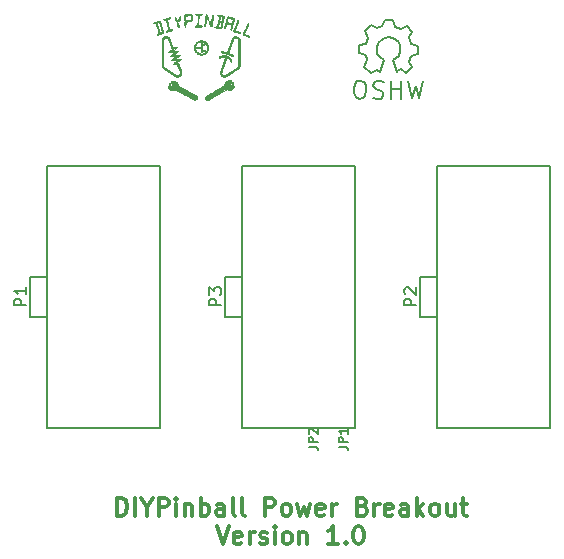
<source format=gto>
G04 #@! TF.FileFunction,Legend,Top*
%FSLAX46Y46*%
G04 Gerber Fmt 4.6, Leading zero omitted, Abs format (unit mm)*
G04 Created by KiCad (PCBNEW 4.0.0-rc1-stable) date 10/13/2015 3:48:19 PM*
%MOMM*%
G01*
G04 APERTURE LIST*
%ADD10C,0.100000*%
%ADD11C,0.300000*%
%ADD12C,0.150000*%
%ADD13C,0.127000*%
%ADD14R,1.162000X0.908000*%
%ADD15C,3.100000*%
%ADD16C,3.700000*%
G04 APERTURE END LIST*
D10*
D11*
X110380715Y-144258571D02*
X110380715Y-142758571D01*
X110737858Y-142758571D01*
X110952143Y-142830000D01*
X111095001Y-142972857D01*
X111166429Y-143115714D01*
X111237858Y-143401429D01*
X111237858Y-143615714D01*
X111166429Y-143901429D01*
X111095001Y-144044286D01*
X110952143Y-144187143D01*
X110737858Y-144258571D01*
X110380715Y-144258571D01*
X111880715Y-144258571D02*
X111880715Y-142758571D01*
X112880715Y-143544286D02*
X112880715Y-144258571D01*
X112380715Y-142758571D02*
X112880715Y-143544286D01*
X113380715Y-142758571D01*
X113880715Y-144258571D02*
X113880715Y-142758571D01*
X114452143Y-142758571D01*
X114595001Y-142830000D01*
X114666429Y-142901429D01*
X114737858Y-143044286D01*
X114737858Y-143258571D01*
X114666429Y-143401429D01*
X114595001Y-143472857D01*
X114452143Y-143544286D01*
X113880715Y-143544286D01*
X115380715Y-144258571D02*
X115380715Y-143258571D01*
X115380715Y-142758571D02*
X115309286Y-142830000D01*
X115380715Y-142901429D01*
X115452143Y-142830000D01*
X115380715Y-142758571D01*
X115380715Y-142901429D01*
X116095001Y-143258571D02*
X116095001Y-144258571D01*
X116095001Y-143401429D02*
X116166429Y-143330000D01*
X116309287Y-143258571D01*
X116523572Y-143258571D01*
X116666429Y-143330000D01*
X116737858Y-143472857D01*
X116737858Y-144258571D01*
X117452144Y-144258571D02*
X117452144Y-142758571D01*
X117452144Y-143330000D02*
X117595001Y-143258571D01*
X117880715Y-143258571D01*
X118023572Y-143330000D01*
X118095001Y-143401429D01*
X118166430Y-143544286D01*
X118166430Y-143972857D01*
X118095001Y-144115714D01*
X118023572Y-144187143D01*
X117880715Y-144258571D01*
X117595001Y-144258571D01*
X117452144Y-144187143D01*
X119452144Y-144258571D02*
X119452144Y-143472857D01*
X119380715Y-143330000D01*
X119237858Y-143258571D01*
X118952144Y-143258571D01*
X118809287Y-143330000D01*
X119452144Y-144187143D02*
X119309287Y-144258571D01*
X118952144Y-144258571D01*
X118809287Y-144187143D01*
X118737858Y-144044286D01*
X118737858Y-143901429D01*
X118809287Y-143758571D01*
X118952144Y-143687143D01*
X119309287Y-143687143D01*
X119452144Y-143615714D01*
X120380716Y-144258571D02*
X120237858Y-144187143D01*
X120166430Y-144044286D01*
X120166430Y-142758571D01*
X121166430Y-144258571D02*
X121023572Y-144187143D01*
X120952144Y-144044286D01*
X120952144Y-142758571D01*
X122880715Y-144258571D02*
X122880715Y-142758571D01*
X123452143Y-142758571D01*
X123595001Y-142830000D01*
X123666429Y-142901429D01*
X123737858Y-143044286D01*
X123737858Y-143258571D01*
X123666429Y-143401429D01*
X123595001Y-143472857D01*
X123452143Y-143544286D01*
X122880715Y-143544286D01*
X124595001Y-144258571D02*
X124452143Y-144187143D01*
X124380715Y-144115714D01*
X124309286Y-143972857D01*
X124309286Y-143544286D01*
X124380715Y-143401429D01*
X124452143Y-143330000D01*
X124595001Y-143258571D01*
X124809286Y-143258571D01*
X124952143Y-143330000D01*
X125023572Y-143401429D01*
X125095001Y-143544286D01*
X125095001Y-143972857D01*
X125023572Y-144115714D01*
X124952143Y-144187143D01*
X124809286Y-144258571D01*
X124595001Y-144258571D01*
X125595001Y-143258571D02*
X125880715Y-144258571D01*
X126166429Y-143544286D01*
X126452144Y-144258571D01*
X126737858Y-143258571D01*
X127880715Y-144187143D02*
X127737858Y-144258571D01*
X127452144Y-144258571D01*
X127309287Y-144187143D01*
X127237858Y-144044286D01*
X127237858Y-143472857D01*
X127309287Y-143330000D01*
X127452144Y-143258571D01*
X127737858Y-143258571D01*
X127880715Y-143330000D01*
X127952144Y-143472857D01*
X127952144Y-143615714D01*
X127237858Y-143758571D01*
X128595001Y-144258571D02*
X128595001Y-143258571D01*
X128595001Y-143544286D02*
X128666429Y-143401429D01*
X128737858Y-143330000D01*
X128880715Y-143258571D01*
X129023572Y-143258571D01*
X131166429Y-143472857D02*
X131380715Y-143544286D01*
X131452143Y-143615714D01*
X131523572Y-143758571D01*
X131523572Y-143972857D01*
X131452143Y-144115714D01*
X131380715Y-144187143D01*
X131237857Y-144258571D01*
X130666429Y-144258571D01*
X130666429Y-142758571D01*
X131166429Y-142758571D01*
X131309286Y-142830000D01*
X131380715Y-142901429D01*
X131452143Y-143044286D01*
X131452143Y-143187143D01*
X131380715Y-143330000D01*
X131309286Y-143401429D01*
X131166429Y-143472857D01*
X130666429Y-143472857D01*
X132166429Y-144258571D02*
X132166429Y-143258571D01*
X132166429Y-143544286D02*
X132237857Y-143401429D01*
X132309286Y-143330000D01*
X132452143Y-143258571D01*
X132595000Y-143258571D01*
X133666428Y-144187143D02*
X133523571Y-144258571D01*
X133237857Y-144258571D01*
X133095000Y-144187143D01*
X133023571Y-144044286D01*
X133023571Y-143472857D01*
X133095000Y-143330000D01*
X133237857Y-143258571D01*
X133523571Y-143258571D01*
X133666428Y-143330000D01*
X133737857Y-143472857D01*
X133737857Y-143615714D01*
X133023571Y-143758571D01*
X135023571Y-144258571D02*
X135023571Y-143472857D01*
X134952142Y-143330000D01*
X134809285Y-143258571D01*
X134523571Y-143258571D01*
X134380714Y-143330000D01*
X135023571Y-144187143D02*
X134880714Y-144258571D01*
X134523571Y-144258571D01*
X134380714Y-144187143D01*
X134309285Y-144044286D01*
X134309285Y-143901429D01*
X134380714Y-143758571D01*
X134523571Y-143687143D01*
X134880714Y-143687143D01*
X135023571Y-143615714D01*
X135737857Y-144258571D02*
X135737857Y-142758571D01*
X135880714Y-143687143D02*
X136309285Y-144258571D01*
X136309285Y-143258571D02*
X135737857Y-143830000D01*
X137166429Y-144258571D02*
X137023571Y-144187143D01*
X136952143Y-144115714D01*
X136880714Y-143972857D01*
X136880714Y-143544286D01*
X136952143Y-143401429D01*
X137023571Y-143330000D01*
X137166429Y-143258571D01*
X137380714Y-143258571D01*
X137523571Y-143330000D01*
X137595000Y-143401429D01*
X137666429Y-143544286D01*
X137666429Y-143972857D01*
X137595000Y-144115714D01*
X137523571Y-144187143D01*
X137380714Y-144258571D01*
X137166429Y-144258571D01*
X138952143Y-143258571D02*
X138952143Y-144258571D01*
X138309286Y-143258571D02*
X138309286Y-144044286D01*
X138380714Y-144187143D01*
X138523572Y-144258571D01*
X138737857Y-144258571D01*
X138880714Y-144187143D01*
X138952143Y-144115714D01*
X139452143Y-143258571D02*
X140023572Y-143258571D01*
X139666429Y-142758571D02*
X139666429Y-144044286D01*
X139737857Y-144187143D01*
X139880715Y-144258571D01*
X140023572Y-144258571D01*
X118809286Y-145158571D02*
X119309286Y-146658571D01*
X119809286Y-145158571D01*
X120880714Y-146587143D02*
X120737857Y-146658571D01*
X120452143Y-146658571D01*
X120309286Y-146587143D01*
X120237857Y-146444286D01*
X120237857Y-145872857D01*
X120309286Y-145730000D01*
X120452143Y-145658571D01*
X120737857Y-145658571D01*
X120880714Y-145730000D01*
X120952143Y-145872857D01*
X120952143Y-146015714D01*
X120237857Y-146158571D01*
X121595000Y-146658571D02*
X121595000Y-145658571D01*
X121595000Y-145944286D02*
X121666428Y-145801429D01*
X121737857Y-145730000D01*
X121880714Y-145658571D01*
X122023571Y-145658571D01*
X122452142Y-146587143D02*
X122594999Y-146658571D01*
X122880714Y-146658571D01*
X123023571Y-146587143D01*
X123094999Y-146444286D01*
X123094999Y-146372857D01*
X123023571Y-146230000D01*
X122880714Y-146158571D01*
X122666428Y-146158571D01*
X122523571Y-146087143D01*
X122452142Y-145944286D01*
X122452142Y-145872857D01*
X122523571Y-145730000D01*
X122666428Y-145658571D01*
X122880714Y-145658571D01*
X123023571Y-145730000D01*
X123737857Y-146658571D02*
X123737857Y-145658571D01*
X123737857Y-145158571D02*
X123666428Y-145230000D01*
X123737857Y-145301429D01*
X123809285Y-145230000D01*
X123737857Y-145158571D01*
X123737857Y-145301429D01*
X124666429Y-146658571D02*
X124523571Y-146587143D01*
X124452143Y-146515714D01*
X124380714Y-146372857D01*
X124380714Y-145944286D01*
X124452143Y-145801429D01*
X124523571Y-145730000D01*
X124666429Y-145658571D01*
X124880714Y-145658571D01*
X125023571Y-145730000D01*
X125095000Y-145801429D01*
X125166429Y-145944286D01*
X125166429Y-146372857D01*
X125095000Y-146515714D01*
X125023571Y-146587143D01*
X124880714Y-146658571D01*
X124666429Y-146658571D01*
X125809286Y-145658571D02*
X125809286Y-146658571D01*
X125809286Y-145801429D02*
X125880714Y-145730000D01*
X126023572Y-145658571D01*
X126237857Y-145658571D01*
X126380714Y-145730000D01*
X126452143Y-145872857D01*
X126452143Y-146658571D01*
X129095000Y-146658571D02*
X128237857Y-146658571D01*
X128666429Y-146658571D02*
X128666429Y-145158571D01*
X128523572Y-145372857D01*
X128380714Y-145515714D01*
X128237857Y-145587143D01*
X129737857Y-146515714D02*
X129809285Y-146587143D01*
X129737857Y-146658571D01*
X129666428Y-146587143D01*
X129737857Y-146515714D01*
X129737857Y-146658571D01*
X130737857Y-145158571D02*
X130880714Y-145158571D01*
X131023571Y-145230000D01*
X131095000Y-145301429D01*
X131166429Y-145444286D01*
X131237857Y-145730000D01*
X131237857Y-146087143D01*
X131166429Y-146372857D01*
X131095000Y-146515714D01*
X131023571Y-146587143D01*
X130880714Y-146658571D01*
X130737857Y-146658571D01*
X130595000Y-146587143D01*
X130523571Y-146515714D01*
X130452143Y-146372857D01*
X130380714Y-146087143D01*
X130380714Y-145730000D01*
X130452143Y-145444286D01*
X130523571Y-145301429D01*
X130595000Y-145230000D01*
X130737857Y-145158571D01*
D12*
X103020000Y-127430000D02*
X104420000Y-127430000D01*
X104420000Y-124030000D02*
X103020000Y-124030000D01*
X103020000Y-124030000D02*
X103020000Y-127430000D01*
X114020000Y-114630000D02*
X114020000Y-136830000D01*
X114020000Y-136830000D02*
X104420000Y-136830000D01*
X104420000Y-136830000D02*
X104420000Y-114630000D01*
X104420000Y-114630000D02*
X114020000Y-114630000D01*
X136040000Y-127430000D02*
X137440000Y-127430000D01*
X137440000Y-124030000D02*
X136040000Y-124030000D01*
X136040000Y-124030000D02*
X136040000Y-127430000D01*
X147040000Y-114630000D02*
X147040000Y-136830000D01*
X147040000Y-136830000D02*
X137440000Y-136830000D01*
X137440000Y-136830000D02*
X137440000Y-114630000D01*
X137440000Y-114630000D02*
X147040000Y-114630000D01*
X119530000Y-127430000D02*
X120930000Y-127430000D01*
X120930000Y-124030000D02*
X119530000Y-124030000D01*
X119530000Y-124030000D02*
X119530000Y-127430000D01*
X130530000Y-114630000D02*
X130530000Y-136830000D01*
X130530000Y-136830000D02*
X120930000Y-136830000D01*
X120930000Y-136830000D02*
X120930000Y-114630000D01*
X120930000Y-114630000D02*
X130530000Y-114630000D01*
D10*
G36*
X120263920Y-107906386D02*
X120261585Y-107921274D01*
X120255295Y-107942192D01*
X120246119Y-107966340D01*
X120235127Y-107990918D01*
X120223390Y-108013125D01*
X120222656Y-108014371D01*
X120206088Y-108038493D01*
X120183890Y-108065586D01*
X120158724Y-108092750D01*
X120133250Y-108117082D01*
X120113743Y-108133078D01*
X120079037Y-108155509D01*
X120038327Y-108176546D01*
X119995750Y-108194140D01*
X119979221Y-108199724D01*
X119961252Y-108204860D01*
X119944264Y-108208295D01*
X119925440Y-108210339D01*
X119901963Y-108211304D01*
X119872760Y-108211505D01*
X119830291Y-108210419D01*
X119794463Y-108206843D01*
X119761911Y-108200069D01*
X119729274Y-108189389D01*
X119693187Y-108174095D01*
X119691521Y-108173330D01*
X119649983Y-108154200D01*
X118896501Y-108588697D01*
X118815148Y-108635589D01*
X118735816Y-108681276D01*
X118658984Y-108725483D01*
X118585133Y-108767936D01*
X118514742Y-108808360D01*
X118448292Y-108846481D01*
X118386261Y-108882024D01*
X118329129Y-108914715D01*
X118277377Y-108944279D01*
X118231485Y-108970442D01*
X118191931Y-108992929D01*
X118159196Y-109011465D01*
X118133760Y-109025777D01*
X118116102Y-109035590D01*
X118106703Y-109040628D01*
X118106136Y-109040907D01*
X118063765Y-109056100D01*
X118021074Y-109061202D01*
X117983230Y-109057269D01*
X117942306Y-109043672D01*
X117905915Y-109021348D01*
X117875069Y-108991099D01*
X117850780Y-108953728D01*
X117849510Y-108951189D01*
X117841677Y-108934368D01*
X117836838Y-108920435D01*
X117834291Y-108905868D01*
X117833333Y-108887148D01*
X117833233Y-108869569D01*
X117833576Y-108845894D01*
X117834985Y-108828830D01*
X117838199Y-108814832D01*
X117843953Y-108800355D01*
X117850401Y-108787009D01*
X117863972Y-108763979D01*
X117880289Y-108742274D01*
X117890948Y-108730966D01*
X117898975Y-108725112D01*
X117915841Y-108714259D01*
X117941542Y-108698410D01*
X117976073Y-108677568D01*
X118019429Y-108651735D01*
X118071606Y-108620915D01*
X118132600Y-108585109D01*
X118202405Y-108544321D01*
X118281018Y-108498553D01*
X118368433Y-108447807D01*
X118464646Y-108392087D01*
X118569653Y-108331396D01*
X118683449Y-108265735D01*
X118684040Y-108265395D01*
X118765716Y-108218282D01*
X118845028Y-108172496D01*
X118921526Y-108128295D01*
X118994762Y-108085940D01*
X119064287Y-108045694D01*
X119129651Y-108007815D01*
X119190408Y-107972566D01*
X119246107Y-107940206D01*
X119296300Y-107910997D01*
X119340538Y-107885199D01*
X119378373Y-107863074D01*
X119409356Y-107844881D01*
X119433037Y-107830882D01*
X119448970Y-107821337D01*
X119456703Y-107816508D01*
X119457392Y-107815977D01*
X119459421Y-107808122D01*
X119460838Y-107793617D01*
X119461277Y-107779820D01*
X119466074Y-107729959D01*
X119479517Y-107678015D01*
X119500910Y-107625897D01*
X119529555Y-107575513D01*
X119542868Y-107556300D01*
X119580493Y-107513061D01*
X119625042Y-107475713D01*
X119675067Y-107444775D01*
X119729119Y-107420766D01*
X119785747Y-107404206D01*
X119843504Y-107395613D01*
X119900939Y-107395508D01*
X119956604Y-107404409D01*
X119962505Y-107405946D01*
X119977643Y-107411966D01*
X119989656Y-107422270D01*
X119999335Y-107435332D01*
X120007942Y-107448880D01*
X120013631Y-107458898D01*
X120015000Y-107462328D01*
X120010782Y-107465687D01*
X119998943Y-107473314D01*
X119980702Y-107484471D01*
X119957278Y-107498419D01*
X119929890Y-107514421D01*
X119910860Y-107525389D01*
X119806720Y-107585104D01*
X119806780Y-107710402D01*
X119806840Y-107835700D01*
X119833450Y-107853974D01*
X119854506Y-107867789D01*
X119879475Y-107883149D01*
X119906747Y-107899175D01*
X119934712Y-107914988D01*
X119961759Y-107929707D01*
X119986278Y-107942453D01*
X120006660Y-107952347D01*
X120021294Y-107958509D01*
X120027809Y-107960160D01*
X120037688Y-107957489D01*
X120055047Y-107949824D01*
X120078832Y-107937690D01*
X120107989Y-107921607D01*
X120123728Y-107912554D01*
X120160087Y-107891471D01*
X120188550Y-107875173D01*
X120209936Y-107863220D01*
X120225061Y-107855172D01*
X120234742Y-107850585D01*
X120239797Y-107849021D01*
X120240907Y-107849295D01*
X120246979Y-107859091D01*
X120253903Y-107874108D01*
X120259994Y-107890170D01*
X120263570Y-107903103D01*
X120263920Y-107906386D01*
X120263920Y-107906386D01*
X120263920Y-107906386D01*
G37*
X120263920Y-107906386D02*
X120261585Y-107921274D01*
X120255295Y-107942192D01*
X120246119Y-107966340D01*
X120235127Y-107990918D01*
X120223390Y-108013125D01*
X120222656Y-108014371D01*
X120206088Y-108038493D01*
X120183890Y-108065586D01*
X120158724Y-108092750D01*
X120133250Y-108117082D01*
X120113743Y-108133078D01*
X120079037Y-108155509D01*
X120038327Y-108176546D01*
X119995750Y-108194140D01*
X119979221Y-108199724D01*
X119961252Y-108204860D01*
X119944264Y-108208295D01*
X119925440Y-108210339D01*
X119901963Y-108211304D01*
X119872760Y-108211505D01*
X119830291Y-108210419D01*
X119794463Y-108206843D01*
X119761911Y-108200069D01*
X119729274Y-108189389D01*
X119693187Y-108174095D01*
X119691521Y-108173330D01*
X119649983Y-108154200D01*
X118896501Y-108588697D01*
X118815148Y-108635589D01*
X118735816Y-108681276D01*
X118658984Y-108725483D01*
X118585133Y-108767936D01*
X118514742Y-108808360D01*
X118448292Y-108846481D01*
X118386261Y-108882024D01*
X118329129Y-108914715D01*
X118277377Y-108944279D01*
X118231485Y-108970442D01*
X118191931Y-108992929D01*
X118159196Y-109011465D01*
X118133760Y-109025777D01*
X118116102Y-109035590D01*
X118106703Y-109040628D01*
X118106136Y-109040907D01*
X118063765Y-109056100D01*
X118021074Y-109061202D01*
X117983230Y-109057269D01*
X117942306Y-109043672D01*
X117905915Y-109021348D01*
X117875069Y-108991099D01*
X117850780Y-108953728D01*
X117849510Y-108951189D01*
X117841677Y-108934368D01*
X117836838Y-108920435D01*
X117834291Y-108905868D01*
X117833333Y-108887148D01*
X117833233Y-108869569D01*
X117833576Y-108845894D01*
X117834985Y-108828830D01*
X117838199Y-108814832D01*
X117843953Y-108800355D01*
X117850401Y-108787009D01*
X117863972Y-108763979D01*
X117880289Y-108742274D01*
X117890948Y-108730966D01*
X117898975Y-108725112D01*
X117915841Y-108714259D01*
X117941542Y-108698410D01*
X117976073Y-108677568D01*
X118019429Y-108651735D01*
X118071606Y-108620915D01*
X118132600Y-108585109D01*
X118202405Y-108544321D01*
X118281018Y-108498553D01*
X118368433Y-108447807D01*
X118464646Y-108392087D01*
X118569653Y-108331396D01*
X118683449Y-108265735D01*
X118684040Y-108265395D01*
X118765716Y-108218282D01*
X118845028Y-108172496D01*
X118921526Y-108128295D01*
X118994762Y-108085940D01*
X119064287Y-108045694D01*
X119129651Y-108007815D01*
X119190408Y-107972566D01*
X119246107Y-107940206D01*
X119296300Y-107910997D01*
X119340538Y-107885199D01*
X119378373Y-107863074D01*
X119409356Y-107844881D01*
X119433037Y-107830882D01*
X119448970Y-107821337D01*
X119456703Y-107816508D01*
X119457392Y-107815977D01*
X119459421Y-107808122D01*
X119460838Y-107793617D01*
X119461277Y-107779820D01*
X119466074Y-107729959D01*
X119479517Y-107678015D01*
X119500910Y-107625897D01*
X119529555Y-107575513D01*
X119542868Y-107556300D01*
X119580493Y-107513061D01*
X119625042Y-107475713D01*
X119675067Y-107444775D01*
X119729119Y-107420766D01*
X119785747Y-107404206D01*
X119843504Y-107395613D01*
X119900939Y-107395508D01*
X119956604Y-107404409D01*
X119962505Y-107405946D01*
X119977643Y-107411966D01*
X119989656Y-107422270D01*
X119999335Y-107435332D01*
X120007942Y-107448880D01*
X120013631Y-107458898D01*
X120015000Y-107462328D01*
X120010782Y-107465687D01*
X119998943Y-107473314D01*
X119980702Y-107484471D01*
X119957278Y-107498419D01*
X119929890Y-107514421D01*
X119910860Y-107525389D01*
X119806720Y-107585104D01*
X119806780Y-107710402D01*
X119806840Y-107835700D01*
X119833450Y-107853974D01*
X119854506Y-107867789D01*
X119879475Y-107883149D01*
X119906747Y-107899175D01*
X119934712Y-107914988D01*
X119961759Y-107929707D01*
X119986278Y-107942453D01*
X120006660Y-107952347D01*
X120021294Y-107958509D01*
X120027809Y-107960160D01*
X120037688Y-107957489D01*
X120055047Y-107949824D01*
X120078832Y-107937690D01*
X120107989Y-107921607D01*
X120123728Y-107912554D01*
X120160087Y-107891471D01*
X120188550Y-107875173D01*
X120209936Y-107863220D01*
X120225061Y-107855172D01*
X120234742Y-107850585D01*
X120239797Y-107849021D01*
X120240907Y-107849295D01*
X120246979Y-107859091D01*
X120253903Y-107874108D01*
X120259994Y-107890170D01*
X120263570Y-107903103D01*
X120263920Y-107906386D01*
X120263920Y-107906386D01*
G36*
X117157500Y-108854240D02*
X117157289Y-108878850D01*
X117156273Y-108896314D01*
X117153880Y-108909643D01*
X117149535Y-108921847D01*
X117142665Y-108935937D01*
X117141516Y-108938142D01*
X117120307Y-108969945D01*
X117092454Y-108998886D01*
X117061002Y-109022046D01*
X117045300Y-109030354D01*
X117010449Y-109041631D01*
X116972299Y-109046090D01*
X116934636Y-109043542D01*
X116909748Y-109037190D01*
X116902183Y-109033708D01*
X116886139Y-109025682D01*
X116862092Y-109013363D01*
X116830520Y-108997002D01*
X116791900Y-108976853D01*
X116746709Y-108953166D01*
X116695424Y-108926192D01*
X116638522Y-108896185D01*
X116576481Y-108863395D01*
X116509778Y-108828074D01*
X116438889Y-108790473D01*
X116364292Y-108750846D01*
X116286464Y-108709442D01*
X116205882Y-108666515D01*
X116123023Y-108622315D01*
X116099831Y-108609933D01*
X115319226Y-108193097D01*
X115277132Y-108213955D01*
X115238216Y-108231574D01*
X115202025Y-108243915D01*
X115165236Y-108251729D01*
X115124529Y-108255764D01*
X115087400Y-108256774D01*
X115047611Y-108256123D01*
X115014584Y-108253294D01*
X114985031Y-108247591D01*
X114955662Y-108238316D01*
X114923189Y-108224774D01*
X114912140Y-108219676D01*
X114858184Y-108188827D01*
X114809839Y-108149616D01*
X114767393Y-108102335D01*
X114731133Y-108047279D01*
X114718322Y-108022933D01*
X114690465Y-107966326D01*
X114706291Y-107934975D01*
X114722117Y-107903623D01*
X114758708Y-107923539D01*
X114776738Y-107933263D01*
X114800978Y-107946209D01*
X114828637Y-107960893D01*
X114856922Y-107975830D01*
X114865503Y-107980344D01*
X114935706Y-108017233D01*
X115035193Y-107957129D01*
X115064262Y-107939471D01*
X115090800Y-107923169D01*
X115113429Y-107909083D01*
X115130774Y-107898074D01*
X115141459Y-107891001D01*
X115143858Y-107889222D01*
X115146753Y-107886181D01*
X115148886Y-107881797D01*
X115150304Y-107874783D01*
X115151056Y-107863852D01*
X115151190Y-107847717D01*
X115150754Y-107825092D01*
X115149797Y-107794689D01*
X115148618Y-107762040D01*
X115147240Y-107727896D01*
X115145773Y-107696908D01*
X115144306Y-107670598D01*
X115142930Y-107650492D01*
X115141732Y-107638111D01*
X115141143Y-107635040D01*
X115135801Y-107630097D01*
X115123072Y-107621469D01*
X115104579Y-107610164D01*
X115081946Y-107597193D01*
X115068293Y-107589701D01*
X115040885Y-107574886D01*
X115013529Y-107560095D01*
X114988886Y-107546767D01*
X114969619Y-107536342D01*
X114964791Y-107533728D01*
X114931082Y-107515474D01*
X114943258Y-107491517D01*
X114952459Y-107476267D01*
X114962274Y-107464229D01*
X114966806Y-107460436D01*
X114984274Y-107453302D01*
X115009586Y-107447999D01*
X115040587Y-107444579D01*
X115075118Y-107443094D01*
X115111021Y-107443596D01*
X115146140Y-107446137D01*
X115178316Y-107450768D01*
X115196620Y-107454920D01*
X115256261Y-107476145D01*
X115310897Y-107505821D01*
X115359930Y-107543244D01*
X115402760Y-107587709D01*
X115438790Y-107638514D01*
X115467422Y-107694954D01*
X115488055Y-107756325D01*
X115498631Y-107810150D01*
X115501654Y-107829475D01*
X115504745Y-107844711D01*
X115507345Y-107853204D01*
X115507874Y-107853983D01*
X115512680Y-107856693D01*
X115525992Y-107863938D01*
X115547353Y-107875473D01*
X115576306Y-107891053D01*
X115612391Y-107910433D01*
X115655151Y-107933368D01*
X115704128Y-107959612D01*
X115758864Y-107988920D01*
X115818901Y-108021048D01*
X115883781Y-108055748D01*
X115953045Y-108092778D01*
X116026237Y-108131890D01*
X116102897Y-108172841D01*
X116182568Y-108215385D01*
X116264792Y-108259276D01*
X116290943Y-108273232D01*
X116391574Y-108326929D01*
X116483641Y-108376062D01*
X116567541Y-108420861D01*
X116643668Y-108461556D01*
X116712416Y-108498380D01*
X116774180Y-108531562D01*
X116829354Y-108561334D01*
X116878333Y-108587925D01*
X116921512Y-108611568D01*
X116959286Y-108632493D01*
X116992048Y-108650930D01*
X117020194Y-108667111D01*
X117044118Y-108681266D01*
X117064215Y-108693625D01*
X117080879Y-108704421D01*
X117094505Y-108713883D01*
X117105487Y-108722242D01*
X117114221Y-108729730D01*
X117121100Y-108736577D01*
X117126520Y-108743013D01*
X117130875Y-108749270D01*
X117134559Y-108755578D01*
X117137967Y-108762169D01*
X117141495Y-108769272D01*
X117142512Y-108771294D01*
X117149362Y-108785672D01*
X117153741Y-108798154D01*
X117156194Y-108811757D01*
X117157265Y-108829497D01*
X117157500Y-108854240D01*
X117157500Y-108854240D01*
X117157500Y-108854240D01*
G37*
X117157500Y-108854240D02*
X117157289Y-108878850D01*
X117156273Y-108896314D01*
X117153880Y-108909643D01*
X117149535Y-108921847D01*
X117142665Y-108935937D01*
X117141516Y-108938142D01*
X117120307Y-108969945D01*
X117092454Y-108998886D01*
X117061002Y-109022046D01*
X117045300Y-109030354D01*
X117010449Y-109041631D01*
X116972299Y-109046090D01*
X116934636Y-109043542D01*
X116909748Y-109037190D01*
X116902183Y-109033708D01*
X116886139Y-109025682D01*
X116862092Y-109013363D01*
X116830520Y-108997002D01*
X116791900Y-108976853D01*
X116746709Y-108953166D01*
X116695424Y-108926192D01*
X116638522Y-108896185D01*
X116576481Y-108863395D01*
X116509778Y-108828074D01*
X116438889Y-108790473D01*
X116364292Y-108750846D01*
X116286464Y-108709442D01*
X116205882Y-108666515D01*
X116123023Y-108622315D01*
X116099831Y-108609933D01*
X115319226Y-108193097D01*
X115277132Y-108213955D01*
X115238216Y-108231574D01*
X115202025Y-108243915D01*
X115165236Y-108251729D01*
X115124529Y-108255764D01*
X115087400Y-108256774D01*
X115047611Y-108256123D01*
X115014584Y-108253294D01*
X114985031Y-108247591D01*
X114955662Y-108238316D01*
X114923189Y-108224774D01*
X114912140Y-108219676D01*
X114858184Y-108188827D01*
X114809839Y-108149616D01*
X114767393Y-108102335D01*
X114731133Y-108047279D01*
X114718322Y-108022933D01*
X114690465Y-107966326D01*
X114706291Y-107934975D01*
X114722117Y-107903623D01*
X114758708Y-107923539D01*
X114776738Y-107933263D01*
X114800978Y-107946209D01*
X114828637Y-107960893D01*
X114856922Y-107975830D01*
X114865503Y-107980344D01*
X114935706Y-108017233D01*
X115035193Y-107957129D01*
X115064262Y-107939471D01*
X115090800Y-107923169D01*
X115113429Y-107909083D01*
X115130774Y-107898074D01*
X115141459Y-107891001D01*
X115143858Y-107889222D01*
X115146753Y-107886181D01*
X115148886Y-107881797D01*
X115150304Y-107874783D01*
X115151056Y-107863852D01*
X115151190Y-107847717D01*
X115150754Y-107825092D01*
X115149797Y-107794689D01*
X115148618Y-107762040D01*
X115147240Y-107727896D01*
X115145773Y-107696908D01*
X115144306Y-107670598D01*
X115142930Y-107650492D01*
X115141732Y-107638111D01*
X115141143Y-107635040D01*
X115135801Y-107630097D01*
X115123072Y-107621469D01*
X115104579Y-107610164D01*
X115081946Y-107597193D01*
X115068293Y-107589701D01*
X115040885Y-107574886D01*
X115013529Y-107560095D01*
X114988886Y-107546767D01*
X114969619Y-107536342D01*
X114964791Y-107533728D01*
X114931082Y-107515474D01*
X114943258Y-107491517D01*
X114952459Y-107476267D01*
X114962274Y-107464229D01*
X114966806Y-107460436D01*
X114984274Y-107453302D01*
X115009586Y-107447999D01*
X115040587Y-107444579D01*
X115075118Y-107443094D01*
X115111021Y-107443596D01*
X115146140Y-107446137D01*
X115178316Y-107450768D01*
X115196620Y-107454920D01*
X115256261Y-107476145D01*
X115310897Y-107505821D01*
X115359930Y-107543244D01*
X115402760Y-107587709D01*
X115438790Y-107638514D01*
X115467422Y-107694954D01*
X115488055Y-107756325D01*
X115498631Y-107810150D01*
X115501654Y-107829475D01*
X115504745Y-107844711D01*
X115507345Y-107853204D01*
X115507874Y-107853983D01*
X115512680Y-107856693D01*
X115525992Y-107863938D01*
X115547353Y-107875473D01*
X115576306Y-107891053D01*
X115612391Y-107910433D01*
X115655151Y-107933368D01*
X115704128Y-107959612D01*
X115758864Y-107988920D01*
X115818901Y-108021048D01*
X115883781Y-108055748D01*
X115953045Y-108092778D01*
X116026237Y-108131890D01*
X116102897Y-108172841D01*
X116182568Y-108215385D01*
X116264792Y-108259276D01*
X116290943Y-108273232D01*
X116391574Y-108326929D01*
X116483641Y-108376062D01*
X116567541Y-108420861D01*
X116643668Y-108461556D01*
X116712416Y-108498380D01*
X116774180Y-108531562D01*
X116829354Y-108561334D01*
X116878333Y-108587925D01*
X116921512Y-108611568D01*
X116959286Y-108632493D01*
X116992048Y-108650930D01*
X117020194Y-108667111D01*
X117044118Y-108681266D01*
X117064215Y-108693625D01*
X117080879Y-108704421D01*
X117094505Y-108713883D01*
X117105487Y-108722242D01*
X117114221Y-108729730D01*
X117121100Y-108736577D01*
X117126520Y-108743013D01*
X117130875Y-108749270D01*
X117134559Y-108755578D01*
X117137967Y-108762169D01*
X117141495Y-108769272D01*
X117142512Y-108771294D01*
X117149362Y-108785672D01*
X117153741Y-108798154D01*
X117156194Y-108811757D01*
X117157265Y-108829497D01*
X117157500Y-108854240D01*
X117157500Y-108854240D01*
G36*
X115123874Y-107871260D02*
X115044305Y-107919361D01*
X115044305Y-107753818D01*
X115036790Y-107723671D01*
X115020933Y-107696526D01*
X114997285Y-107673997D01*
X114979864Y-107663505D01*
X114947211Y-107652315D01*
X114915077Y-107650820D01*
X114884783Y-107658587D01*
X114857648Y-107675182D01*
X114834992Y-107700172D01*
X114826748Y-107713780D01*
X114819539Y-107734578D01*
X114816178Y-107759999D01*
X114816761Y-107785961D01*
X114821381Y-107808382D01*
X114824402Y-107815485D01*
X114843883Y-107842491D01*
X114869265Y-107862419D01*
X114898710Y-107874628D01*
X114930380Y-107878476D01*
X114962440Y-107873323D01*
X114975640Y-107868293D01*
X115001871Y-107853365D01*
X115020829Y-107834795D01*
X115032109Y-107816666D01*
X115042928Y-107785354D01*
X115044305Y-107753818D01*
X115044305Y-107919361D01*
X115031437Y-107927140D01*
X115003908Y-107943740D01*
X114979336Y-107958481D01*
X114959041Y-107970576D01*
X114944343Y-107979238D01*
X114936563Y-107983683D01*
X114935729Y-107984094D01*
X114930496Y-107982088D01*
X114917719Y-107975869D01*
X114898750Y-107966136D01*
X114874939Y-107953585D01*
X114847639Y-107938914D01*
X114837874Y-107933605D01*
X114743288Y-107882042D01*
X114739955Y-107805531D01*
X114738537Y-107775386D01*
X114736961Y-107745784D01*
X114735395Y-107719649D01*
X114734005Y-107699902D01*
X114733661Y-107695815D01*
X114730701Y-107662611D01*
X114826500Y-107603359D01*
X114922300Y-107544108D01*
X114983260Y-107576307D01*
X115020053Y-107595848D01*
X115048856Y-107611458D01*
X115070735Y-107623811D01*
X115086757Y-107633581D01*
X115097987Y-107641442D01*
X115105492Y-107648070D01*
X115110337Y-107654138D01*
X115112566Y-107658102D01*
X115115465Y-107667091D01*
X115117752Y-107681636D01*
X115119520Y-107702873D01*
X115120861Y-107731936D01*
X115121868Y-107769963D01*
X115121913Y-107772200D01*
X115123874Y-107871260D01*
X115123874Y-107871260D01*
X115123874Y-107871260D01*
G37*
X115123874Y-107871260D02*
X115044305Y-107919361D01*
X115044305Y-107753818D01*
X115036790Y-107723671D01*
X115020933Y-107696526D01*
X114997285Y-107673997D01*
X114979864Y-107663505D01*
X114947211Y-107652315D01*
X114915077Y-107650820D01*
X114884783Y-107658587D01*
X114857648Y-107675182D01*
X114834992Y-107700172D01*
X114826748Y-107713780D01*
X114819539Y-107734578D01*
X114816178Y-107759999D01*
X114816761Y-107785961D01*
X114821381Y-107808382D01*
X114824402Y-107815485D01*
X114843883Y-107842491D01*
X114869265Y-107862419D01*
X114898710Y-107874628D01*
X114930380Y-107878476D01*
X114962440Y-107873323D01*
X114975640Y-107868293D01*
X115001871Y-107853365D01*
X115020829Y-107834795D01*
X115032109Y-107816666D01*
X115042928Y-107785354D01*
X115044305Y-107753818D01*
X115044305Y-107919361D01*
X115031437Y-107927140D01*
X115003908Y-107943740D01*
X114979336Y-107958481D01*
X114959041Y-107970576D01*
X114944343Y-107979238D01*
X114936563Y-107983683D01*
X114935729Y-107984094D01*
X114930496Y-107982088D01*
X114917719Y-107975869D01*
X114898750Y-107966136D01*
X114874939Y-107953585D01*
X114847639Y-107938914D01*
X114837874Y-107933605D01*
X114743288Y-107882042D01*
X114739955Y-107805531D01*
X114738537Y-107775386D01*
X114736961Y-107745784D01*
X114735395Y-107719649D01*
X114734005Y-107699902D01*
X114733661Y-107695815D01*
X114730701Y-107662611D01*
X114826500Y-107603359D01*
X114922300Y-107544108D01*
X114983260Y-107576307D01*
X115020053Y-107595848D01*
X115048856Y-107611458D01*
X115070735Y-107623811D01*
X115086757Y-107633581D01*
X115097987Y-107641442D01*
X115105492Y-107648070D01*
X115110337Y-107654138D01*
X115112566Y-107658102D01*
X115115465Y-107667091D01*
X115117752Y-107681636D01*
X115119520Y-107702873D01*
X115120861Y-107731936D01*
X115121868Y-107769963D01*
X115121913Y-107772200D01*
X115123874Y-107871260D01*
X115123874Y-107871260D01*
G36*
X120217996Y-107716311D02*
X120217860Y-107744856D01*
X120217501Y-107771155D01*
X120216919Y-107793141D01*
X120216116Y-107808749D01*
X120215281Y-107815380D01*
X120209673Y-107823127D01*
X120197778Y-107833335D01*
X120183600Y-107842890D01*
X120151535Y-107861900D01*
X120141534Y-107867686D01*
X120141534Y-107709115D01*
X120136218Y-107679654D01*
X120122857Y-107652197D01*
X120105582Y-107632329D01*
X120078813Y-107612530D01*
X120051148Y-107601595D01*
X120022854Y-107598396D01*
X119991938Y-107602720D01*
X119964839Y-107615277D01*
X119942455Y-107634570D01*
X119925680Y-107659100D01*
X119915413Y-107687371D01*
X119912550Y-107717884D01*
X119917986Y-107749143D01*
X119923779Y-107763911D01*
X119941640Y-107791006D01*
X119965427Y-107810740D01*
X119993646Y-107822691D01*
X120024804Y-107826440D01*
X120057409Y-107821568D01*
X120086386Y-107809664D01*
X120111230Y-107790855D01*
X120128838Y-107766583D01*
X120139006Y-107738714D01*
X120141534Y-107709115D01*
X120141534Y-107867686D01*
X120120448Y-107879887D01*
X120091637Y-107896139D01*
X120066402Y-107909946D01*
X120046040Y-107920596D01*
X120031851Y-107927378D01*
X120025284Y-107929591D01*
X120018733Y-107927109D01*
X120004850Y-107920225D01*
X119985052Y-107909696D01*
X119960758Y-107896283D01*
X119933385Y-107880746D01*
X119924830Y-107875809D01*
X119832120Y-107822115D01*
X119832120Y-107713524D01*
X119832120Y-107604934D01*
X119886730Y-107572581D01*
X119912925Y-107557256D01*
X119940941Y-107541183D01*
X119966953Y-107526541D01*
X119982897Y-107517783D01*
X120024454Y-107495340D01*
X120064177Y-107514820D01*
X120090042Y-107528180D01*
X120117012Y-107543273D01*
X120143525Y-107559094D01*
X120168022Y-107574638D01*
X120188943Y-107588901D01*
X120204727Y-107600876D01*
X120213816Y-107609560D01*
X120215320Y-107612180D01*
X120216304Y-107620974D01*
X120217064Y-107637850D01*
X120217598Y-107660742D01*
X120217909Y-107687584D01*
X120217996Y-107716311D01*
X120217996Y-107716311D01*
X120217996Y-107716311D01*
G37*
X120217996Y-107716311D02*
X120217860Y-107744856D01*
X120217501Y-107771155D01*
X120216919Y-107793141D01*
X120216116Y-107808749D01*
X120215281Y-107815380D01*
X120209673Y-107823127D01*
X120197778Y-107833335D01*
X120183600Y-107842890D01*
X120151535Y-107861900D01*
X120141534Y-107867686D01*
X120141534Y-107709115D01*
X120136218Y-107679654D01*
X120122857Y-107652197D01*
X120105582Y-107632329D01*
X120078813Y-107612530D01*
X120051148Y-107601595D01*
X120022854Y-107598396D01*
X119991938Y-107602720D01*
X119964839Y-107615277D01*
X119942455Y-107634570D01*
X119925680Y-107659100D01*
X119915413Y-107687371D01*
X119912550Y-107717884D01*
X119917986Y-107749143D01*
X119923779Y-107763911D01*
X119941640Y-107791006D01*
X119965427Y-107810740D01*
X119993646Y-107822691D01*
X120024804Y-107826440D01*
X120057409Y-107821568D01*
X120086386Y-107809664D01*
X120111230Y-107790855D01*
X120128838Y-107766583D01*
X120139006Y-107738714D01*
X120141534Y-107709115D01*
X120141534Y-107867686D01*
X120120448Y-107879887D01*
X120091637Y-107896139D01*
X120066402Y-107909946D01*
X120046040Y-107920596D01*
X120031851Y-107927378D01*
X120025284Y-107929591D01*
X120018733Y-107927109D01*
X120004850Y-107920225D01*
X119985052Y-107909696D01*
X119960758Y-107896283D01*
X119933385Y-107880746D01*
X119924830Y-107875809D01*
X119832120Y-107822115D01*
X119832120Y-107713524D01*
X119832120Y-107604934D01*
X119886730Y-107572581D01*
X119912925Y-107557256D01*
X119940941Y-107541183D01*
X119966953Y-107526541D01*
X119982897Y-107517783D01*
X120024454Y-107495340D01*
X120064177Y-107514820D01*
X120090042Y-107528180D01*
X120117012Y-107543273D01*
X120143525Y-107559094D01*
X120168022Y-107574638D01*
X120188943Y-107588901D01*
X120204727Y-107600876D01*
X120213816Y-107609560D01*
X120215320Y-107612180D01*
X120216304Y-107620974D01*
X120217064Y-107637850D01*
X120217598Y-107660742D01*
X120217909Y-107687584D01*
X120217996Y-107716311D01*
X120217996Y-107716311D01*
G36*
X115812777Y-106746150D02*
X115812463Y-106774173D01*
X115809498Y-106802179D01*
X115804083Y-106831495D01*
X115800380Y-106847640D01*
X115784765Y-106893160D01*
X115760738Y-106938179D01*
X115729922Y-106980582D01*
X115693935Y-107018255D01*
X115691621Y-107020059D01*
X115691621Y-106744278D01*
X115691300Y-106733221D01*
X115690260Y-106721696D01*
X115688281Y-106708969D01*
X115685141Y-106694307D01*
X115680620Y-106676975D01*
X115674498Y-106656239D01*
X115666554Y-106631366D01*
X115656567Y-106601620D01*
X115644317Y-106566268D01*
X115629582Y-106524575D01*
X115612143Y-106475808D01*
X115591779Y-106419233D01*
X115568269Y-106354115D01*
X115558450Y-106326940D01*
X115450159Y-106027220D01*
X115412289Y-106024073D01*
X115395919Y-106023089D01*
X115371489Y-106022108D01*
X115341101Y-106021192D01*
X115306854Y-106020402D01*
X115270850Y-106019797D01*
X115257580Y-106019632D01*
X115221809Y-106019112D01*
X115187351Y-106018383D01*
X115156221Y-106017505D01*
X115130433Y-106016538D01*
X115112001Y-106015543D01*
X115107223Y-106015159D01*
X115073706Y-106011980D01*
X115157779Y-105943400D01*
X115194853Y-105913036D01*
X115232352Y-105882097D01*
X115269471Y-105851270D01*
X115305401Y-105821239D01*
X115339335Y-105792688D01*
X115370466Y-105766302D01*
X115397986Y-105742767D01*
X115421090Y-105722766D01*
X115438968Y-105706986D01*
X115450815Y-105696111D01*
X115455823Y-105690826D01*
X115455909Y-105690456D01*
X115450535Y-105689946D01*
X115435982Y-105689348D01*
X115413231Y-105688682D01*
X115383264Y-105687969D01*
X115347061Y-105687232D01*
X115305602Y-105686491D01*
X115259870Y-105685767D01*
X115210844Y-105685082D01*
X115203519Y-105684987D01*
X114953391Y-105681780D01*
X115148271Y-105519220D01*
X115343150Y-105356660D01*
X115092085Y-105354120D01*
X115029076Y-105353380D01*
X114974729Y-105352528D01*
X114929285Y-105351569D01*
X114892983Y-105350512D01*
X114866063Y-105349364D01*
X114848765Y-105348133D01*
X114841330Y-105346824D01*
X114841040Y-105346500D01*
X114844825Y-105342293D01*
X114855650Y-105332279D01*
X114872734Y-105317135D01*
X114895293Y-105297536D01*
X114922545Y-105274159D01*
X114953707Y-105247679D01*
X114987998Y-105218772D01*
X115016300Y-105195069D01*
X115053213Y-105164237D01*
X115088271Y-105134947D01*
X115120587Y-105107940D01*
X115149274Y-105083959D01*
X115173444Y-105063744D01*
X115192210Y-105048038D01*
X115204687Y-105037582D01*
X115209207Y-105033779D01*
X115226874Y-105018840D01*
X115039027Y-105018239D01*
X114992863Y-105018007D01*
X114946942Y-105017620D01*
X114902979Y-105017104D01*
X114862689Y-105016484D01*
X114827789Y-105015785D01*
X114799994Y-105015035D01*
X114784345Y-105014429D01*
X114717511Y-105011220D01*
X114909589Y-104850634D01*
X115101667Y-104690048D01*
X115063287Y-104686804D01*
X115039885Y-104685143D01*
X115016226Y-104683973D01*
X114998423Y-104683560D01*
X114971940Y-104683560D01*
X114963801Y-104661970D01*
X114960769Y-104653699D01*
X114954602Y-104636680D01*
X114945594Y-104611727D01*
X114934036Y-104579655D01*
X114920223Y-104541280D01*
X114904448Y-104497416D01*
X114887005Y-104448879D01*
X114868185Y-104396484D01*
X114848284Y-104341045D01*
X114831164Y-104293331D01*
X114810472Y-104235833D01*
X114790473Y-104180607D01*
X114771474Y-104128482D01*
X114753783Y-104080287D01*
X114737708Y-104036849D01*
X114723557Y-103998998D01*
X114711637Y-103967561D01*
X114702255Y-103943367D01*
X114695721Y-103927245D01*
X114692720Y-103920661D01*
X114669045Y-103886406D01*
X114638348Y-103856084D01*
X114602834Y-103831267D01*
X114564706Y-103813529D01*
X114530531Y-103804993D01*
X114479386Y-103802396D01*
X114431517Y-103809167D01*
X114387653Y-103824870D01*
X114348518Y-103849068D01*
X114314840Y-103881323D01*
X114287345Y-103921199D01*
X114268758Y-103962474D01*
X114266385Y-103969246D01*
X114264354Y-103975815D01*
X114262632Y-103982994D01*
X114261191Y-103991598D01*
X114259999Y-104002443D01*
X114259027Y-104016343D01*
X114258243Y-104034113D01*
X114257617Y-104056568D01*
X114257119Y-104084523D01*
X114256719Y-104118792D01*
X114256385Y-104160192D01*
X114256088Y-104209536D01*
X114255796Y-104267639D01*
X114255573Y-104315260D01*
X114255424Y-104358940D01*
X114255334Y-104411875D01*
X114255302Y-104473161D01*
X114255326Y-104541894D01*
X114255403Y-104617168D01*
X114255531Y-104698080D01*
X114255709Y-104783725D01*
X114255934Y-104873199D01*
X114256205Y-104965596D01*
X114256520Y-105060013D01*
X114256876Y-105155544D01*
X114257271Y-105251287D01*
X114257704Y-105346335D01*
X114257994Y-105405190D01*
X114261900Y-106175080D01*
X114281284Y-106214295D01*
X114298201Y-106243591D01*
X114317997Y-106270207D01*
X114327004Y-106280065D01*
X114335299Y-106287144D01*
X114350494Y-106298573D01*
X114372754Y-106314463D01*
X114402241Y-106334924D01*
X114439121Y-106360066D01*
X114483555Y-106390000D01*
X114535709Y-106424836D01*
X114595746Y-106464684D01*
X114663829Y-106509654D01*
X114740123Y-106559856D01*
X114824791Y-106615402D01*
X114838100Y-106624120D01*
X114901981Y-106665945D01*
X114963756Y-106706363D01*
X115022861Y-106745006D01*
X115078734Y-106781508D01*
X115130811Y-106815502D01*
X115178530Y-106846621D01*
X115221328Y-106874499D01*
X115258643Y-106898769D01*
X115289912Y-106919064D01*
X115314571Y-106935017D01*
X115332059Y-106946263D01*
X115341812Y-106952433D01*
X115343304Y-106953331D01*
X115384814Y-106971861D01*
X115429569Y-106982508D01*
X115475111Y-106985001D01*
X115518983Y-106979069D01*
X115535000Y-106974451D01*
X115579490Y-106954315D01*
X115618221Y-106926154D01*
X115650275Y-106890772D01*
X115672451Y-106853848D01*
X115680332Y-106836384D01*
X115685429Y-106821157D01*
X115688490Y-106804699D01*
X115690262Y-106783541D01*
X115690988Y-106767927D01*
X115691443Y-106755602D01*
X115691621Y-106744278D01*
X115691621Y-107020059D01*
X115654399Y-107049084D01*
X115638644Y-107058642D01*
X115587299Y-107081827D01*
X115531755Y-107097017D01*
X115474586Y-107103719D01*
X115418369Y-107101440D01*
X115416286Y-107101170D01*
X115371590Y-107091771D01*
X115325864Y-107076077D01*
X115284245Y-107055872D01*
X115281989Y-107054554D01*
X115272596Y-107048727D01*
X115255497Y-107037819D01*
X115231361Y-107022271D01*
X115200859Y-107002521D01*
X115164660Y-106979009D01*
X115123436Y-106952174D01*
X115077856Y-106922455D01*
X115028591Y-106890293D01*
X114976311Y-106856127D01*
X114921685Y-106820396D01*
X114865385Y-106783539D01*
X114808081Y-106745996D01*
X114750442Y-106708207D01*
X114693140Y-106670611D01*
X114636843Y-106633646D01*
X114582223Y-106597754D01*
X114529950Y-106563373D01*
X114480694Y-106530943D01*
X114435125Y-106500903D01*
X114393913Y-106473693D01*
X114357729Y-106449751D01*
X114327243Y-106429519D01*
X114303125Y-106413434D01*
X114286046Y-106401936D01*
X114276675Y-106395466D01*
X114275806Y-106394830D01*
X114239555Y-106362037D01*
X114206848Y-106321431D01*
X114179051Y-106275123D01*
X114157530Y-106225223D01*
X114149647Y-106199940D01*
X114148547Y-106195655D01*
X114147534Y-106190947D01*
X114146603Y-106185402D01*
X114145753Y-106178605D01*
X114144978Y-106170144D01*
X114144276Y-106159605D01*
X114143643Y-106146574D01*
X114143075Y-106130637D01*
X114142569Y-106111381D01*
X114142121Y-106088393D01*
X114141728Y-106061259D01*
X114141386Y-106029565D01*
X114141092Y-105992897D01*
X114140842Y-105950843D01*
X114140632Y-105902988D01*
X114140459Y-105848920D01*
X114140320Y-105788223D01*
X114140210Y-105720486D01*
X114140127Y-105645293D01*
X114140066Y-105562233D01*
X114140025Y-105470890D01*
X114139999Y-105370852D01*
X114139985Y-105261705D01*
X114139980Y-105143035D01*
X114139980Y-105074720D01*
X114139983Y-104950510D01*
X114139995Y-104836049D01*
X114140018Y-104730926D01*
X114140058Y-104634728D01*
X114140115Y-104547044D01*
X114140195Y-104467463D01*
X114140300Y-104395574D01*
X114140433Y-104330964D01*
X114140598Y-104273223D01*
X114140799Y-104221938D01*
X114141037Y-104176700D01*
X114141318Y-104137095D01*
X114141643Y-104102714D01*
X114142017Y-104073143D01*
X114142443Y-104047973D01*
X114142923Y-104026790D01*
X114143462Y-104009185D01*
X114144062Y-103994745D01*
X114144728Y-103983059D01*
X114145461Y-103973716D01*
X114146266Y-103966304D01*
X114147146Y-103960412D01*
X114148104Y-103955628D01*
X114149006Y-103952040D01*
X114170024Y-103892899D01*
X114198865Y-103839866D01*
X114235082Y-103793411D01*
X114278227Y-103754002D01*
X114327854Y-103722108D01*
X114383514Y-103698199D01*
X114394283Y-103694736D01*
X114418528Y-103689669D01*
X114449625Y-103686562D01*
X114484461Y-103685405D01*
X114519920Y-103686189D01*
X114552887Y-103688903D01*
X114580248Y-103693538D01*
X114587020Y-103695338D01*
X114619683Y-103707221D01*
X114654131Y-103723274D01*
X114684838Y-103740884D01*
X114688620Y-103743390D01*
X114707945Y-103758738D01*
X114730182Y-103779930D01*
X114752767Y-103804249D01*
X114773136Y-103828980D01*
X114784887Y-103845360D01*
X114790080Y-103853341D01*
X114794957Y-103861291D01*
X114799785Y-103869902D01*
X114804832Y-103879865D01*
X114810365Y-103891872D01*
X114816651Y-103906616D01*
X114823956Y-103924787D01*
X114832549Y-103947077D01*
X114842697Y-103974178D01*
X114854666Y-104006783D01*
X114868724Y-104045582D01*
X114885138Y-104091267D01*
X114904175Y-104144530D01*
X114926103Y-104206063D01*
X114948223Y-104268223D01*
X115054380Y-104566627D01*
X115191540Y-104567270D01*
X115231129Y-104567570D01*
X115270299Y-104568076D01*
X115307013Y-104568747D01*
X115339238Y-104569539D01*
X115364936Y-104570412D01*
X115379213Y-104571126D01*
X115429726Y-104574340D01*
X115237017Y-104734360D01*
X115044307Y-104894380D01*
X115074743Y-104895855D01*
X115086250Y-104896250D01*
X115106693Y-104896774D01*
X115134847Y-104897403D01*
X115169492Y-104898113D01*
X115209402Y-104898879D01*
X115253355Y-104899676D01*
X115300128Y-104900481D01*
X115327740Y-104900935D01*
X115550300Y-104904540D01*
X115503122Y-104945180D01*
X115485799Y-104959958D01*
X115462363Y-104979742D01*
X115434545Y-105003082D01*
X115404076Y-105028528D01*
X115372688Y-105054629D01*
X115351500Y-105072180D01*
X115320903Y-105097517D01*
X115290410Y-105122838D01*
X115261657Y-105146779D01*
X115236282Y-105167975D01*
X115215922Y-105185060D01*
X115205230Y-105194100D01*
X115163403Y-105229660D01*
X115185091Y-105233093D01*
X115194555Y-105233805D01*
X115213053Y-105234484D01*
X115239460Y-105235112D01*
X115272651Y-105235673D01*
X115311501Y-105236151D01*
X115354884Y-105236528D01*
X115401674Y-105236788D01*
X115442244Y-105236903D01*
X115677708Y-105237280D01*
X115589564Y-105308907D01*
X115560152Y-105332913D01*
X115525324Y-105361514D01*
X115487437Y-105392762D01*
X115448849Y-105424710D01*
X115411918Y-105455411D01*
X115391161Y-105472737D01*
X115280902Y-105564940D01*
X115523241Y-105568017D01*
X115572263Y-105568651D01*
X115618446Y-105569272D01*
X115660742Y-105569863D01*
X115698103Y-105570410D01*
X115729480Y-105570895D01*
X115753825Y-105571304D01*
X115770089Y-105571621D01*
X115777183Y-105571827D01*
X115780056Y-105572842D01*
X115780017Y-105575699D01*
X115776516Y-105580896D01*
X115769001Y-105588934D01*
X115756921Y-105600314D01*
X115739725Y-105615534D01*
X115716860Y-105635096D01*
X115687775Y-105659499D01*
X115651919Y-105689242D01*
X115608741Y-105724827D01*
X115605560Y-105727443D01*
X115574368Y-105753253D01*
X115542785Y-105779679D01*
X115512589Y-105805213D01*
X115485560Y-105828344D01*
X115463477Y-105847562D01*
X115452590Y-105857265D01*
X115403761Y-105901462D01*
X115469118Y-105903822D01*
X115493721Y-105904860D01*
X115514345Y-105906013D01*
X115529034Y-105907152D01*
X115535832Y-105908146D01*
X115536054Y-105908281D01*
X115538006Y-105913351D01*
X115542984Y-105927063D01*
X115550651Y-105948471D01*
X115560671Y-105976627D01*
X115572709Y-106010587D01*
X115586429Y-106049403D01*
X115601493Y-106092129D01*
X115617083Y-106136440D01*
X115635495Y-106188727D01*
X115654875Y-106243578D01*
X115674548Y-106299095D01*
X115693839Y-106353381D01*
X115712074Y-106404538D01*
X115728578Y-106450668D01*
X115742675Y-106489874D01*
X115747544Y-106503344D01*
X115767424Y-106559335D01*
X115783429Y-106607348D01*
X115795763Y-106648709D01*
X115804630Y-106684745D01*
X115810233Y-106716783D01*
X115812777Y-106746150D01*
X115812777Y-106746150D01*
X115812777Y-106746150D01*
G37*
X115812777Y-106746150D02*
X115812463Y-106774173D01*
X115809498Y-106802179D01*
X115804083Y-106831495D01*
X115800380Y-106847640D01*
X115784765Y-106893160D01*
X115760738Y-106938179D01*
X115729922Y-106980582D01*
X115693935Y-107018255D01*
X115691621Y-107020059D01*
X115691621Y-106744278D01*
X115691300Y-106733221D01*
X115690260Y-106721696D01*
X115688281Y-106708969D01*
X115685141Y-106694307D01*
X115680620Y-106676975D01*
X115674498Y-106656239D01*
X115666554Y-106631366D01*
X115656567Y-106601620D01*
X115644317Y-106566268D01*
X115629582Y-106524575D01*
X115612143Y-106475808D01*
X115591779Y-106419233D01*
X115568269Y-106354115D01*
X115558450Y-106326940D01*
X115450159Y-106027220D01*
X115412289Y-106024073D01*
X115395919Y-106023089D01*
X115371489Y-106022108D01*
X115341101Y-106021192D01*
X115306854Y-106020402D01*
X115270850Y-106019797D01*
X115257580Y-106019632D01*
X115221809Y-106019112D01*
X115187351Y-106018383D01*
X115156221Y-106017505D01*
X115130433Y-106016538D01*
X115112001Y-106015543D01*
X115107223Y-106015159D01*
X115073706Y-106011980D01*
X115157779Y-105943400D01*
X115194853Y-105913036D01*
X115232352Y-105882097D01*
X115269471Y-105851270D01*
X115305401Y-105821239D01*
X115339335Y-105792688D01*
X115370466Y-105766302D01*
X115397986Y-105742767D01*
X115421090Y-105722766D01*
X115438968Y-105706986D01*
X115450815Y-105696111D01*
X115455823Y-105690826D01*
X115455909Y-105690456D01*
X115450535Y-105689946D01*
X115435982Y-105689348D01*
X115413231Y-105688682D01*
X115383264Y-105687969D01*
X115347061Y-105687232D01*
X115305602Y-105686491D01*
X115259870Y-105685767D01*
X115210844Y-105685082D01*
X115203519Y-105684987D01*
X114953391Y-105681780D01*
X115148271Y-105519220D01*
X115343150Y-105356660D01*
X115092085Y-105354120D01*
X115029076Y-105353380D01*
X114974729Y-105352528D01*
X114929285Y-105351569D01*
X114892983Y-105350512D01*
X114866063Y-105349364D01*
X114848765Y-105348133D01*
X114841330Y-105346824D01*
X114841040Y-105346500D01*
X114844825Y-105342293D01*
X114855650Y-105332279D01*
X114872734Y-105317135D01*
X114895293Y-105297536D01*
X114922545Y-105274159D01*
X114953707Y-105247679D01*
X114987998Y-105218772D01*
X115016300Y-105195069D01*
X115053213Y-105164237D01*
X115088271Y-105134947D01*
X115120587Y-105107940D01*
X115149274Y-105083959D01*
X115173444Y-105063744D01*
X115192210Y-105048038D01*
X115204687Y-105037582D01*
X115209207Y-105033779D01*
X115226874Y-105018840D01*
X115039027Y-105018239D01*
X114992863Y-105018007D01*
X114946942Y-105017620D01*
X114902979Y-105017104D01*
X114862689Y-105016484D01*
X114827789Y-105015785D01*
X114799994Y-105015035D01*
X114784345Y-105014429D01*
X114717511Y-105011220D01*
X114909589Y-104850634D01*
X115101667Y-104690048D01*
X115063287Y-104686804D01*
X115039885Y-104685143D01*
X115016226Y-104683973D01*
X114998423Y-104683560D01*
X114971940Y-104683560D01*
X114963801Y-104661970D01*
X114960769Y-104653699D01*
X114954602Y-104636680D01*
X114945594Y-104611727D01*
X114934036Y-104579655D01*
X114920223Y-104541280D01*
X114904448Y-104497416D01*
X114887005Y-104448879D01*
X114868185Y-104396484D01*
X114848284Y-104341045D01*
X114831164Y-104293331D01*
X114810472Y-104235833D01*
X114790473Y-104180607D01*
X114771474Y-104128482D01*
X114753783Y-104080287D01*
X114737708Y-104036849D01*
X114723557Y-103998998D01*
X114711637Y-103967561D01*
X114702255Y-103943367D01*
X114695721Y-103927245D01*
X114692720Y-103920661D01*
X114669045Y-103886406D01*
X114638348Y-103856084D01*
X114602834Y-103831267D01*
X114564706Y-103813529D01*
X114530531Y-103804993D01*
X114479386Y-103802396D01*
X114431517Y-103809167D01*
X114387653Y-103824870D01*
X114348518Y-103849068D01*
X114314840Y-103881323D01*
X114287345Y-103921199D01*
X114268758Y-103962474D01*
X114266385Y-103969246D01*
X114264354Y-103975815D01*
X114262632Y-103982994D01*
X114261191Y-103991598D01*
X114259999Y-104002443D01*
X114259027Y-104016343D01*
X114258243Y-104034113D01*
X114257617Y-104056568D01*
X114257119Y-104084523D01*
X114256719Y-104118792D01*
X114256385Y-104160192D01*
X114256088Y-104209536D01*
X114255796Y-104267639D01*
X114255573Y-104315260D01*
X114255424Y-104358940D01*
X114255334Y-104411875D01*
X114255302Y-104473161D01*
X114255326Y-104541894D01*
X114255403Y-104617168D01*
X114255531Y-104698080D01*
X114255709Y-104783725D01*
X114255934Y-104873199D01*
X114256205Y-104965596D01*
X114256520Y-105060013D01*
X114256876Y-105155544D01*
X114257271Y-105251287D01*
X114257704Y-105346335D01*
X114257994Y-105405190D01*
X114261900Y-106175080D01*
X114281284Y-106214295D01*
X114298201Y-106243591D01*
X114317997Y-106270207D01*
X114327004Y-106280065D01*
X114335299Y-106287144D01*
X114350494Y-106298573D01*
X114372754Y-106314463D01*
X114402241Y-106334924D01*
X114439121Y-106360066D01*
X114483555Y-106390000D01*
X114535709Y-106424836D01*
X114595746Y-106464684D01*
X114663829Y-106509654D01*
X114740123Y-106559856D01*
X114824791Y-106615402D01*
X114838100Y-106624120D01*
X114901981Y-106665945D01*
X114963756Y-106706363D01*
X115022861Y-106745006D01*
X115078734Y-106781508D01*
X115130811Y-106815502D01*
X115178530Y-106846621D01*
X115221328Y-106874499D01*
X115258643Y-106898769D01*
X115289912Y-106919064D01*
X115314571Y-106935017D01*
X115332059Y-106946263D01*
X115341812Y-106952433D01*
X115343304Y-106953331D01*
X115384814Y-106971861D01*
X115429569Y-106982508D01*
X115475111Y-106985001D01*
X115518983Y-106979069D01*
X115535000Y-106974451D01*
X115579490Y-106954315D01*
X115618221Y-106926154D01*
X115650275Y-106890772D01*
X115672451Y-106853848D01*
X115680332Y-106836384D01*
X115685429Y-106821157D01*
X115688490Y-106804699D01*
X115690262Y-106783541D01*
X115690988Y-106767927D01*
X115691443Y-106755602D01*
X115691621Y-106744278D01*
X115691621Y-107020059D01*
X115654399Y-107049084D01*
X115638644Y-107058642D01*
X115587299Y-107081827D01*
X115531755Y-107097017D01*
X115474586Y-107103719D01*
X115418369Y-107101440D01*
X115416286Y-107101170D01*
X115371590Y-107091771D01*
X115325864Y-107076077D01*
X115284245Y-107055872D01*
X115281989Y-107054554D01*
X115272596Y-107048727D01*
X115255497Y-107037819D01*
X115231361Y-107022271D01*
X115200859Y-107002521D01*
X115164660Y-106979009D01*
X115123436Y-106952174D01*
X115077856Y-106922455D01*
X115028591Y-106890293D01*
X114976311Y-106856127D01*
X114921685Y-106820396D01*
X114865385Y-106783539D01*
X114808081Y-106745996D01*
X114750442Y-106708207D01*
X114693140Y-106670611D01*
X114636843Y-106633646D01*
X114582223Y-106597754D01*
X114529950Y-106563373D01*
X114480694Y-106530943D01*
X114435125Y-106500903D01*
X114393913Y-106473693D01*
X114357729Y-106449751D01*
X114327243Y-106429519D01*
X114303125Y-106413434D01*
X114286046Y-106401936D01*
X114276675Y-106395466D01*
X114275806Y-106394830D01*
X114239555Y-106362037D01*
X114206848Y-106321431D01*
X114179051Y-106275123D01*
X114157530Y-106225223D01*
X114149647Y-106199940D01*
X114148547Y-106195655D01*
X114147534Y-106190947D01*
X114146603Y-106185402D01*
X114145753Y-106178605D01*
X114144978Y-106170144D01*
X114144276Y-106159605D01*
X114143643Y-106146574D01*
X114143075Y-106130637D01*
X114142569Y-106111381D01*
X114142121Y-106088393D01*
X114141728Y-106061259D01*
X114141386Y-106029565D01*
X114141092Y-105992897D01*
X114140842Y-105950843D01*
X114140632Y-105902988D01*
X114140459Y-105848920D01*
X114140320Y-105788223D01*
X114140210Y-105720486D01*
X114140127Y-105645293D01*
X114140066Y-105562233D01*
X114140025Y-105470890D01*
X114139999Y-105370852D01*
X114139985Y-105261705D01*
X114139980Y-105143035D01*
X114139980Y-105074720D01*
X114139983Y-104950510D01*
X114139995Y-104836049D01*
X114140018Y-104730926D01*
X114140058Y-104634728D01*
X114140115Y-104547044D01*
X114140195Y-104467463D01*
X114140300Y-104395574D01*
X114140433Y-104330964D01*
X114140598Y-104273223D01*
X114140799Y-104221938D01*
X114141037Y-104176700D01*
X114141318Y-104137095D01*
X114141643Y-104102714D01*
X114142017Y-104073143D01*
X114142443Y-104047973D01*
X114142923Y-104026790D01*
X114143462Y-104009185D01*
X114144062Y-103994745D01*
X114144728Y-103983059D01*
X114145461Y-103973716D01*
X114146266Y-103966304D01*
X114147146Y-103960412D01*
X114148104Y-103955628D01*
X114149006Y-103952040D01*
X114170024Y-103892899D01*
X114198865Y-103839866D01*
X114235082Y-103793411D01*
X114278227Y-103754002D01*
X114327854Y-103722108D01*
X114383514Y-103698199D01*
X114394283Y-103694736D01*
X114418528Y-103689669D01*
X114449625Y-103686562D01*
X114484461Y-103685405D01*
X114519920Y-103686189D01*
X114552887Y-103688903D01*
X114580248Y-103693538D01*
X114587020Y-103695338D01*
X114619683Y-103707221D01*
X114654131Y-103723274D01*
X114684838Y-103740884D01*
X114688620Y-103743390D01*
X114707945Y-103758738D01*
X114730182Y-103779930D01*
X114752767Y-103804249D01*
X114773136Y-103828980D01*
X114784887Y-103845360D01*
X114790080Y-103853341D01*
X114794957Y-103861291D01*
X114799785Y-103869902D01*
X114804832Y-103879865D01*
X114810365Y-103891872D01*
X114816651Y-103906616D01*
X114823956Y-103924787D01*
X114832549Y-103947077D01*
X114842697Y-103974178D01*
X114854666Y-104006783D01*
X114868724Y-104045582D01*
X114885138Y-104091267D01*
X114904175Y-104144530D01*
X114926103Y-104206063D01*
X114948223Y-104268223D01*
X115054380Y-104566627D01*
X115191540Y-104567270D01*
X115231129Y-104567570D01*
X115270299Y-104568076D01*
X115307013Y-104568747D01*
X115339238Y-104569539D01*
X115364936Y-104570412D01*
X115379213Y-104571126D01*
X115429726Y-104574340D01*
X115237017Y-104734360D01*
X115044307Y-104894380D01*
X115074743Y-104895855D01*
X115086250Y-104896250D01*
X115106693Y-104896774D01*
X115134847Y-104897403D01*
X115169492Y-104898113D01*
X115209402Y-104898879D01*
X115253355Y-104899676D01*
X115300128Y-104900481D01*
X115327740Y-104900935D01*
X115550300Y-104904540D01*
X115503122Y-104945180D01*
X115485799Y-104959958D01*
X115462363Y-104979742D01*
X115434545Y-105003082D01*
X115404076Y-105028528D01*
X115372688Y-105054629D01*
X115351500Y-105072180D01*
X115320903Y-105097517D01*
X115290410Y-105122838D01*
X115261657Y-105146779D01*
X115236282Y-105167975D01*
X115215922Y-105185060D01*
X115205230Y-105194100D01*
X115163403Y-105229660D01*
X115185091Y-105233093D01*
X115194555Y-105233805D01*
X115213053Y-105234484D01*
X115239460Y-105235112D01*
X115272651Y-105235673D01*
X115311501Y-105236151D01*
X115354884Y-105236528D01*
X115401674Y-105236788D01*
X115442244Y-105236903D01*
X115677708Y-105237280D01*
X115589564Y-105308907D01*
X115560152Y-105332913D01*
X115525324Y-105361514D01*
X115487437Y-105392762D01*
X115448849Y-105424710D01*
X115411918Y-105455411D01*
X115391161Y-105472737D01*
X115280902Y-105564940D01*
X115523241Y-105568017D01*
X115572263Y-105568651D01*
X115618446Y-105569272D01*
X115660742Y-105569863D01*
X115698103Y-105570410D01*
X115729480Y-105570895D01*
X115753825Y-105571304D01*
X115770089Y-105571621D01*
X115777183Y-105571827D01*
X115780056Y-105572842D01*
X115780017Y-105575699D01*
X115776516Y-105580896D01*
X115769001Y-105588934D01*
X115756921Y-105600314D01*
X115739725Y-105615534D01*
X115716860Y-105635096D01*
X115687775Y-105659499D01*
X115651919Y-105689242D01*
X115608741Y-105724827D01*
X115605560Y-105727443D01*
X115574368Y-105753253D01*
X115542785Y-105779679D01*
X115512589Y-105805213D01*
X115485560Y-105828344D01*
X115463477Y-105847562D01*
X115452590Y-105857265D01*
X115403761Y-105901462D01*
X115469118Y-105903822D01*
X115493721Y-105904860D01*
X115514345Y-105906013D01*
X115529034Y-105907152D01*
X115535832Y-105908146D01*
X115536054Y-105908281D01*
X115538006Y-105913351D01*
X115542984Y-105927063D01*
X115550651Y-105948471D01*
X115560671Y-105976627D01*
X115572709Y-106010587D01*
X115586429Y-106049403D01*
X115601493Y-106092129D01*
X115617083Y-106136440D01*
X115635495Y-106188727D01*
X115654875Y-106243578D01*
X115674548Y-106299095D01*
X115693839Y-106353381D01*
X115712074Y-106404538D01*
X115728578Y-106450668D01*
X115742675Y-106489874D01*
X115747544Y-106503344D01*
X115767424Y-106559335D01*
X115783429Y-106607348D01*
X115795763Y-106648709D01*
X115804630Y-106684745D01*
X115810233Y-106716783D01*
X115812777Y-106746150D01*
X115812777Y-106746150D01*
G36*
X120751512Y-105065569D02*
X120751511Y-105083313D01*
X120751493Y-105208351D01*
X120751459Y-105323628D01*
X120751406Y-105429543D01*
X120751332Y-105526492D01*
X120751233Y-105614876D01*
X120751108Y-105695091D01*
X120750953Y-105767538D01*
X120750765Y-105832614D01*
X120750543Y-105890718D01*
X120750283Y-105942248D01*
X120749982Y-105987603D01*
X120749639Y-106027182D01*
X120749250Y-106061381D01*
X120748812Y-106090602D01*
X120748323Y-106115241D01*
X120747781Y-106135697D01*
X120747182Y-106152368D01*
X120746524Y-106165654D01*
X120745804Y-106175952D01*
X120745019Y-106183662D01*
X120744167Y-106189181D01*
X120744047Y-106189780D01*
X120730402Y-106234795D01*
X120708736Y-106280496D01*
X120680678Y-106324379D01*
X120647855Y-106363943D01*
X120611892Y-106396684D01*
X120607241Y-106400184D01*
X120597954Y-106406665D01*
X120580957Y-106418160D01*
X120556918Y-106434232D01*
X120526509Y-106454441D01*
X120490398Y-106478351D01*
X120449255Y-106505521D01*
X120403750Y-106535515D01*
X120354552Y-106567892D01*
X120302331Y-106602216D01*
X120247756Y-106638048D01*
X120191498Y-106674949D01*
X120134225Y-106712481D01*
X120076607Y-106750206D01*
X120019314Y-106787685D01*
X119963016Y-106824479D01*
X119908382Y-106860151D01*
X119856081Y-106894263D01*
X119806784Y-106926374D01*
X119761159Y-106956049D01*
X119719878Y-106982847D01*
X119683608Y-107006330D01*
X119653019Y-107026061D01*
X119628783Y-107041601D01*
X119611567Y-107052511D01*
X119602041Y-107058353D01*
X119601168Y-107058847D01*
X119545618Y-107083606D01*
X119487172Y-107098897D01*
X119441516Y-107103956D01*
X119419186Y-107104705D01*
X119399843Y-107104827D01*
X119386327Y-107104327D01*
X119382540Y-107103822D01*
X119332247Y-107090482D01*
X119290059Y-107075843D01*
X119253924Y-107058865D01*
X119221787Y-107038505D01*
X119191599Y-107013724D01*
X119176551Y-106999308D01*
X119143625Y-106960253D01*
X119115990Y-106915181D01*
X119095456Y-106867325D01*
X119087824Y-106840899D01*
X119083579Y-106814554D01*
X119081221Y-106781955D01*
X119080754Y-106746747D01*
X119082184Y-106712578D01*
X119085512Y-106683095D01*
X119087639Y-106672297D01*
X119090488Y-106662641D01*
X119096483Y-106644237D01*
X119105342Y-106617902D01*
X119116780Y-106584450D01*
X119130515Y-106544698D01*
X119146264Y-106499462D01*
X119163743Y-106449558D01*
X119182670Y-106395801D01*
X119202761Y-106339008D01*
X119223734Y-106279994D01*
X119225136Y-106276057D01*
X119256075Y-106189192D01*
X119286298Y-106104280D01*
X119315622Y-106021834D01*
X119343867Y-105942370D01*
X119370849Y-105866399D01*
X119396388Y-105794437D01*
X119420301Y-105726996D01*
X119442406Y-105664590D01*
X119462522Y-105607734D01*
X119480466Y-105556940D01*
X119496057Y-105512723D01*
X119509113Y-105475596D01*
X119519452Y-105446073D01*
X119526892Y-105424668D01*
X119531251Y-105411894D01*
X119532400Y-105408217D01*
X119527639Y-105405412D01*
X119514625Y-105402536D01*
X119495262Y-105399798D01*
X119471454Y-105397403D01*
X119445103Y-105395560D01*
X119418114Y-105394475D01*
X119404299Y-105394279D01*
X119351068Y-105396040D01*
X119302310Y-105402223D01*
X119255260Y-105413519D01*
X119207150Y-105430620D01*
X119155215Y-105454218D01*
X119145853Y-105458902D01*
X119123143Y-105470004D01*
X119102296Y-105479493D01*
X119085776Y-105486290D01*
X119076706Y-105489200D01*
X119056593Y-105488749D01*
X119039205Y-105480325D01*
X119025650Y-105465985D01*
X119017035Y-105447787D01*
X119014469Y-105427788D01*
X119019058Y-105408045D01*
X119026585Y-105396107D01*
X119037010Y-105387146D01*
X119054819Y-105375387D01*
X119078004Y-105361900D01*
X119104552Y-105347755D01*
X119132455Y-105334024D01*
X119159703Y-105321776D01*
X119184284Y-105312082D01*
X119184527Y-105311996D01*
X119258080Y-105290918D01*
X119334900Y-105278477D01*
X119413218Y-105274676D01*
X119491267Y-105279515D01*
X119567279Y-105292995D01*
X119630203Y-105311692D01*
X119703062Y-105343122D01*
X119772510Y-105383507D01*
X119837200Y-105431855D01*
X119895789Y-105487173D01*
X119941822Y-105541611D01*
X119964120Y-105573914D01*
X119986584Y-105611393D01*
X120007606Y-105650979D01*
X120025576Y-105689604D01*
X120038887Y-105724202D01*
X120040894Y-105730520D01*
X120046410Y-105750090D01*
X120048671Y-105763288D01*
X120047940Y-105773275D01*
X120045161Y-105781610D01*
X120032968Y-105798755D01*
X120014187Y-105810954D01*
X119991926Y-105816290D01*
X119988719Y-105816381D01*
X119972347Y-105814004D01*
X119958080Y-105806084D01*
X119944874Y-105791494D01*
X119931686Y-105769105D01*
X119918694Y-105740707D01*
X119892315Y-105684761D01*
X119862852Y-105635822D01*
X119828251Y-105590791D01*
X119796796Y-105556812D01*
X119777656Y-105538595D01*
X119755903Y-105519674D01*
X119732953Y-105501075D01*
X119710219Y-105483827D01*
X119689118Y-105468956D01*
X119671063Y-105457492D01*
X119657471Y-105450462D01*
X119649754Y-105448894D01*
X119648961Y-105449412D01*
X119646584Y-105454878D01*
X119641184Y-105468864D01*
X119633146Y-105490322D01*
X119622859Y-105518202D01*
X119610708Y-105551452D01*
X119597081Y-105589025D01*
X119582364Y-105629870D01*
X119578320Y-105641140D01*
X119533496Y-105766163D01*
X119492019Y-105881895D01*
X119453794Y-105988601D01*
X119418726Y-106086548D01*
X119386720Y-106176003D01*
X119357682Y-106257234D01*
X119331516Y-106330505D01*
X119308126Y-106396086D01*
X119287419Y-106454241D01*
X119269300Y-106505239D01*
X119253672Y-106549345D01*
X119240442Y-106586827D01*
X119229514Y-106617952D01*
X119220793Y-106642986D01*
X119214185Y-106662196D01*
X119209593Y-106675849D01*
X119206925Y-106684211D01*
X119206673Y-106685063D01*
X119197570Y-106733526D01*
X119198117Y-106780887D01*
X119207847Y-106826074D01*
X119226290Y-106868019D01*
X119252979Y-106905651D01*
X119287444Y-106937901D01*
X119328552Y-106963370D01*
X119345410Y-106971502D01*
X119358684Y-106976885D01*
X119371285Y-106980085D01*
X119386120Y-106981669D01*
X119406097Y-106982205D01*
X119425456Y-106982260D01*
X119451716Y-106982051D01*
X119470710Y-106981114D01*
X119485328Y-106978980D01*
X119498463Y-106975179D01*
X119513005Y-106969243D01*
X119517160Y-106967388D01*
X119525147Y-106962932D01*
X119540957Y-106953325D01*
X119563925Y-106939000D01*
X119593383Y-106920390D01*
X119628668Y-106897929D01*
X119669114Y-106872048D01*
X119714054Y-106843181D01*
X119762824Y-106811761D01*
X119814758Y-106778221D01*
X119869191Y-106742994D01*
X119925457Y-106706513D01*
X119982891Y-106669211D01*
X120040827Y-106631521D01*
X120098600Y-106593875D01*
X120155544Y-106556708D01*
X120210993Y-106520451D01*
X120264284Y-106485538D01*
X120314748Y-106452402D01*
X120361723Y-106421475D01*
X120404541Y-106393191D01*
X120442538Y-106367983D01*
X120475047Y-106346284D01*
X120501404Y-106328526D01*
X120520943Y-106315143D01*
X120532998Y-106306568D01*
X120534167Y-106305687D01*
X120571869Y-106271505D01*
X120600284Y-106233488D01*
X120619725Y-106191130D01*
X120629375Y-106151680D01*
X120629978Y-106142850D01*
X120630547Y-106124476D01*
X120631082Y-106097142D01*
X120631582Y-106061433D01*
X120632048Y-106017933D01*
X120632479Y-105967227D01*
X120632875Y-105909901D01*
X120633236Y-105846540D01*
X120633562Y-105777727D01*
X120633853Y-105704049D01*
X120634109Y-105626090D01*
X120634330Y-105544435D01*
X120634515Y-105459669D01*
X120634665Y-105372377D01*
X120634780Y-105283143D01*
X120634859Y-105192553D01*
X120634902Y-105101192D01*
X120634910Y-105009644D01*
X120634882Y-104918494D01*
X120634818Y-104828327D01*
X120634718Y-104739729D01*
X120634582Y-104653284D01*
X120634409Y-104569577D01*
X120634201Y-104489192D01*
X120633956Y-104412716D01*
X120633675Y-104340732D01*
X120633357Y-104273825D01*
X120633003Y-104212582D01*
X120632612Y-104157585D01*
X120632184Y-104109421D01*
X120631719Y-104068674D01*
X120631218Y-104035930D01*
X120630679Y-104011772D01*
X120630104Y-103996787D01*
X120629686Y-103992103D01*
X120624755Y-103973548D01*
X120616646Y-103950911D01*
X120607087Y-103929006D01*
X120606813Y-103928445D01*
X120587421Y-103897009D01*
X120561781Y-103867164D01*
X120532606Y-103841619D01*
X120502608Y-103823084D01*
X120500236Y-103821977D01*
X120459882Y-103808531D01*
X120415993Y-103802389D01*
X120371413Y-103803537D01*
X120328986Y-103811962D01*
X120300465Y-103822963D01*
X120274942Y-103838792D01*
X120248275Y-103861012D01*
X120223411Y-103886717D01*
X120203301Y-103912999D01*
X120195391Y-103926538D01*
X120191208Y-103936179D01*
X120184058Y-103954307D01*
X120174192Y-103980217D01*
X120161863Y-104013202D01*
X120147322Y-104052557D01*
X120130820Y-104097577D01*
X120112608Y-104147555D01*
X120092939Y-104201787D01*
X120072064Y-104259566D01*
X120050234Y-104320188D01*
X120027701Y-104382946D01*
X120004716Y-104447135D01*
X119981531Y-104512049D01*
X119958398Y-104576983D01*
X119935567Y-104641232D01*
X119913291Y-104704088D01*
X119891821Y-104764848D01*
X119871408Y-104822805D01*
X119852305Y-104877253D01*
X119834761Y-104927488D01*
X119819030Y-104972804D01*
X119805362Y-105012494D01*
X119794009Y-105045853D01*
X119785223Y-105072177D01*
X119779255Y-105090758D01*
X119776356Y-105100892D01*
X119776170Y-105102617D01*
X119781617Y-105104751D01*
X119795582Y-105109872D01*
X119816996Y-105117598D01*
X119844793Y-105127545D01*
X119877904Y-105139333D01*
X119915261Y-105152580D01*
X119955798Y-105166903D01*
X119962158Y-105169146D01*
X120014010Y-105187459D01*
X120057155Y-105202807D01*
X120092485Y-105215561D01*
X120120889Y-105226093D01*
X120143257Y-105234775D01*
X120160479Y-105241979D01*
X120173445Y-105248077D01*
X120183046Y-105253441D01*
X120190172Y-105258443D01*
X120195712Y-105263455D01*
X120200451Y-105268724D01*
X120210573Y-105287561D01*
X120212163Y-105307647D01*
X120206290Y-105326912D01*
X120194026Y-105343289D01*
X120176440Y-105354707D01*
X120154604Y-105359099D01*
X120153682Y-105359099D01*
X120142315Y-105357359D01*
X120124776Y-105352828D01*
X120104362Y-105346388D01*
X120098820Y-105344448D01*
X120087783Y-105340503D01*
X120067976Y-105333430D01*
X120040197Y-105323514D01*
X120005244Y-105311040D01*
X119963916Y-105296294D01*
X119917012Y-105279559D01*
X119865331Y-105261121D01*
X119809670Y-105241266D01*
X119750830Y-105220277D01*
X119689609Y-105198440D01*
X119658174Y-105187228D01*
X119582559Y-105160258D01*
X119515923Y-105136477D01*
X119457675Y-105115662D01*
X119407226Y-105097587D01*
X119363985Y-105082025D01*
X119327363Y-105068754D01*
X119296770Y-105057546D01*
X119271615Y-105048177D01*
X119251308Y-105040421D01*
X119235260Y-105034054D01*
X119222880Y-105028850D01*
X119213579Y-105024584D01*
X119206766Y-105021030D01*
X119201851Y-105017964D01*
X119198245Y-105015161D01*
X119195357Y-105012394D01*
X119192694Y-105009544D01*
X119186108Y-105001225D01*
X119182871Y-104992374D01*
X119182279Y-104979598D01*
X119183257Y-104964032D01*
X119185285Y-104946468D01*
X119187980Y-104932968D01*
X119190445Y-104926962D01*
X119197659Y-104924029D01*
X119211645Y-104921135D01*
X119225282Y-104919358D01*
X119233003Y-104918724D01*
X119240572Y-104918645D01*
X119248976Y-104919415D01*
X119259204Y-104921332D01*
X119272242Y-104924690D01*
X119289078Y-104929786D01*
X119310699Y-104936915D01*
X119338092Y-104946374D01*
X119372246Y-104958458D01*
X119414147Y-104973463D01*
X119455383Y-104988299D01*
X119498127Y-105003621D01*
X119537849Y-105017722D01*
X119573546Y-105030256D01*
X119604215Y-105040879D01*
X119628854Y-105049244D01*
X119646459Y-105055004D01*
X119656028Y-105057815D01*
X119657489Y-105058003D01*
X119658347Y-105056391D01*
X119660108Y-105052187D01*
X119662925Y-105044967D01*
X119666952Y-105034309D01*
X119672340Y-105019790D01*
X119679244Y-105000987D01*
X119687815Y-104977478D01*
X119698206Y-104948840D01*
X119710571Y-104914650D01*
X119725061Y-104874485D01*
X119741831Y-104827923D01*
X119761031Y-104774541D01*
X119782816Y-104713916D01*
X119807338Y-104645626D01*
X119834750Y-104569247D01*
X119865204Y-104484358D01*
X119898854Y-104390534D01*
X119916738Y-104340660D01*
X119940235Y-104275311D01*
X119963063Y-104212167D01*
X119984953Y-104151955D01*
X120005635Y-104095400D01*
X120024839Y-104043230D01*
X120042297Y-103996171D01*
X120057737Y-103954949D01*
X120070891Y-103920292D01*
X120081488Y-103892926D01*
X120089259Y-103873577D01*
X120093934Y-103862973D01*
X120094328Y-103862223D01*
X120124076Y-103818206D01*
X120161977Y-103778228D01*
X120206434Y-103743484D01*
X120255846Y-103715170D01*
X120308613Y-103694482D01*
X120324783Y-103689961D01*
X120359047Y-103684444D01*
X120399001Y-103683120D01*
X120441167Y-103685801D01*
X120482066Y-103692301D01*
X120510963Y-103699938D01*
X120563261Y-103722102D01*
X120610985Y-103752643D01*
X120653194Y-103790456D01*
X120688948Y-103834436D01*
X120717303Y-103883476D01*
X120737321Y-103936473D01*
X120745951Y-103975873D01*
X120746670Y-103984135D01*
X120747335Y-103999404D01*
X120747946Y-104021887D01*
X120748505Y-104051794D01*
X120749013Y-104089332D01*
X120749470Y-104134710D01*
X120749878Y-104188137D01*
X120750239Y-104249821D01*
X120750552Y-104319970D01*
X120750819Y-104398794D01*
X120751041Y-104486500D01*
X120751219Y-104583297D01*
X120751354Y-104689394D01*
X120751447Y-104805000D01*
X120751500Y-104930322D01*
X120751512Y-105065569D01*
X120751512Y-105065569D01*
X120751512Y-105065569D01*
G37*
X120751512Y-105065569D02*
X120751511Y-105083313D01*
X120751493Y-105208351D01*
X120751459Y-105323628D01*
X120751406Y-105429543D01*
X120751332Y-105526492D01*
X120751233Y-105614876D01*
X120751108Y-105695091D01*
X120750953Y-105767538D01*
X120750765Y-105832614D01*
X120750543Y-105890718D01*
X120750283Y-105942248D01*
X120749982Y-105987603D01*
X120749639Y-106027182D01*
X120749250Y-106061381D01*
X120748812Y-106090602D01*
X120748323Y-106115241D01*
X120747781Y-106135697D01*
X120747182Y-106152368D01*
X120746524Y-106165654D01*
X120745804Y-106175952D01*
X120745019Y-106183662D01*
X120744167Y-106189181D01*
X120744047Y-106189780D01*
X120730402Y-106234795D01*
X120708736Y-106280496D01*
X120680678Y-106324379D01*
X120647855Y-106363943D01*
X120611892Y-106396684D01*
X120607241Y-106400184D01*
X120597954Y-106406665D01*
X120580957Y-106418160D01*
X120556918Y-106434232D01*
X120526509Y-106454441D01*
X120490398Y-106478351D01*
X120449255Y-106505521D01*
X120403750Y-106535515D01*
X120354552Y-106567892D01*
X120302331Y-106602216D01*
X120247756Y-106638048D01*
X120191498Y-106674949D01*
X120134225Y-106712481D01*
X120076607Y-106750206D01*
X120019314Y-106787685D01*
X119963016Y-106824479D01*
X119908382Y-106860151D01*
X119856081Y-106894263D01*
X119806784Y-106926374D01*
X119761159Y-106956049D01*
X119719878Y-106982847D01*
X119683608Y-107006330D01*
X119653019Y-107026061D01*
X119628783Y-107041601D01*
X119611567Y-107052511D01*
X119602041Y-107058353D01*
X119601168Y-107058847D01*
X119545618Y-107083606D01*
X119487172Y-107098897D01*
X119441516Y-107103956D01*
X119419186Y-107104705D01*
X119399843Y-107104827D01*
X119386327Y-107104327D01*
X119382540Y-107103822D01*
X119332247Y-107090482D01*
X119290059Y-107075843D01*
X119253924Y-107058865D01*
X119221787Y-107038505D01*
X119191599Y-107013724D01*
X119176551Y-106999308D01*
X119143625Y-106960253D01*
X119115990Y-106915181D01*
X119095456Y-106867325D01*
X119087824Y-106840899D01*
X119083579Y-106814554D01*
X119081221Y-106781955D01*
X119080754Y-106746747D01*
X119082184Y-106712578D01*
X119085512Y-106683095D01*
X119087639Y-106672297D01*
X119090488Y-106662641D01*
X119096483Y-106644237D01*
X119105342Y-106617902D01*
X119116780Y-106584450D01*
X119130515Y-106544698D01*
X119146264Y-106499462D01*
X119163743Y-106449558D01*
X119182670Y-106395801D01*
X119202761Y-106339008D01*
X119223734Y-106279994D01*
X119225136Y-106276057D01*
X119256075Y-106189192D01*
X119286298Y-106104280D01*
X119315622Y-106021834D01*
X119343867Y-105942370D01*
X119370849Y-105866399D01*
X119396388Y-105794437D01*
X119420301Y-105726996D01*
X119442406Y-105664590D01*
X119462522Y-105607734D01*
X119480466Y-105556940D01*
X119496057Y-105512723D01*
X119509113Y-105475596D01*
X119519452Y-105446073D01*
X119526892Y-105424668D01*
X119531251Y-105411894D01*
X119532400Y-105408217D01*
X119527639Y-105405412D01*
X119514625Y-105402536D01*
X119495262Y-105399798D01*
X119471454Y-105397403D01*
X119445103Y-105395560D01*
X119418114Y-105394475D01*
X119404299Y-105394279D01*
X119351068Y-105396040D01*
X119302310Y-105402223D01*
X119255260Y-105413519D01*
X119207150Y-105430620D01*
X119155215Y-105454218D01*
X119145853Y-105458902D01*
X119123143Y-105470004D01*
X119102296Y-105479493D01*
X119085776Y-105486290D01*
X119076706Y-105489200D01*
X119056593Y-105488749D01*
X119039205Y-105480325D01*
X119025650Y-105465985D01*
X119017035Y-105447787D01*
X119014469Y-105427788D01*
X119019058Y-105408045D01*
X119026585Y-105396107D01*
X119037010Y-105387146D01*
X119054819Y-105375387D01*
X119078004Y-105361900D01*
X119104552Y-105347755D01*
X119132455Y-105334024D01*
X119159703Y-105321776D01*
X119184284Y-105312082D01*
X119184527Y-105311996D01*
X119258080Y-105290918D01*
X119334900Y-105278477D01*
X119413218Y-105274676D01*
X119491267Y-105279515D01*
X119567279Y-105292995D01*
X119630203Y-105311692D01*
X119703062Y-105343122D01*
X119772510Y-105383507D01*
X119837200Y-105431855D01*
X119895789Y-105487173D01*
X119941822Y-105541611D01*
X119964120Y-105573914D01*
X119986584Y-105611393D01*
X120007606Y-105650979D01*
X120025576Y-105689604D01*
X120038887Y-105724202D01*
X120040894Y-105730520D01*
X120046410Y-105750090D01*
X120048671Y-105763288D01*
X120047940Y-105773275D01*
X120045161Y-105781610D01*
X120032968Y-105798755D01*
X120014187Y-105810954D01*
X119991926Y-105816290D01*
X119988719Y-105816381D01*
X119972347Y-105814004D01*
X119958080Y-105806084D01*
X119944874Y-105791494D01*
X119931686Y-105769105D01*
X119918694Y-105740707D01*
X119892315Y-105684761D01*
X119862852Y-105635822D01*
X119828251Y-105590791D01*
X119796796Y-105556812D01*
X119777656Y-105538595D01*
X119755903Y-105519674D01*
X119732953Y-105501075D01*
X119710219Y-105483827D01*
X119689118Y-105468956D01*
X119671063Y-105457492D01*
X119657471Y-105450462D01*
X119649754Y-105448894D01*
X119648961Y-105449412D01*
X119646584Y-105454878D01*
X119641184Y-105468864D01*
X119633146Y-105490322D01*
X119622859Y-105518202D01*
X119610708Y-105551452D01*
X119597081Y-105589025D01*
X119582364Y-105629870D01*
X119578320Y-105641140D01*
X119533496Y-105766163D01*
X119492019Y-105881895D01*
X119453794Y-105988601D01*
X119418726Y-106086548D01*
X119386720Y-106176003D01*
X119357682Y-106257234D01*
X119331516Y-106330505D01*
X119308126Y-106396086D01*
X119287419Y-106454241D01*
X119269300Y-106505239D01*
X119253672Y-106549345D01*
X119240442Y-106586827D01*
X119229514Y-106617952D01*
X119220793Y-106642986D01*
X119214185Y-106662196D01*
X119209593Y-106675849D01*
X119206925Y-106684211D01*
X119206673Y-106685063D01*
X119197570Y-106733526D01*
X119198117Y-106780887D01*
X119207847Y-106826074D01*
X119226290Y-106868019D01*
X119252979Y-106905651D01*
X119287444Y-106937901D01*
X119328552Y-106963370D01*
X119345410Y-106971502D01*
X119358684Y-106976885D01*
X119371285Y-106980085D01*
X119386120Y-106981669D01*
X119406097Y-106982205D01*
X119425456Y-106982260D01*
X119451716Y-106982051D01*
X119470710Y-106981114D01*
X119485328Y-106978980D01*
X119498463Y-106975179D01*
X119513005Y-106969243D01*
X119517160Y-106967388D01*
X119525147Y-106962932D01*
X119540957Y-106953325D01*
X119563925Y-106939000D01*
X119593383Y-106920390D01*
X119628668Y-106897929D01*
X119669114Y-106872048D01*
X119714054Y-106843181D01*
X119762824Y-106811761D01*
X119814758Y-106778221D01*
X119869191Y-106742994D01*
X119925457Y-106706513D01*
X119982891Y-106669211D01*
X120040827Y-106631521D01*
X120098600Y-106593875D01*
X120155544Y-106556708D01*
X120210993Y-106520451D01*
X120264284Y-106485538D01*
X120314748Y-106452402D01*
X120361723Y-106421475D01*
X120404541Y-106393191D01*
X120442538Y-106367983D01*
X120475047Y-106346284D01*
X120501404Y-106328526D01*
X120520943Y-106315143D01*
X120532998Y-106306568D01*
X120534167Y-106305687D01*
X120571869Y-106271505D01*
X120600284Y-106233488D01*
X120619725Y-106191130D01*
X120629375Y-106151680D01*
X120629978Y-106142850D01*
X120630547Y-106124476D01*
X120631082Y-106097142D01*
X120631582Y-106061433D01*
X120632048Y-106017933D01*
X120632479Y-105967227D01*
X120632875Y-105909901D01*
X120633236Y-105846540D01*
X120633562Y-105777727D01*
X120633853Y-105704049D01*
X120634109Y-105626090D01*
X120634330Y-105544435D01*
X120634515Y-105459669D01*
X120634665Y-105372377D01*
X120634780Y-105283143D01*
X120634859Y-105192553D01*
X120634902Y-105101192D01*
X120634910Y-105009644D01*
X120634882Y-104918494D01*
X120634818Y-104828327D01*
X120634718Y-104739729D01*
X120634582Y-104653284D01*
X120634409Y-104569577D01*
X120634201Y-104489192D01*
X120633956Y-104412716D01*
X120633675Y-104340732D01*
X120633357Y-104273825D01*
X120633003Y-104212582D01*
X120632612Y-104157585D01*
X120632184Y-104109421D01*
X120631719Y-104068674D01*
X120631218Y-104035930D01*
X120630679Y-104011772D01*
X120630104Y-103996787D01*
X120629686Y-103992103D01*
X120624755Y-103973548D01*
X120616646Y-103950911D01*
X120607087Y-103929006D01*
X120606813Y-103928445D01*
X120587421Y-103897009D01*
X120561781Y-103867164D01*
X120532606Y-103841619D01*
X120502608Y-103823084D01*
X120500236Y-103821977D01*
X120459882Y-103808531D01*
X120415993Y-103802389D01*
X120371413Y-103803537D01*
X120328986Y-103811962D01*
X120300465Y-103822963D01*
X120274942Y-103838792D01*
X120248275Y-103861012D01*
X120223411Y-103886717D01*
X120203301Y-103912999D01*
X120195391Y-103926538D01*
X120191208Y-103936179D01*
X120184058Y-103954307D01*
X120174192Y-103980217D01*
X120161863Y-104013202D01*
X120147322Y-104052557D01*
X120130820Y-104097577D01*
X120112608Y-104147555D01*
X120092939Y-104201787D01*
X120072064Y-104259566D01*
X120050234Y-104320188D01*
X120027701Y-104382946D01*
X120004716Y-104447135D01*
X119981531Y-104512049D01*
X119958398Y-104576983D01*
X119935567Y-104641232D01*
X119913291Y-104704088D01*
X119891821Y-104764848D01*
X119871408Y-104822805D01*
X119852305Y-104877253D01*
X119834761Y-104927488D01*
X119819030Y-104972804D01*
X119805362Y-105012494D01*
X119794009Y-105045853D01*
X119785223Y-105072177D01*
X119779255Y-105090758D01*
X119776356Y-105100892D01*
X119776170Y-105102617D01*
X119781617Y-105104751D01*
X119795582Y-105109872D01*
X119816996Y-105117598D01*
X119844793Y-105127545D01*
X119877904Y-105139333D01*
X119915261Y-105152580D01*
X119955798Y-105166903D01*
X119962158Y-105169146D01*
X120014010Y-105187459D01*
X120057155Y-105202807D01*
X120092485Y-105215561D01*
X120120889Y-105226093D01*
X120143257Y-105234775D01*
X120160479Y-105241979D01*
X120173445Y-105248077D01*
X120183046Y-105253441D01*
X120190172Y-105258443D01*
X120195712Y-105263455D01*
X120200451Y-105268724D01*
X120210573Y-105287561D01*
X120212163Y-105307647D01*
X120206290Y-105326912D01*
X120194026Y-105343289D01*
X120176440Y-105354707D01*
X120154604Y-105359099D01*
X120153682Y-105359099D01*
X120142315Y-105357359D01*
X120124776Y-105352828D01*
X120104362Y-105346388D01*
X120098820Y-105344448D01*
X120087783Y-105340503D01*
X120067976Y-105333430D01*
X120040197Y-105323514D01*
X120005244Y-105311040D01*
X119963916Y-105296294D01*
X119917012Y-105279559D01*
X119865331Y-105261121D01*
X119809670Y-105241266D01*
X119750830Y-105220277D01*
X119689609Y-105198440D01*
X119658174Y-105187228D01*
X119582559Y-105160258D01*
X119515923Y-105136477D01*
X119457675Y-105115662D01*
X119407226Y-105097587D01*
X119363985Y-105082025D01*
X119327363Y-105068754D01*
X119296770Y-105057546D01*
X119271615Y-105048177D01*
X119251308Y-105040421D01*
X119235260Y-105034054D01*
X119222880Y-105028850D01*
X119213579Y-105024584D01*
X119206766Y-105021030D01*
X119201851Y-105017964D01*
X119198245Y-105015161D01*
X119195357Y-105012394D01*
X119192694Y-105009544D01*
X119186108Y-105001225D01*
X119182871Y-104992374D01*
X119182279Y-104979598D01*
X119183257Y-104964032D01*
X119185285Y-104946468D01*
X119187980Y-104932968D01*
X119190445Y-104926962D01*
X119197659Y-104924029D01*
X119211645Y-104921135D01*
X119225282Y-104919358D01*
X119233003Y-104918724D01*
X119240572Y-104918645D01*
X119248976Y-104919415D01*
X119259204Y-104921332D01*
X119272242Y-104924690D01*
X119289078Y-104929786D01*
X119310699Y-104936915D01*
X119338092Y-104946374D01*
X119372246Y-104958458D01*
X119414147Y-104973463D01*
X119455383Y-104988299D01*
X119498127Y-105003621D01*
X119537849Y-105017722D01*
X119573546Y-105030256D01*
X119604215Y-105040879D01*
X119628854Y-105049244D01*
X119646459Y-105055004D01*
X119656028Y-105057815D01*
X119657489Y-105058003D01*
X119658347Y-105056391D01*
X119660108Y-105052187D01*
X119662925Y-105044967D01*
X119666952Y-105034309D01*
X119672340Y-105019790D01*
X119679244Y-105000987D01*
X119687815Y-104977478D01*
X119698206Y-104948840D01*
X119710571Y-104914650D01*
X119725061Y-104874485D01*
X119741831Y-104827923D01*
X119761031Y-104774541D01*
X119782816Y-104713916D01*
X119807338Y-104645626D01*
X119834750Y-104569247D01*
X119865204Y-104484358D01*
X119898854Y-104390534D01*
X119916738Y-104340660D01*
X119940235Y-104275311D01*
X119963063Y-104212167D01*
X119984953Y-104151955D01*
X120005635Y-104095400D01*
X120024839Y-104043230D01*
X120042297Y-103996171D01*
X120057737Y-103954949D01*
X120070891Y-103920292D01*
X120081488Y-103892926D01*
X120089259Y-103873577D01*
X120093934Y-103862973D01*
X120094328Y-103862223D01*
X120124076Y-103818206D01*
X120161977Y-103778228D01*
X120206434Y-103743484D01*
X120255846Y-103715170D01*
X120308613Y-103694482D01*
X120324783Y-103689961D01*
X120359047Y-103684444D01*
X120399001Y-103683120D01*
X120441167Y-103685801D01*
X120482066Y-103692301D01*
X120510963Y-103699938D01*
X120563261Y-103722102D01*
X120610985Y-103752643D01*
X120653194Y-103790456D01*
X120688948Y-103834436D01*
X120717303Y-103883476D01*
X120737321Y-103936473D01*
X120745951Y-103975873D01*
X120746670Y-103984135D01*
X120747335Y-103999404D01*
X120747946Y-104021887D01*
X120748505Y-104051794D01*
X120749013Y-104089332D01*
X120749470Y-104134710D01*
X120749878Y-104188137D01*
X120750239Y-104249821D01*
X120750552Y-104319970D01*
X120750819Y-104398794D01*
X120751041Y-104486500D01*
X120751219Y-104583297D01*
X120751354Y-104689394D01*
X120751447Y-104805000D01*
X120751500Y-104930322D01*
X120751512Y-105065569D01*
X120751512Y-105065569D01*
G36*
X118098639Y-104614393D02*
X118096029Y-104690492D01*
X118092549Y-104718747D01*
X118077147Y-104794753D01*
X118054005Y-104864686D01*
X118022578Y-104929626D01*
X118003201Y-104959002D01*
X118003201Y-104612954D01*
X117997048Y-104551640D01*
X117984760Y-104493257D01*
X117977510Y-104469496D01*
X117970669Y-104451838D01*
X117960641Y-104429060D01*
X117948696Y-104403739D01*
X117936101Y-104378447D01*
X117924128Y-104355758D01*
X117914044Y-104338248D01*
X117909267Y-104331079D01*
X117907592Y-104328721D01*
X117905808Y-104326851D01*
X117903097Y-104325657D01*
X117898643Y-104325326D01*
X117891631Y-104326047D01*
X117881244Y-104328008D01*
X117866666Y-104331397D01*
X117847080Y-104336400D01*
X117840748Y-104338096D01*
X117840748Y-104260776D01*
X117836594Y-104254318D01*
X117825211Y-104244082D01*
X117808256Y-104231215D01*
X117787385Y-104216866D01*
X117764258Y-104202181D01*
X117740529Y-104188307D01*
X117721380Y-104178137D01*
X117670905Y-104155128D01*
X117623753Y-104138985D01*
X117576587Y-104128897D01*
X117526071Y-104124056D01*
X117495320Y-104123336D01*
X117463898Y-104123584D01*
X117439147Y-104124766D01*
X117417588Y-104127268D01*
X117395745Y-104131477D01*
X117373776Y-104136836D01*
X117302915Y-104160038D01*
X117237768Y-104191436D01*
X117178732Y-104230701D01*
X117126205Y-104277507D01*
X117080586Y-104331527D01*
X117042272Y-104392434D01*
X117028085Y-104420784D01*
X117013558Y-104456867D01*
X117000811Y-104497573D01*
X116991090Y-104538418D01*
X116985810Y-104573070D01*
X116983488Y-104597200D01*
X117221624Y-104597200D01*
X117459760Y-104597200D01*
X117459760Y-104442969D01*
X117459865Y-104403141D01*
X117460164Y-104365542D01*
X117460628Y-104331670D01*
X117461231Y-104303025D01*
X117461946Y-104281103D01*
X117462744Y-104267404D01*
X117462990Y-104265169D01*
X117466220Y-104241600D01*
X117495331Y-104241600D01*
X117524441Y-104241600D01*
X117526891Y-104292477D01*
X117528202Y-104314218D01*
X117529767Y-104331954D01*
X117531354Y-104343369D01*
X117532294Y-104346307D01*
X117537747Y-104345788D01*
X117551476Y-104342817D01*
X117572046Y-104337791D01*
X117598025Y-104331109D01*
X117627980Y-104323167D01*
X117660479Y-104314363D01*
X117694088Y-104305094D01*
X117727374Y-104295756D01*
X117758905Y-104286749D01*
X117787249Y-104278468D01*
X117810971Y-104271311D01*
X117828640Y-104265676D01*
X117838822Y-104261960D01*
X117840748Y-104260776D01*
X117840748Y-104338096D01*
X117821670Y-104343207D01*
X117789619Y-104352006D01*
X117750113Y-104362983D01*
X117702333Y-104376327D01*
X117654070Y-104389821D01*
X117525800Y-104425676D01*
X117525800Y-104608117D01*
X117525877Y-104658429D01*
X117526128Y-104699377D01*
X117526579Y-104731755D01*
X117527258Y-104756359D01*
X117528193Y-104773984D01*
X117529409Y-104785424D01*
X117530936Y-104791473D01*
X117532150Y-104792908D01*
X117539163Y-104793967D01*
X117554469Y-104795385D01*
X117576212Y-104797018D01*
X117602539Y-104798723D01*
X117621514Y-104799818D01*
X117649647Y-104801604D01*
X117674221Y-104803621D01*
X117693441Y-104805684D01*
X117705514Y-104807611D01*
X117708714Y-104808738D01*
X117712581Y-104816797D01*
X117714599Y-104825800D01*
X117719947Y-104837071D01*
X117733673Y-104846982D01*
X117736620Y-104848483D01*
X117752703Y-104856047D01*
X117773921Y-104865546D01*
X117798438Y-104876212D01*
X117824422Y-104887279D01*
X117850037Y-104897980D01*
X117873451Y-104907546D01*
X117892828Y-104915212D01*
X117906335Y-104920210D01*
X117911880Y-104921791D01*
X117918114Y-104917802D01*
X117926947Y-104906826D01*
X117936201Y-104891793D01*
X117952188Y-104859503D01*
X117967719Y-104822473D01*
X117981418Y-104784404D01*
X117991912Y-104749000D01*
X117996112Y-104730496D01*
X118002971Y-104673730D01*
X118003201Y-104612954D01*
X118003201Y-104959002D01*
X117982323Y-104990654D01*
X117932693Y-105048852D01*
X117919233Y-105062611D01*
X117866160Y-105109853D01*
X117866160Y-104983719D01*
X117861763Y-104980924D01*
X117849732Y-104974978D01*
X117831808Y-104966648D01*
X117809731Y-104956701D01*
X117785241Y-104945904D01*
X117760079Y-104935025D01*
X117735986Y-104924829D01*
X117714701Y-104916086D01*
X117697964Y-104909560D01*
X117697598Y-104909424D01*
X117687484Y-104910208D01*
X117674440Y-104917074D01*
X117673749Y-104917577D01*
X117658442Y-104928895D01*
X117595931Y-104870068D01*
X117533420Y-104811242D01*
X117530278Y-104868051D01*
X117528820Y-104898564D01*
X117527559Y-104932450D01*
X117526689Y-104964241D01*
X117526468Y-104976930D01*
X117525800Y-105029000D01*
X117496043Y-105029000D01*
X117466287Y-105029000D01*
X117463023Y-104997774D01*
X117462169Y-104984495D01*
X117461398Y-104962713D01*
X117460741Y-104934084D01*
X117460229Y-104900265D01*
X117459892Y-104862913D01*
X117459760Y-104823684D01*
X117459760Y-104820548D01*
X117459760Y-104674547D01*
X117328950Y-104670731D01*
X117298597Y-104670052D01*
X117264023Y-104669626D01*
X117226585Y-104669435D01*
X117187637Y-104669463D01*
X117148533Y-104669693D01*
X117110629Y-104670107D01*
X117075281Y-104670689D01*
X117043843Y-104671421D01*
X117017669Y-104672287D01*
X116998116Y-104673270D01*
X116986539Y-104674352D01*
X116983969Y-104675056D01*
X116984027Y-104680283D01*
X116985276Y-104693011D01*
X116987459Y-104710684D01*
X116987932Y-104714200D01*
X117000120Y-104771326D01*
X117020645Y-104829437D01*
X117048259Y-104886146D01*
X117081715Y-104939066D01*
X117119765Y-104985807D01*
X117140699Y-105006645D01*
X117186862Y-105043883D01*
X117239077Y-105077001D01*
X117294834Y-105104769D01*
X117351625Y-105125960D01*
X117406940Y-105139346D01*
X117414040Y-105140470D01*
X117445085Y-105143547D01*
X117481534Y-105144814D01*
X117519443Y-105144316D01*
X117554868Y-105142097D01*
X117581680Y-105138608D01*
X117648815Y-105121497D01*
X117714108Y-105095102D01*
X117775782Y-105060297D01*
X117832065Y-105017958D01*
X117839490Y-105011411D01*
X117852674Y-104999062D01*
X117862208Y-104989205D01*
X117866144Y-104983860D01*
X117866160Y-104983719D01*
X117866160Y-105109853D01*
X117860280Y-105115087D01*
X117798039Y-105158090D01*
X117732207Y-105191734D01*
X117662478Y-105216131D01*
X117588549Y-105231393D01*
X117510115Y-105237634D01*
X117449600Y-105236545D01*
X117374072Y-105227325D01*
X117301070Y-105208543D01*
X117231360Y-105180639D01*
X117165706Y-105144059D01*
X117104874Y-105099243D01*
X117049630Y-105046637D01*
X117000738Y-104986681D01*
X116989308Y-104970164D01*
X116949990Y-104902489D01*
X116920088Y-104831675D01*
X116899648Y-104758517D01*
X116888720Y-104683809D01*
X116887350Y-104608347D01*
X116895586Y-104532924D01*
X116913477Y-104458335D01*
X116941070Y-104385375D01*
X116952689Y-104361045D01*
X116991442Y-104294969D01*
X117037923Y-104234607D01*
X117091266Y-104180767D01*
X117150604Y-104134258D01*
X117215072Y-104095887D01*
X117257978Y-104076237D01*
X117332844Y-104050900D01*
X117408870Y-104035181D01*
X117485215Y-104029019D01*
X117561041Y-104032356D01*
X117635507Y-104045133D01*
X117707774Y-104067292D01*
X117777002Y-104098774D01*
X117804470Y-104114459D01*
X117868322Y-104158922D01*
X117925196Y-104210131D01*
X117974714Y-104267289D01*
X118016495Y-104329599D01*
X118050158Y-104396262D01*
X118075323Y-104466481D01*
X118091610Y-104539457D01*
X118098639Y-104614393D01*
X118098639Y-104614393D01*
X118098639Y-104614393D01*
G37*
X118098639Y-104614393D02*
X118096029Y-104690492D01*
X118092549Y-104718747D01*
X118077147Y-104794753D01*
X118054005Y-104864686D01*
X118022578Y-104929626D01*
X118003201Y-104959002D01*
X118003201Y-104612954D01*
X117997048Y-104551640D01*
X117984760Y-104493257D01*
X117977510Y-104469496D01*
X117970669Y-104451838D01*
X117960641Y-104429060D01*
X117948696Y-104403739D01*
X117936101Y-104378447D01*
X117924128Y-104355758D01*
X117914044Y-104338248D01*
X117909267Y-104331079D01*
X117907592Y-104328721D01*
X117905808Y-104326851D01*
X117903097Y-104325657D01*
X117898643Y-104325326D01*
X117891631Y-104326047D01*
X117881244Y-104328008D01*
X117866666Y-104331397D01*
X117847080Y-104336400D01*
X117840748Y-104338096D01*
X117840748Y-104260776D01*
X117836594Y-104254318D01*
X117825211Y-104244082D01*
X117808256Y-104231215D01*
X117787385Y-104216866D01*
X117764258Y-104202181D01*
X117740529Y-104188307D01*
X117721380Y-104178137D01*
X117670905Y-104155128D01*
X117623753Y-104138985D01*
X117576587Y-104128897D01*
X117526071Y-104124056D01*
X117495320Y-104123336D01*
X117463898Y-104123584D01*
X117439147Y-104124766D01*
X117417588Y-104127268D01*
X117395745Y-104131477D01*
X117373776Y-104136836D01*
X117302915Y-104160038D01*
X117237768Y-104191436D01*
X117178732Y-104230701D01*
X117126205Y-104277507D01*
X117080586Y-104331527D01*
X117042272Y-104392434D01*
X117028085Y-104420784D01*
X117013558Y-104456867D01*
X117000811Y-104497573D01*
X116991090Y-104538418D01*
X116985810Y-104573070D01*
X116983488Y-104597200D01*
X117221624Y-104597200D01*
X117459760Y-104597200D01*
X117459760Y-104442969D01*
X117459865Y-104403141D01*
X117460164Y-104365542D01*
X117460628Y-104331670D01*
X117461231Y-104303025D01*
X117461946Y-104281103D01*
X117462744Y-104267404D01*
X117462990Y-104265169D01*
X117466220Y-104241600D01*
X117495331Y-104241600D01*
X117524441Y-104241600D01*
X117526891Y-104292477D01*
X117528202Y-104314218D01*
X117529767Y-104331954D01*
X117531354Y-104343369D01*
X117532294Y-104346307D01*
X117537747Y-104345788D01*
X117551476Y-104342817D01*
X117572046Y-104337791D01*
X117598025Y-104331109D01*
X117627980Y-104323167D01*
X117660479Y-104314363D01*
X117694088Y-104305094D01*
X117727374Y-104295756D01*
X117758905Y-104286749D01*
X117787249Y-104278468D01*
X117810971Y-104271311D01*
X117828640Y-104265676D01*
X117838822Y-104261960D01*
X117840748Y-104260776D01*
X117840748Y-104338096D01*
X117821670Y-104343207D01*
X117789619Y-104352006D01*
X117750113Y-104362983D01*
X117702333Y-104376327D01*
X117654070Y-104389821D01*
X117525800Y-104425676D01*
X117525800Y-104608117D01*
X117525877Y-104658429D01*
X117526128Y-104699377D01*
X117526579Y-104731755D01*
X117527258Y-104756359D01*
X117528193Y-104773984D01*
X117529409Y-104785424D01*
X117530936Y-104791473D01*
X117532150Y-104792908D01*
X117539163Y-104793967D01*
X117554469Y-104795385D01*
X117576212Y-104797018D01*
X117602539Y-104798723D01*
X117621514Y-104799818D01*
X117649647Y-104801604D01*
X117674221Y-104803621D01*
X117693441Y-104805684D01*
X117705514Y-104807611D01*
X117708714Y-104808738D01*
X117712581Y-104816797D01*
X117714599Y-104825800D01*
X117719947Y-104837071D01*
X117733673Y-104846982D01*
X117736620Y-104848483D01*
X117752703Y-104856047D01*
X117773921Y-104865546D01*
X117798438Y-104876212D01*
X117824422Y-104887279D01*
X117850037Y-104897980D01*
X117873451Y-104907546D01*
X117892828Y-104915212D01*
X117906335Y-104920210D01*
X117911880Y-104921791D01*
X117918114Y-104917802D01*
X117926947Y-104906826D01*
X117936201Y-104891793D01*
X117952188Y-104859503D01*
X117967719Y-104822473D01*
X117981418Y-104784404D01*
X117991912Y-104749000D01*
X117996112Y-104730496D01*
X118002971Y-104673730D01*
X118003201Y-104612954D01*
X118003201Y-104959002D01*
X117982323Y-104990654D01*
X117932693Y-105048852D01*
X117919233Y-105062611D01*
X117866160Y-105109853D01*
X117866160Y-104983719D01*
X117861763Y-104980924D01*
X117849732Y-104974978D01*
X117831808Y-104966648D01*
X117809731Y-104956701D01*
X117785241Y-104945904D01*
X117760079Y-104935025D01*
X117735986Y-104924829D01*
X117714701Y-104916086D01*
X117697964Y-104909560D01*
X117697598Y-104909424D01*
X117687484Y-104910208D01*
X117674440Y-104917074D01*
X117673749Y-104917577D01*
X117658442Y-104928895D01*
X117595931Y-104870068D01*
X117533420Y-104811242D01*
X117530278Y-104868051D01*
X117528820Y-104898564D01*
X117527559Y-104932450D01*
X117526689Y-104964241D01*
X117526468Y-104976930D01*
X117525800Y-105029000D01*
X117496043Y-105029000D01*
X117466287Y-105029000D01*
X117463023Y-104997774D01*
X117462169Y-104984495D01*
X117461398Y-104962713D01*
X117460741Y-104934084D01*
X117460229Y-104900265D01*
X117459892Y-104862913D01*
X117459760Y-104823684D01*
X117459760Y-104820548D01*
X117459760Y-104674547D01*
X117328950Y-104670731D01*
X117298597Y-104670052D01*
X117264023Y-104669626D01*
X117226585Y-104669435D01*
X117187637Y-104669463D01*
X117148533Y-104669693D01*
X117110629Y-104670107D01*
X117075281Y-104670689D01*
X117043843Y-104671421D01*
X117017669Y-104672287D01*
X116998116Y-104673270D01*
X116986539Y-104674352D01*
X116983969Y-104675056D01*
X116984027Y-104680283D01*
X116985276Y-104693011D01*
X116987459Y-104710684D01*
X116987932Y-104714200D01*
X117000120Y-104771326D01*
X117020645Y-104829437D01*
X117048259Y-104886146D01*
X117081715Y-104939066D01*
X117119765Y-104985807D01*
X117140699Y-105006645D01*
X117186862Y-105043883D01*
X117239077Y-105077001D01*
X117294834Y-105104769D01*
X117351625Y-105125960D01*
X117406940Y-105139346D01*
X117414040Y-105140470D01*
X117445085Y-105143547D01*
X117481534Y-105144814D01*
X117519443Y-105144316D01*
X117554868Y-105142097D01*
X117581680Y-105138608D01*
X117648815Y-105121497D01*
X117714108Y-105095102D01*
X117775782Y-105060297D01*
X117832065Y-105017958D01*
X117839490Y-105011411D01*
X117852674Y-104999062D01*
X117862208Y-104989205D01*
X117866144Y-104983860D01*
X117866160Y-104983719D01*
X117866160Y-105109853D01*
X117860280Y-105115087D01*
X117798039Y-105158090D01*
X117732207Y-105191734D01*
X117662478Y-105216131D01*
X117588549Y-105231393D01*
X117510115Y-105237634D01*
X117449600Y-105236545D01*
X117374072Y-105227325D01*
X117301070Y-105208543D01*
X117231360Y-105180639D01*
X117165706Y-105144059D01*
X117104874Y-105099243D01*
X117049630Y-105046637D01*
X117000738Y-104986681D01*
X116989308Y-104970164D01*
X116949990Y-104902489D01*
X116920088Y-104831675D01*
X116899648Y-104758517D01*
X116888720Y-104683809D01*
X116887350Y-104608347D01*
X116895586Y-104532924D01*
X116913477Y-104458335D01*
X116941070Y-104385375D01*
X116952689Y-104361045D01*
X116991442Y-104294969D01*
X117037923Y-104234607D01*
X117091266Y-104180767D01*
X117150604Y-104134258D01*
X117215072Y-104095887D01*
X117257978Y-104076237D01*
X117332844Y-104050900D01*
X117408870Y-104035181D01*
X117485215Y-104029019D01*
X117561041Y-104032356D01*
X117635507Y-104045133D01*
X117707774Y-104067292D01*
X117777002Y-104098774D01*
X117804470Y-104114459D01*
X117868322Y-104158922D01*
X117925196Y-104210131D01*
X117974714Y-104267289D01*
X118016495Y-104329599D01*
X118050158Y-104396262D01*
X118075323Y-104466481D01*
X118091610Y-104539457D01*
X118098639Y-104614393D01*
X118098639Y-104614393D01*
G36*
X121538383Y-103733446D02*
X121537655Y-103739943D01*
X121533352Y-103742553D01*
X121524033Y-103741368D01*
X121508261Y-103736476D01*
X121484597Y-103727967D01*
X121480580Y-103726495D01*
X121466623Y-103721010D01*
X121444642Y-103711901D01*
X121415875Y-103699712D01*
X121381565Y-103684986D01*
X121342951Y-103668268D01*
X121301275Y-103650101D01*
X121257777Y-103631027D01*
X121213698Y-103611591D01*
X121170278Y-103592337D01*
X121128760Y-103573807D01*
X121090382Y-103556545D01*
X121056386Y-103541095D01*
X121037303Y-103532317D01*
X121019073Y-103523270D01*
X121005246Y-103515238D01*
X120997792Y-103509425D01*
X120997071Y-103507725D01*
X121002234Y-103502027D01*
X121012897Y-103494340D01*
X121016167Y-103492346D01*
X121025539Y-103487824D01*
X121037015Y-103484662D01*
X121052739Y-103482543D01*
X121074853Y-103481152D01*
X121097244Y-103480387D01*
X121125101Y-103480127D01*
X121150450Y-103480820D01*
X121170602Y-103482345D01*
X121181517Y-103484173D01*
X121194589Y-103489582D01*
X121212751Y-103499545D01*
X121233070Y-103512380D01*
X121244170Y-103520103D01*
X121267831Y-103536002D01*
X121288169Y-103547352D01*
X121303219Y-103553075D01*
X121304678Y-103553348D01*
X121359109Y-103564647D01*
X121405543Y-103580692D01*
X121445245Y-103602048D01*
X121479477Y-103629283D01*
X121484115Y-103633808D01*
X121508458Y-103660826D01*
X121524813Y-103685789D01*
X121534449Y-103710835D01*
X121536974Y-103722973D01*
X121538383Y-103733446D01*
X121538383Y-103733446D01*
X121538383Y-103733446D01*
G37*
X121538383Y-103733446D02*
X121537655Y-103739943D01*
X121533352Y-103742553D01*
X121524033Y-103741368D01*
X121508261Y-103736476D01*
X121484597Y-103727967D01*
X121480580Y-103726495D01*
X121466623Y-103721010D01*
X121444642Y-103711901D01*
X121415875Y-103699712D01*
X121381565Y-103684986D01*
X121342951Y-103668268D01*
X121301275Y-103650101D01*
X121257777Y-103631027D01*
X121213698Y-103611591D01*
X121170278Y-103592337D01*
X121128760Y-103573807D01*
X121090382Y-103556545D01*
X121056386Y-103541095D01*
X121037303Y-103532317D01*
X121019073Y-103523270D01*
X121005246Y-103515238D01*
X120997792Y-103509425D01*
X120997071Y-103507725D01*
X121002234Y-103502027D01*
X121012897Y-103494340D01*
X121016167Y-103492346D01*
X121025539Y-103487824D01*
X121037015Y-103484662D01*
X121052739Y-103482543D01*
X121074853Y-103481152D01*
X121097244Y-103480387D01*
X121125101Y-103480127D01*
X121150450Y-103480820D01*
X121170602Y-103482345D01*
X121181517Y-103484173D01*
X121194589Y-103489582D01*
X121212751Y-103499545D01*
X121233070Y-103512380D01*
X121244170Y-103520103D01*
X121267831Y-103536002D01*
X121288169Y-103547352D01*
X121303219Y-103553075D01*
X121304678Y-103553348D01*
X121359109Y-103564647D01*
X121405543Y-103580692D01*
X121445245Y-103602048D01*
X121479477Y-103629283D01*
X121484115Y-103633808D01*
X121508458Y-103660826D01*
X121524813Y-103685789D01*
X121534449Y-103710835D01*
X121536974Y-103722973D01*
X121538383Y-103733446D01*
X121538383Y-103733446D01*
G36*
X114281785Y-103371610D02*
X114238822Y-103392151D01*
X114217511Y-103401711D01*
X114189913Y-103413184D01*
X114159365Y-103425228D01*
X114129203Y-103436498D01*
X114124740Y-103438102D01*
X114099215Y-103447268D01*
X114066560Y-103459063D01*
X114029184Y-103472615D01*
X113989492Y-103487050D01*
X113949893Y-103501495D01*
X113929160Y-103509077D01*
X113872734Y-103529550D01*
X113825528Y-103546274D01*
X113787345Y-103559310D01*
X113757985Y-103568724D01*
X113737253Y-103574578D01*
X113724950Y-103576936D01*
X113720880Y-103575860D01*
X113720880Y-103575853D01*
X113722814Y-103569057D01*
X113727811Y-103556208D01*
X113732839Y-103544514D01*
X113742786Y-103526886D01*
X113758237Y-103507099D01*
X113780420Y-103483645D01*
X113790220Y-103474081D01*
X113817847Y-103449180D01*
X113841742Y-103431686D01*
X113863847Y-103420581D01*
X113886107Y-103414848D01*
X113905934Y-103413438D01*
X113930344Y-103411696D01*
X113952595Y-103406037D01*
X113975786Y-103395349D01*
X114002821Y-103378651D01*
X114047080Y-103353546D01*
X114091625Y-103337754D01*
X114138607Y-103330599D01*
X114157760Y-103330004D01*
X114200378Y-103333256D01*
X114236644Y-103342934D01*
X114265637Y-103358785D01*
X114267859Y-103360506D01*
X114281785Y-103371610D01*
X114281785Y-103371610D01*
X114281785Y-103371610D01*
G37*
X114281785Y-103371610D02*
X114238822Y-103392151D01*
X114217511Y-103401711D01*
X114189913Y-103413184D01*
X114159365Y-103425228D01*
X114129203Y-103436498D01*
X114124740Y-103438102D01*
X114099215Y-103447268D01*
X114066560Y-103459063D01*
X114029184Y-103472615D01*
X113989492Y-103487050D01*
X113949893Y-103501495D01*
X113929160Y-103509077D01*
X113872734Y-103529550D01*
X113825528Y-103546274D01*
X113787345Y-103559310D01*
X113757985Y-103568724D01*
X113737253Y-103574578D01*
X113724950Y-103576936D01*
X113720880Y-103575860D01*
X113720880Y-103575853D01*
X113722814Y-103569057D01*
X113727811Y-103556208D01*
X113732839Y-103544514D01*
X113742786Y-103526886D01*
X113758237Y-103507099D01*
X113780420Y-103483645D01*
X113790220Y-103474081D01*
X113817847Y-103449180D01*
X113841742Y-103431686D01*
X113863847Y-103420581D01*
X113886107Y-103414848D01*
X113905934Y-103413438D01*
X113930344Y-103411696D01*
X113952595Y-103406037D01*
X113975786Y-103395349D01*
X114002821Y-103378651D01*
X114047080Y-103353546D01*
X114091625Y-103337754D01*
X114138607Y-103330599D01*
X114157760Y-103330004D01*
X114200378Y-103333256D01*
X114236644Y-103342934D01*
X114265637Y-103358785D01*
X114267859Y-103360506D01*
X114281785Y-103371610D01*
X114281785Y-103371610D01*
G36*
X121264749Y-103111928D02*
X121261687Y-103139483D01*
X121252768Y-103169031D01*
X121237566Y-103201542D01*
X121215655Y-103237989D01*
X121186609Y-103279342D01*
X121164843Y-103307855D01*
X121153392Y-103324066D01*
X121139538Y-103346016D01*
X121125357Y-103370326D01*
X121117040Y-103385620D01*
X121105500Y-103407072D01*
X121094881Y-103425921D01*
X121086502Y-103439877D01*
X121082257Y-103446027D01*
X121068279Y-103457279D01*
X121048496Y-103466917D01*
X121027259Y-103473105D01*
X121014949Y-103474408D01*
X120996359Y-103474520D01*
X121003338Y-103448065D01*
X121007126Y-103437792D01*
X121014899Y-103419829D01*
X121026009Y-103395492D01*
X121039809Y-103366095D01*
X121055652Y-103332953D01*
X121072890Y-103297380D01*
X121090875Y-103260690D01*
X121108962Y-103224198D01*
X121126501Y-103189218D01*
X121142846Y-103157065D01*
X121157350Y-103129053D01*
X121169365Y-103106497D01*
X121178244Y-103090711D01*
X121182814Y-103083632D01*
X121190040Y-103076512D01*
X121199769Y-103072283D01*
X121215064Y-103069907D01*
X121225747Y-103069091D01*
X121258925Y-103066979D01*
X121262380Y-103085393D01*
X121264749Y-103111928D01*
X121264749Y-103111928D01*
X121264749Y-103111928D01*
G37*
X121264749Y-103111928D02*
X121261687Y-103139483D01*
X121252768Y-103169031D01*
X121237566Y-103201542D01*
X121215655Y-103237989D01*
X121186609Y-103279342D01*
X121164843Y-103307855D01*
X121153392Y-103324066D01*
X121139538Y-103346016D01*
X121125357Y-103370326D01*
X121117040Y-103385620D01*
X121105500Y-103407072D01*
X121094881Y-103425921D01*
X121086502Y-103439877D01*
X121082257Y-103446027D01*
X121068279Y-103457279D01*
X121048496Y-103466917D01*
X121027259Y-103473105D01*
X121014949Y-103474408D01*
X120996359Y-103474520D01*
X121003338Y-103448065D01*
X121007126Y-103437792D01*
X121014899Y-103419829D01*
X121026009Y-103395492D01*
X121039809Y-103366095D01*
X121055652Y-103332953D01*
X121072890Y-103297380D01*
X121090875Y-103260690D01*
X121108962Y-103224198D01*
X121126501Y-103189218D01*
X121142846Y-103157065D01*
X121157350Y-103129053D01*
X121169365Y-103106497D01*
X121178244Y-103090711D01*
X121182814Y-103083632D01*
X121190040Y-103076512D01*
X121199769Y-103072283D01*
X121215064Y-103069907D01*
X121225747Y-103069091D01*
X121258925Y-103066979D01*
X121262380Y-103085393D01*
X121264749Y-103111928D01*
X121264749Y-103111928D01*
G36*
X120776958Y-103428800D02*
X120757929Y-103428775D01*
X120746457Y-103427107D01*
X120727686Y-103422535D01*
X120703847Y-103415676D01*
X120677172Y-103407150D01*
X120665240Y-103403074D01*
X120639023Y-103393977D01*
X120605622Y-103382451D01*
X120567472Y-103369331D01*
X120527008Y-103355456D01*
X120486666Y-103341661D01*
X120464580Y-103334128D01*
X120422096Y-103319490D01*
X120380575Y-103304876D01*
X120341103Y-103290696D01*
X120304764Y-103277358D01*
X120272643Y-103265270D01*
X120245826Y-103254840D01*
X120225397Y-103246477D01*
X120212440Y-103240588D01*
X120208040Y-103237618D01*
X120212261Y-103234386D01*
X120223194Y-103228502D01*
X120234867Y-103222915D01*
X120259349Y-103214197D01*
X120289097Y-103207387D01*
X120321440Y-103202717D01*
X120353706Y-103200417D01*
X120383222Y-103200720D01*
X120407317Y-103203857D01*
X120417753Y-103207066D01*
X120430291Y-103213320D01*
X120447539Y-103223156D01*
X120465795Y-103234461D01*
X120466044Y-103234622D01*
X120485898Y-103246472D01*
X120502711Y-103253430D01*
X120521185Y-103257184D01*
X120532084Y-103258350D01*
X120570475Y-103262859D01*
X120602124Y-103269289D01*
X120630388Y-103278454D01*
X120649846Y-103286881D01*
X120689368Y-103308312D01*
X120720198Y-103331613D01*
X120743795Y-103358227D01*
X120761617Y-103389595D01*
X120767061Y-103402752D01*
X120776958Y-103428800D01*
X120776958Y-103428800D01*
X120776958Y-103428800D01*
G37*
X120776958Y-103428800D02*
X120757929Y-103428775D01*
X120746457Y-103427107D01*
X120727686Y-103422535D01*
X120703847Y-103415676D01*
X120677172Y-103407150D01*
X120665240Y-103403074D01*
X120639023Y-103393977D01*
X120605622Y-103382451D01*
X120567472Y-103369331D01*
X120527008Y-103355456D01*
X120486666Y-103341661D01*
X120464580Y-103334128D01*
X120422096Y-103319490D01*
X120380575Y-103304876D01*
X120341103Y-103290696D01*
X120304764Y-103277358D01*
X120272643Y-103265270D01*
X120245826Y-103254840D01*
X120225397Y-103246477D01*
X120212440Y-103240588D01*
X120208040Y-103237618D01*
X120212261Y-103234386D01*
X120223194Y-103228502D01*
X120234867Y-103222915D01*
X120259349Y-103214197D01*
X120289097Y-103207387D01*
X120321440Y-103202717D01*
X120353706Y-103200417D01*
X120383222Y-103200720D01*
X120407317Y-103203857D01*
X120417753Y-103207066D01*
X120430291Y-103213320D01*
X120447539Y-103223156D01*
X120465795Y-103234461D01*
X120466044Y-103234622D01*
X120485898Y-103246472D01*
X120502711Y-103253430D01*
X120521185Y-103257184D01*
X120532084Y-103258350D01*
X120570475Y-103262859D01*
X120602124Y-103269289D01*
X120630388Y-103278454D01*
X120649846Y-103286881D01*
X120689368Y-103308312D01*
X120720198Y-103331613D01*
X120743795Y-103358227D01*
X120761617Y-103389595D01*
X120767061Y-103402752D01*
X120776958Y-103428800D01*
X120776958Y-103428800D01*
G36*
X113975219Y-103349617D02*
X113974691Y-103360244D01*
X113968703Y-103369903D01*
X113958272Y-103382108D01*
X113953798Y-103386582D01*
X113942320Y-103396391D01*
X113934270Y-103399571D01*
X113926620Y-103397332D01*
X113906536Y-103383520D01*
X113889716Y-103364856D01*
X113875653Y-103340263D01*
X113863844Y-103308666D01*
X113853781Y-103268989D01*
X113845749Y-103225152D01*
X113841045Y-103199118D01*
X113834589Y-103167907D01*
X113827367Y-103136127D01*
X113822603Y-103116859D01*
X113816497Y-103091524D01*
X113811541Y-103067809D01*
X113808279Y-103048530D01*
X113807240Y-103037296D01*
X113807819Y-103024427D01*
X113811246Y-103018763D01*
X113820055Y-103017354D01*
X113824397Y-103017320D01*
X113837696Y-103019097D01*
X113846587Y-103023409D01*
X113846882Y-103023737D01*
X113853102Y-103033358D01*
X113862415Y-103050419D01*
X113873915Y-103073021D01*
X113886696Y-103099264D01*
X113899852Y-103127248D01*
X113912476Y-103155074D01*
X113923663Y-103180842D01*
X113932505Y-103202653D01*
X113933592Y-103205514D01*
X113946553Y-103241654D01*
X113957578Y-103275572D01*
X113966285Y-103305830D01*
X113972293Y-103330991D01*
X113975219Y-103349617D01*
X113975219Y-103349617D01*
X113975219Y-103349617D01*
G37*
X113975219Y-103349617D02*
X113974691Y-103360244D01*
X113968703Y-103369903D01*
X113958272Y-103382108D01*
X113953798Y-103386582D01*
X113942320Y-103396391D01*
X113934270Y-103399571D01*
X113926620Y-103397332D01*
X113906536Y-103383520D01*
X113889716Y-103364856D01*
X113875653Y-103340263D01*
X113863844Y-103308666D01*
X113853781Y-103268989D01*
X113845749Y-103225152D01*
X113841045Y-103199118D01*
X113834589Y-103167907D01*
X113827367Y-103136127D01*
X113822603Y-103116859D01*
X113816497Y-103091524D01*
X113811541Y-103067809D01*
X113808279Y-103048530D01*
X113807240Y-103037296D01*
X113807819Y-103024427D01*
X113811246Y-103018763D01*
X113820055Y-103017354D01*
X113824397Y-103017320D01*
X113837696Y-103019097D01*
X113846587Y-103023409D01*
X113846882Y-103023737D01*
X113853102Y-103033358D01*
X113862415Y-103050419D01*
X113873915Y-103073021D01*
X113886696Y-103099264D01*
X113899852Y-103127248D01*
X113912476Y-103155074D01*
X113923663Y-103180842D01*
X113932505Y-103202653D01*
X113933592Y-103205514D01*
X113946553Y-103241654D01*
X113957578Y-103275572D01*
X113966285Y-103305830D01*
X113972293Y-103330991D01*
X113975219Y-103349617D01*
X113975219Y-103349617D01*
G36*
X114279680Y-103316690D02*
X114275309Y-103320484D01*
X114264277Y-103321699D01*
X114249698Y-103320514D01*
X114234689Y-103317107D01*
X114225834Y-103313615D01*
X114215436Y-103307079D01*
X114206541Y-103297787D01*
X114198082Y-103283994D01*
X114188996Y-103263955D01*
X114178216Y-103235928D01*
X114177951Y-103235208D01*
X114167609Y-103209864D01*
X114154893Y-103182696D01*
X114142372Y-103159161D01*
X114141112Y-103157020D01*
X114129039Y-103136055D01*
X114117314Y-103114515D01*
X114108369Y-103096874D01*
X114107984Y-103096060D01*
X114099844Y-103076483D01*
X114091415Y-103052512D01*
X114083528Y-103026991D01*
X114077015Y-103002766D01*
X114072707Y-102982682D01*
X114071400Y-102970868D01*
X114074824Y-102948756D01*
X114083973Y-102928424D01*
X114097159Y-102912184D01*
X114112693Y-102902348D01*
X114122788Y-102900480D01*
X114136219Y-102903894D01*
X114148880Y-102914589D01*
X114161199Y-102933242D01*
X114173606Y-102960530D01*
X114186532Y-102997129D01*
X114188904Y-103004620D01*
X114198801Y-103036212D01*
X114210331Y-103072849D01*
X114222034Y-103109894D01*
X114232061Y-103141499D01*
X114241174Y-103170897D01*
X114250326Y-103201766D01*
X114259030Y-103232312D01*
X114266798Y-103260739D01*
X114273141Y-103285253D01*
X114277572Y-103304057D01*
X114279603Y-103315356D01*
X114279680Y-103316690D01*
X114279680Y-103316690D01*
X114279680Y-103316690D01*
G37*
X114279680Y-103316690D02*
X114275309Y-103320484D01*
X114264277Y-103321699D01*
X114249698Y-103320514D01*
X114234689Y-103317107D01*
X114225834Y-103313615D01*
X114215436Y-103307079D01*
X114206541Y-103297787D01*
X114198082Y-103283994D01*
X114188996Y-103263955D01*
X114178216Y-103235928D01*
X114177951Y-103235208D01*
X114167609Y-103209864D01*
X114154893Y-103182696D01*
X114142372Y-103159161D01*
X114141112Y-103157020D01*
X114129039Y-103136055D01*
X114117314Y-103114515D01*
X114108369Y-103096874D01*
X114107984Y-103096060D01*
X114099844Y-103076483D01*
X114091415Y-103052512D01*
X114083528Y-103026991D01*
X114077015Y-103002766D01*
X114072707Y-102982682D01*
X114071400Y-102970868D01*
X114074824Y-102948756D01*
X114083973Y-102928424D01*
X114097159Y-102912184D01*
X114112693Y-102902348D01*
X114122788Y-102900480D01*
X114136219Y-102903894D01*
X114148880Y-102914589D01*
X114161199Y-102933242D01*
X114173606Y-102960530D01*
X114186532Y-102997129D01*
X114188904Y-103004620D01*
X114198801Y-103036212D01*
X114210331Y-103072849D01*
X114222034Y-103109894D01*
X114232061Y-103141499D01*
X114241174Y-103170897D01*
X114250326Y-103201766D01*
X114259030Y-103232312D01*
X114266798Y-103260739D01*
X114273141Y-103285253D01*
X114277572Y-103304057D01*
X114279603Y-103315356D01*
X114279680Y-103316690D01*
X114279680Y-103316690D01*
G36*
X115062000Y-103133737D02*
X115061244Y-103142532D01*
X115057427Y-103148216D01*
X115048223Y-103152669D01*
X115032790Y-103157353D01*
X115014781Y-103162441D01*
X114990923Y-103169194D01*
X114965137Y-103176501D01*
X114952780Y-103180007D01*
X114913590Y-103191006D01*
X114870621Y-103202851D01*
X114825147Y-103215208D01*
X114778447Y-103227743D01*
X114731798Y-103240123D01*
X114686477Y-103252014D01*
X114643760Y-103263081D01*
X114604926Y-103272991D01*
X114571251Y-103281411D01*
X114544012Y-103288006D01*
X114524486Y-103292443D01*
X114516728Y-103293978D01*
X114504316Y-103295711D01*
X114499546Y-103294217D01*
X114500098Y-103288267D01*
X114500901Y-103285603D01*
X114511417Y-103264587D01*
X114530371Y-103240657D01*
X114556848Y-103214866D01*
X114576221Y-103198735D01*
X114594978Y-103184233D01*
X114612079Y-103171552D01*
X114625144Y-103162431D01*
X114630200Y-103159312D01*
X114640526Y-103156175D01*
X114658370Y-103153144D01*
X114681093Y-103150605D01*
X114699193Y-103149284D01*
X114724468Y-103147658D01*
X114742424Y-103145698D01*
X114755894Y-103142700D01*
X114767714Y-103137961D01*
X114780717Y-103130780D01*
X114785553Y-103127874D01*
X114832959Y-103104328D01*
X114881836Y-103089843D01*
X114930985Y-103084525D01*
X114979206Y-103088479D01*
X115025299Y-103101811D01*
X115034792Y-103105901D01*
X115050268Y-103113585D01*
X115058464Y-103119974D01*
X115061608Y-103127347D01*
X115062000Y-103133737D01*
X115062000Y-103133737D01*
X115062000Y-103133737D01*
G37*
X115062000Y-103133737D02*
X115061244Y-103142532D01*
X115057427Y-103148216D01*
X115048223Y-103152669D01*
X115032790Y-103157353D01*
X115014781Y-103162441D01*
X114990923Y-103169194D01*
X114965137Y-103176501D01*
X114952780Y-103180007D01*
X114913590Y-103191006D01*
X114870621Y-103202851D01*
X114825147Y-103215208D01*
X114778447Y-103227743D01*
X114731798Y-103240123D01*
X114686477Y-103252014D01*
X114643760Y-103263081D01*
X114604926Y-103272991D01*
X114571251Y-103281411D01*
X114544012Y-103288006D01*
X114524486Y-103292443D01*
X114516728Y-103293978D01*
X114504316Y-103295711D01*
X114499546Y-103294217D01*
X114500098Y-103288267D01*
X114500901Y-103285603D01*
X114511417Y-103264587D01*
X114530371Y-103240657D01*
X114556848Y-103214866D01*
X114576221Y-103198735D01*
X114594978Y-103184233D01*
X114612079Y-103171552D01*
X114625144Y-103162431D01*
X114630200Y-103159312D01*
X114640526Y-103156175D01*
X114658370Y-103153144D01*
X114681093Y-103150605D01*
X114699193Y-103149284D01*
X114724468Y-103147658D01*
X114742424Y-103145698D01*
X114755894Y-103142700D01*
X114767714Y-103137961D01*
X114780717Y-103130780D01*
X114785553Y-103127874D01*
X114832959Y-103104328D01*
X114881836Y-103089843D01*
X114930985Y-103084525D01*
X114979206Y-103088479D01*
X115025299Y-103101811D01*
X115034792Y-103105901D01*
X115050268Y-103113585D01*
X115058464Y-103119974D01*
X115061608Y-103127347D01*
X115062000Y-103133737D01*
X115062000Y-103133737D01*
G36*
X120446734Y-102836395D02*
X120443457Y-102863812D01*
X120434344Y-102896578D01*
X120420312Y-102932456D01*
X120402280Y-102969206D01*
X120381168Y-103004590D01*
X120372453Y-103017320D01*
X120357325Y-103040226D01*
X120342887Y-103064995D01*
X120331415Y-103087611D01*
X120327810Y-103096060D01*
X120313819Y-103128629D01*
X120299141Y-103156876D01*
X120284591Y-103179605D01*
X120270983Y-103195619D01*
X120259132Y-103203720D01*
X120254079Y-103204426D01*
X120243882Y-103203343D01*
X120229291Y-103201809D01*
X120227090Y-103201579D01*
X120214846Y-103199612D01*
X120208354Y-103197232D01*
X120208040Y-103196672D01*
X120209841Y-103189891D01*
X120214923Y-103174930D01*
X120222800Y-103153047D01*
X120232985Y-103125498D01*
X120244994Y-103093540D01*
X120258342Y-103058430D01*
X120272542Y-103021425D01*
X120287110Y-102983781D01*
X120301559Y-102946756D01*
X120315405Y-102911607D01*
X120328162Y-102879589D01*
X120339344Y-102851961D01*
X120348467Y-102829979D01*
X120355044Y-102814900D01*
X120357333Y-102810135D01*
X120369386Y-102795982D01*
X120387413Y-102784789D01*
X120407245Y-102778925D01*
X120412909Y-102778560D01*
X120428210Y-102783131D01*
X120439206Y-102796328D01*
X120445443Y-102817372D01*
X120446734Y-102836395D01*
X120446734Y-102836395D01*
X120446734Y-102836395D01*
G37*
X120446734Y-102836395D02*
X120443457Y-102863812D01*
X120434344Y-102896578D01*
X120420312Y-102932456D01*
X120402280Y-102969206D01*
X120381168Y-103004590D01*
X120372453Y-103017320D01*
X120357325Y-103040226D01*
X120342887Y-103064995D01*
X120331415Y-103087611D01*
X120327810Y-103096060D01*
X120313819Y-103128629D01*
X120299141Y-103156876D01*
X120284591Y-103179605D01*
X120270983Y-103195619D01*
X120259132Y-103203720D01*
X120254079Y-103204426D01*
X120243882Y-103203343D01*
X120229291Y-103201809D01*
X120227090Y-103201579D01*
X120214846Y-103199612D01*
X120208354Y-103197232D01*
X120208040Y-103196672D01*
X120209841Y-103189891D01*
X120214923Y-103174930D01*
X120222800Y-103153047D01*
X120232985Y-103125498D01*
X120244994Y-103093540D01*
X120258342Y-103058430D01*
X120272542Y-103021425D01*
X120287110Y-102983781D01*
X120301559Y-102946756D01*
X120315405Y-102911607D01*
X120328162Y-102879589D01*
X120339344Y-102851961D01*
X120348467Y-102829979D01*
X120355044Y-102814900D01*
X120357333Y-102810135D01*
X120369386Y-102795982D01*
X120387413Y-102784789D01*
X120407245Y-102778925D01*
X120412909Y-102778560D01*
X120428210Y-102783131D01*
X120439206Y-102796328D01*
X120445443Y-102817372D01*
X120446734Y-102836395D01*
X120446734Y-102836395D01*
G36*
X120131207Y-102723141D02*
X120131126Y-102742194D01*
X120130859Y-102748874D01*
X120129743Y-102763550D01*
X120127594Y-102779151D01*
X120124063Y-102797091D01*
X120118804Y-102818786D01*
X120111469Y-102845648D01*
X120101711Y-102879094D01*
X120089182Y-102920536D01*
X120086769Y-102928420D01*
X120069292Y-102984787D01*
X120054285Y-103031711D01*
X120041612Y-103069567D01*
X120031137Y-103098731D01*
X120022726Y-103119580D01*
X120016243Y-103132490D01*
X120011551Y-103137836D01*
X120011317Y-103137927D01*
X120004842Y-103135753D01*
X119994306Y-103128244D01*
X119988091Y-103122761D01*
X119975880Y-103109064D01*
X119968548Y-103094432D01*
X119965873Y-103076894D01*
X119967632Y-103054479D01*
X119973602Y-103025214D01*
X119975985Y-103015579D01*
X119984686Y-102973337D01*
X119990233Y-102929645D01*
X119991357Y-102912676D01*
X119993352Y-102884537D01*
X119997111Y-102858970D01*
X120003397Y-102831948D01*
X120012463Y-102801063D01*
X120024251Y-102766603D01*
X120035807Y-102740926D01*
X120048208Y-102722740D01*
X120062533Y-102710751D01*
X120079859Y-102703669D01*
X120096132Y-102700721D01*
X120112314Y-102699691D01*
X120124364Y-102700476D01*
X120128423Y-102701991D01*
X120130260Y-102708844D01*
X120131207Y-102723141D01*
X120131207Y-102723141D01*
X120131207Y-102723141D01*
G37*
X120131207Y-102723141D02*
X120131126Y-102742194D01*
X120130859Y-102748874D01*
X120129743Y-102763550D01*
X120127594Y-102779151D01*
X120124063Y-102797091D01*
X120118804Y-102818786D01*
X120111469Y-102845648D01*
X120101711Y-102879094D01*
X120089182Y-102920536D01*
X120086769Y-102928420D01*
X120069292Y-102984787D01*
X120054285Y-103031711D01*
X120041612Y-103069567D01*
X120031137Y-103098731D01*
X120022726Y-103119580D01*
X120016243Y-103132490D01*
X120011551Y-103137836D01*
X120011317Y-103137927D01*
X120004842Y-103135753D01*
X119994306Y-103128244D01*
X119988091Y-103122761D01*
X119975880Y-103109064D01*
X119968548Y-103094432D01*
X119965873Y-103076894D01*
X119967632Y-103054479D01*
X119973602Y-103025214D01*
X119975985Y-103015579D01*
X119984686Y-102973337D01*
X119990233Y-102929645D01*
X119991357Y-102912676D01*
X119993352Y-102884537D01*
X119997111Y-102858970D01*
X120003397Y-102831948D01*
X120012463Y-102801063D01*
X120024251Y-102766603D01*
X120035807Y-102740926D01*
X120048208Y-102722740D01*
X120062533Y-102710751D01*
X120079859Y-102703669D01*
X120096132Y-102700721D01*
X120112314Y-102699691D01*
X120124364Y-102700476D01*
X120128423Y-102701991D01*
X120130260Y-102708844D01*
X120131207Y-102723141D01*
X120131207Y-102723141D01*
G36*
X114772433Y-103094864D02*
X114770878Y-103108971D01*
X114764345Y-103118213D01*
X114755930Y-103124055D01*
X114741110Y-103131688D01*
X114729098Y-103133117D01*
X114716281Y-103128010D01*
X114703348Y-103119236D01*
X114688708Y-103105916D01*
X114679175Y-103089707D01*
X114674795Y-103077326D01*
X114665286Y-103040982D01*
X114658603Y-103002257D01*
X114654186Y-102957721D01*
X114653426Y-102946200D01*
X114651116Y-102918073D01*
X114647652Y-102887249D01*
X114643706Y-102859551D01*
X114642893Y-102854760D01*
X114638172Y-102821709D01*
X114635765Y-102790669D01*
X114635776Y-102764217D01*
X114638309Y-102744927D01*
X114638421Y-102744501D01*
X114641320Y-102736990D01*
X114646223Y-102736849D01*
X114653429Y-102741169D01*
X114665778Y-102752120D01*
X114678159Y-102769139D01*
X114690870Y-102792906D01*
X114704212Y-102824106D01*
X114718480Y-102863419D01*
X114733975Y-102911529D01*
X114747008Y-102955272D01*
X114754445Y-102983677D01*
X114761251Y-103014665D01*
X114766879Y-103045235D01*
X114770782Y-103072388D01*
X114772415Y-103093123D01*
X114772433Y-103094864D01*
X114772433Y-103094864D01*
X114772433Y-103094864D01*
G37*
X114772433Y-103094864D02*
X114770878Y-103108971D01*
X114764345Y-103118213D01*
X114755930Y-103124055D01*
X114741110Y-103131688D01*
X114729098Y-103133117D01*
X114716281Y-103128010D01*
X114703348Y-103119236D01*
X114688708Y-103105916D01*
X114679175Y-103089707D01*
X114674795Y-103077326D01*
X114665286Y-103040982D01*
X114658603Y-103002257D01*
X114654186Y-102957721D01*
X114653426Y-102946200D01*
X114651116Y-102918073D01*
X114647652Y-102887249D01*
X114643706Y-102859551D01*
X114642893Y-102854760D01*
X114638172Y-102821709D01*
X114635765Y-102790669D01*
X114635776Y-102764217D01*
X114638309Y-102744927D01*
X114638421Y-102744501D01*
X114641320Y-102736990D01*
X114646223Y-102736849D01*
X114653429Y-102741169D01*
X114665778Y-102752120D01*
X114678159Y-102769139D01*
X114690870Y-102792906D01*
X114704212Y-102824106D01*
X114718480Y-102863419D01*
X114733975Y-102911529D01*
X114747008Y-102955272D01*
X114754445Y-102983677D01*
X114761251Y-103014665D01*
X114766879Y-103045235D01*
X114770782Y-103072388D01*
X114772415Y-103093123D01*
X114772433Y-103094864D01*
X114772433Y-103094864D01*
G36*
X119608085Y-102628624D02*
X119604697Y-102659381D01*
X119598621Y-102687742D01*
X119590875Y-102714852D01*
X119582424Y-102738182D01*
X119571755Y-102761211D01*
X119557353Y-102787413D01*
X119549099Y-102801420D01*
X119538382Y-102821912D01*
X119526488Y-102848817D01*
X119514853Y-102878728D01*
X119507213Y-102900912D01*
X119496930Y-102931281D01*
X119487928Y-102953497D01*
X119479076Y-102969277D01*
X119469238Y-102980338D01*
X119457280Y-102988394D01*
X119445970Y-102993609D01*
X119426478Y-103001346D01*
X119414491Y-103004991D01*
X119408193Y-103004498D01*
X119405769Y-102999821D01*
X119405400Y-102992577D01*
X119406570Y-102979438D01*
X119409605Y-102960966D01*
X119412925Y-102945245D01*
X119417382Y-102927848D01*
X119424100Y-102903714D01*
X119432648Y-102874223D01*
X119442596Y-102840754D01*
X119453514Y-102804687D01*
X119464973Y-102767403D01*
X119476543Y-102730280D01*
X119487794Y-102694699D01*
X119498295Y-102662041D01*
X119507617Y-102633684D01*
X119515331Y-102611009D01*
X119521005Y-102595395D01*
X119524105Y-102588376D01*
X119539461Y-102570680D01*
X119556431Y-102562692D01*
X119575979Y-102563978D01*
X119577513Y-102564418D01*
X119594792Y-102573206D01*
X119602683Y-102583172D01*
X119607444Y-102602443D01*
X119608085Y-102628624D01*
X119608085Y-102628624D01*
X119608085Y-102628624D01*
G37*
X119608085Y-102628624D02*
X119604697Y-102659381D01*
X119598621Y-102687742D01*
X119590875Y-102714852D01*
X119582424Y-102738182D01*
X119571755Y-102761211D01*
X119557353Y-102787413D01*
X119549099Y-102801420D01*
X119538382Y-102821912D01*
X119526488Y-102848817D01*
X119514853Y-102878728D01*
X119507213Y-102900912D01*
X119496930Y-102931281D01*
X119487928Y-102953497D01*
X119479076Y-102969277D01*
X119469238Y-102980338D01*
X119457280Y-102988394D01*
X119445970Y-102993609D01*
X119426478Y-103001346D01*
X119414491Y-103004991D01*
X119408193Y-103004498D01*
X119405769Y-102999821D01*
X119405400Y-102992577D01*
X119406570Y-102979438D01*
X119409605Y-102960966D01*
X119412925Y-102945245D01*
X119417382Y-102927848D01*
X119424100Y-102903714D01*
X119432648Y-102874223D01*
X119442596Y-102840754D01*
X119453514Y-102804687D01*
X119464973Y-102767403D01*
X119476543Y-102730280D01*
X119487794Y-102694699D01*
X119498295Y-102662041D01*
X119507617Y-102633684D01*
X119515331Y-102611009D01*
X119521005Y-102595395D01*
X119524105Y-102588376D01*
X119539461Y-102570680D01*
X119556431Y-102562692D01*
X119575979Y-102563978D01*
X119577513Y-102564418D01*
X119594792Y-102573206D01*
X119602683Y-102583172D01*
X119607444Y-102602443D01*
X119608085Y-102628624D01*
X119608085Y-102628624D01*
G36*
X119176800Y-102999371D02*
X119173266Y-103001510D01*
X119162427Y-103002044D01*
X119143922Y-103000926D01*
X119117392Y-102998113D01*
X119082477Y-102993559D01*
X119038819Y-102987219D01*
X118986056Y-102979049D01*
X118923830Y-102969004D01*
X118894860Y-102964227D01*
X118846690Y-102956192D01*
X118800153Y-102948337D01*
X118756523Y-102940882D01*
X118717071Y-102934048D01*
X118683071Y-102928058D01*
X118655796Y-102923132D01*
X118636518Y-102919493D01*
X118629369Y-102918030D01*
X118587398Y-102908883D01*
X118598889Y-102896567D01*
X118610738Y-102886009D01*
X118626110Y-102876663D01*
X118646666Y-102867804D01*
X118674065Y-102858707D01*
X118706713Y-102849515D01*
X118733250Y-102842588D01*
X118753139Y-102838397D01*
X118769327Y-102837128D01*
X118784762Y-102838972D01*
X118802392Y-102844115D01*
X118825165Y-102852747D01*
X118838086Y-102857903D01*
X118859307Y-102866186D01*
X118875038Y-102871249D01*
X118888983Y-102873665D01*
X118904848Y-102874011D01*
X118926338Y-102872858D01*
X118932066Y-102872469D01*
X118982480Y-102872535D01*
X119029520Y-102879509D01*
X119072068Y-102892912D01*
X119109007Y-102912265D01*
X119139216Y-102937088D01*
X119161580Y-102966902D01*
X119164303Y-102972000D01*
X119171238Y-102986145D01*
X119175776Y-102996280D01*
X119176800Y-102999371D01*
X119176800Y-102999371D01*
X119176800Y-102999371D01*
G37*
X119176800Y-102999371D02*
X119173266Y-103001510D01*
X119162427Y-103002044D01*
X119143922Y-103000926D01*
X119117392Y-102998113D01*
X119082477Y-102993559D01*
X119038819Y-102987219D01*
X118986056Y-102979049D01*
X118923830Y-102969004D01*
X118894860Y-102964227D01*
X118846690Y-102956192D01*
X118800153Y-102948337D01*
X118756523Y-102940882D01*
X118717071Y-102934048D01*
X118683071Y-102928058D01*
X118655796Y-102923132D01*
X118636518Y-102919493D01*
X118629369Y-102918030D01*
X118587398Y-102908883D01*
X118598889Y-102896567D01*
X118610738Y-102886009D01*
X118626110Y-102876663D01*
X118646666Y-102867804D01*
X118674065Y-102858707D01*
X118706713Y-102849515D01*
X118733250Y-102842588D01*
X118753139Y-102838397D01*
X118769327Y-102837128D01*
X118784762Y-102838972D01*
X118802392Y-102844115D01*
X118825165Y-102852747D01*
X118838086Y-102857903D01*
X118859307Y-102866186D01*
X118875038Y-102871249D01*
X118888983Y-102873665D01*
X118904848Y-102874011D01*
X118926338Y-102872858D01*
X118932066Y-102872469D01*
X118982480Y-102872535D01*
X119029520Y-102879509D01*
X119072068Y-102892912D01*
X119109007Y-102912265D01*
X119139216Y-102937088D01*
X119161580Y-102966902D01*
X119164303Y-102972000D01*
X119171238Y-102986145D01*
X119175776Y-102996280D01*
X119176800Y-102999371D01*
X119176800Y-102999371D01*
G36*
X121472960Y-102623125D02*
X121472623Y-102639225D01*
X121471137Y-102652879D01*
X121467784Y-102666607D01*
X121461847Y-102682932D01*
X121452610Y-102704375D01*
X121445275Y-102720552D01*
X121431084Y-102753247D01*
X121421097Y-102780717D01*
X121414193Y-102806391D01*
X121410093Y-102828215D01*
X121401856Y-102864450D01*
X121389174Y-102901098D01*
X121373417Y-102934881D01*
X121355953Y-102962519D01*
X121351941Y-102967541D01*
X121338520Y-102979951D01*
X121321376Y-102991231D01*
X121304206Y-102999271D01*
X121291552Y-103001994D01*
X121281522Y-102999300D01*
X121268272Y-102992750D01*
X121265395Y-102990984D01*
X121254540Y-102983016D01*
X121250306Y-102975097D01*
X121250632Y-102962679D01*
X121251055Y-102959319D01*
X121254123Y-102949004D01*
X121261488Y-102930586D01*
X121272739Y-102904970D01*
X121287466Y-102873058D01*
X121305260Y-102835752D01*
X121325711Y-102793955D01*
X121330828Y-102783640D01*
X121356605Y-102732015D01*
X121378387Y-102688907D01*
X121396540Y-102653657D01*
X121411433Y-102625606D01*
X121423434Y-102604095D01*
X121432912Y-102588467D01*
X121440235Y-102578061D01*
X121445770Y-102572220D01*
X121449887Y-102570286D01*
X121450104Y-102570280D01*
X121461237Y-102573821D01*
X121468506Y-102584969D01*
X121472251Y-102604513D01*
X121472960Y-102623125D01*
X121472960Y-102623125D01*
X121472960Y-102623125D01*
G37*
X121472960Y-102623125D02*
X121472623Y-102639225D01*
X121471137Y-102652879D01*
X121467784Y-102666607D01*
X121461847Y-102682932D01*
X121452610Y-102704375D01*
X121445275Y-102720552D01*
X121431084Y-102753247D01*
X121421097Y-102780717D01*
X121414193Y-102806391D01*
X121410093Y-102828215D01*
X121401856Y-102864450D01*
X121389174Y-102901098D01*
X121373417Y-102934881D01*
X121355953Y-102962519D01*
X121351941Y-102967541D01*
X121338520Y-102979951D01*
X121321376Y-102991231D01*
X121304206Y-102999271D01*
X121291552Y-103001994D01*
X121281522Y-102999300D01*
X121268272Y-102992750D01*
X121265395Y-102990984D01*
X121254540Y-102983016D01*
X121250306Y-102975097D01*
X121250632Y-102962679D01*
X121251055Y-102959319D01*
X121254123Y-102949004D01*
X121261488Y-102930586D01*
X121272739Y-102904970D01*
X121287466Y-102873058D01*
X121305260Y-102835752D01*
X121325711Y-102793955D01*
X121330828Y-102783640D01*
X121356605Y-102732015D01*
X121378387Y-102688907D01*
X121396540Y-102653657D01*
X121411433Y-102625606D01*
X121423434Y-102604095D01*
X121432912Y-102588467D01*
X121440235Y-102578061D01*
X121445770Y-102572220D01*
X121449887Y-102570286D01*
X121450104Y-102570280D01*
X121461237Y-102573821D01*
X121468506Y-102584969D01*
X121472251Y-102604513D01*
X121472960Y-102623125D01*
X121472960Y-102623125D01*
G36*
X119288541Y-102566722D02*
X119287503Y-102577742D01*
X119284591Y-102597096D01*
X119280123Y-102623197D01*
X119274414Y-102654459D01*
X119267779Y-102689293D01*
X119260536Y-102726113D01*
X119253000Y-102763332D01*
X119245487Y-102799363D01*
X119238313Y-102832618D01*
X119231794Y-102861511D01*
X119226247Y-102884455D01*
X119222578Y-102897940D01*
X119218291Y-102912972D01*
X119213452Y-102930914D01*
X119212449Y-102934770D01*
X119207213Y-102948943D01*
X119201172Y-102955984D01*
X119199553Y-102956360D01*
X119192231Y-102953044D01*
X119180576Y-102944422D01*
X119169269Y-102934370D01*
X119156871Y-102921625D01*
X119149747Y-102910650D01*
X119147165Y-102898421D01*
X119148394Y-102881916D01*
X119151867Y-102862380D01*
X119153650Y-102849245D01*
X119155621Y-102828068D01*
X119157625Y-102800959D01*
X119159505Y-102770030D01*
X119161082Y-102737920D01*
X119162820Y-102701322D01*
X119164645Y-102672760D01*
X119166819Y-102650110D01*
X119169607Y-102631250D01*
X119173270Y-102614057D01*
X119178074Y-102596407D01*
X119179036Y-102593166D01*
X119185985Y-102571943D01*
X119193051Y-102553661D01*
X119199111Y-102541109D01*
X119201268Y-102538007D01*
X119210308Y-102530650D01*
X119224390Y-102521754D01*
X119240145Y-102513160D01*
X119254203Y-102506709D01*
X119263065Y-102504240D01*
X119271279Y-102508892D01*
X119278895Y-102521154D01*
X119284879Y-102538489D01*
X119288193Y-102558354D01*
X119288541Y-102566722D01*
X119288541Y-102566722D01*
X119288541Y-102566722D01*
G37*
X119288541Y-102566722D02*
X119287503Y-102577742D01*
X119284591Y-102597096D01*
X119280123Y-102623197D01*
X119274414Y-102654459D01*
X119267779Y-102689293D01*
X119260536Y-102726113D01*
X119253000Y-102763332D01*
X119245487Y-102799363D01*
X119238313Y-102832618D01*
X119231794Y-102861511D01*
X119226247Y-102884455D01*
X119222578Y-102897940D01*
X119218291Y-102912972D01*
X119213452Y-102930914D01*
X119212449Y-102934770D01*
X119207213Y-102948943D01*
X119201172Y-102955984D01*
X119199553Y-102956360D01*
X119192231Y-102953044D01*
X119180576Y-102944422D01*
X119169269Y-102934370D01*
X119156871Y-102921625D01*
X119149747Y-102910650D01*
X119147165Y-102898421D01*
X119148394Y-102881916D01*
X119151867Y-102862380D01*
X119153650Y-102849245D01*
X119155621Y-102828068D01*
X119157625Y-102800959D01*
X119159505Y-102770030D01*
X119161082Y-102737920D01*
X119162820Y-102701322D01*
X119164645Y-102672760D01*
X119166819Y-102650110D01*
X119169607Y-102631250D01*
X119173270Y-102614057D01*
X119178074Y-102596407D01*
X119179036Y-102593166D01*
X119185985Y-102571943D01*
X119193051Y-102553661D01*
X119199111Y-102541109D01*
X119201268Y-102538007D01*
X119210308Y-102530650D01*
X119224390Y-102521754D01*
X119240145Y-102513160D01*
X119254203Y-102506709D01*
X119263065Y-102504240D01*
X119271279Y-102508892D01*
X119278895Y-102521154D01*
X119284879Y-102538489D01*
X119288193Y-102558354D01*
X119288541Y-102566722D01*
X119288541Y-102566722D01*
G36*
X113812195Y-102909370D02*
X113811916Y-102926832D01*
X113810435Y-102936424D01*
X113807043Y-102940420D01*
X113802329Y-102941120D01*
X113792925Y-102937692D01*
X113780690Y-102929027D01*
X113775201Y-102923982D01*
X113765248Y-102911827D01*
X113756381Y-102895575D01*
X113747464Y-102872917D01*
X113742057Y-102856669D01*
X113732665Y-102830372D01*
X113721254Y-102802994D01*
X113709756Y-102779047D01*
X113705430Y-102771207D01*
X113676255Y-102715560D01*
X113655657Y-102663282D01*
X113646151Y-102627406D01*
X113642338Y-102607307D01*
X113640911Y-102593933D01*
X113641894Y-102584129D01*
X113645308Y-102574742D01*
X113646548Y-102572083D01*
X113659667Y-102554780D01*
X113677885Y-102544098D01*
X113698315Y-102541439D01*
X113706566Y-102542966D01*
X113715842Y-102546711D01*
X113723017Y-102553215D01*
X113729898Y-102564782D01*
X113738052Y-102583148D01*
X113753783Y-102625420D01*
X113768700Y-102674141D01*
X113781768Y-102725605D01*
X113791952Y-102776103D01*
X113791962Y-102776160D01*
X113796455Y-102801572D01*
X113800943Y-102825754D01*
X113804812Y-102845457D01*
X113806836Y-102854900D01*
X113809781Y-102873036D01*
X113811736Y-102895280D01*
X113812195Y-102909370D01*
X113812195Y-102909370D01*
X113812195Y-102909370D01*
G37*
X113812195Y-102909370D02*
X113811916Y-102926832D01*
X113810435Y-102936424D01*
X113807043Y-102940420D01*
X113802329Y-102941120D01*
X113792925Y-102937692D01*
X113780690Y-102929027D01*
X113775201Y-102923982D01*
X113765248Y-102911827D01*
X113756381Y-102895575D01*
X113747464Y-102872917D01*
X113742057Y-102856669D01*
X113732665Y-102830372D01*
X113721254Y-102802994D01*
X113709756Y-102779047D01*
X113705430Y-102771207D01*
X113676255Y-102715560D01*
X113655657Y-102663282D01*
X113646151Y-102627406D01*
X113642338Y-102607307D01*
X113640911Y-102593933D01*
X113641894Y-102584129D01*
X113645308Y-102574742D01*
X113646548Y-102572083D01*
X113659667Y-102554780D01*
X113677885Y-102544098D01*
X113698315Y-102541439D01*
X113706566Y-102542966D01*
X113715842Y-102546711D01*
X113723017Y-102553215D01*
X113729898Y-102564782D01*
X113738052Y-102583148D01*
X113753783Y-102625420D01*
X113768700Y-102674141D01*
X113781768Y-102725605D01*
X113791952Y-102776103D01*
X113791962Y-102776160D01*
X113796455Y-102801572D01*
X113800943Y-102825754D01*
X113804812Y-102845457D01*
X113806836Y-102854900D01*
X113809781Y-102873036D01*
X113811736Y-102895280D01*
X113812195Y-102909370D01*
X113812195Y-102909370D01*
G36*
X115585240Y-102872491D02*
X115584596Y-102893901D01*
X115582233Y-102908295D01*
X115577503Y-102918759D01*
X115574711Y-102922654D01*
X115560301Y-102934114D01*
X115543345Y-102936253D01*
X115525152Y-102929149D01*
X115512530Y-102918872D01*
X115502156Y-102905741D01*
X115494164Y-102888796D01*
X115488293Y-102866747D01*
X115484280Y-102838304D01*
X115481862Y-102802178D01*
X115480849Y-102763320D01*
X115480370Y-102730960D01*
X115479776Y-102696530D01*
X115479139Y-102664036D01*
X115478534Y-102637482D01*
X115478504Y-102636320D01*
X115477702Y-102603838D01*
X115477386Y-102580132D01*
X115477819Y-102563820D01*
X115479260Y-102553521D01*
X115481971Y-102547854D01*
X115486211Y-102545436D01*
X115492242Y-102544886D01*
X115495751Y-102544880D01*
X115504855Y-102545406D01*
X115511087Y-102548361D01*
X115516245Y-102555811D01*
X115522129Y-102569820D01*
X115525624Y-102579170D01*
X115538981Y-102619218D01*
X115551565Y-102664291D01*
X115562870Y-102711897D01*
X115572389Y-102759548D01*
X115579618Y-102804752D01*
X115584048Y-102845022D01*
X115585240Y-102872491D01*
X115585240Y-102872491D01*
X115585240Y-102872491D01*
G37*
X115585240Y-102872491D02*
X115584596Y-102893901D01*
X115582233Y-102908295D01*
X115577503Y-102918759D01*
X115574711Y-102922654D01*
X115560301Y-102934114D01*
X115543345Y-102936253D01*
X115525152Y-102929149D01*
X115512530Y-102918872D01*
X115502156Y-102905741D01*
X115494164Y-102888796D01*
X115488293Y-102866747D01*
X115484280Y-102838304D01*
X115481862Y-102802178D01*
X115480849Y-102763320D01*
X115480370Y-102730960D01*
X115479776Y-102696530D01*
X115479139Y-102664036D01*
X115478534Y-102637482D01*
X115478504Y-102636320D01*
X115477702Y-102603838D01*
X115477386Y-102580132D01*
X115477819Y-102563820D01*
X115479260Y-102553521D01*
X115481971Y-102547854D01*
X115486211Y-102545436D01*
X115492242Y-102544886D01*
X115495751Y-102544880D01*
X115504855Y-102545406D01*
X115511087Y-102548361D01*
X115516245Y-102555811D01*
X115522129Y-102569820D01*
X115525624Y-102579170D01*
X115538981Y-102619218D01*
X115551565Y-102664291D01*
X115562870Y-102711897D01*
X115572389Y-102759548D01*
X115579618Y-102804752D01*
X115584048Y-102845022D01*
X115585240Y-102872491D01*
X115585240Y-102872491D01*
G36*
X116178368Y-102575842D02*
X116177490Y-102600186D01*
X116174263Y-102625239D01*
X116169211Y-102651560D01*
X116163410Y-102682767D01*
X116160521Y-102708883D01*
X116160162Y-102734428D01*
X116160887Y-102749629D01*
X116161441Y-102795510D01*
X116156686Y-102832942D01*
X116146583Y-102862160D01*
X116141560Y-102870819D01*
X116132256Y-102883134D01*
X116123340Y-102888814D01*
X116110650Y-102890305D01*
X116108407Y-102890320D01*
X116095378Y-102889666D01*
X116089581Y-102886374D01*
X116088107Y-102878445D01*
X116088076Y-102876350D01*
X116087772Y-102867598D01*
X116086961Y-102850228D01*
X116085721Y-102825765D01*
X116084131Y-102795732D01*
X116082271Y-102761655D01*
X116080515Y-102730300D01*
X116078386Y-102689836D01*
X116076487Y-102648307D01*
X116074911Y-102608165D01*
X116073749Y-102571859D01*
X116073092Y-102541841D01*
X116072979Y-102528450D01*
X116073018Y-102500563D01*
X116073403Y-102480904D01*
X116074450Y-102467540D01*
X116076475Y-102458540D01*
X116079796Y-102451971D01*
X116084728Y-102445901D01*
X116086890Y-102443541D01*
X116103521Y-102429357D01*
X116119090Y-102424903D01*
X116134964Y-102430042D01*
X116145274Y-102437735D01*
X116155859Y-102448943D01*
X116163744Y-102462504D01*
X116169458Y-102480223D01*
X116173524Y-102503905D01*
X116176471Y-102535353D01*
X116177268Y-102547420D01*
X116178368Y-102575842D01*
X116178368Y-102575842D01*
X116178368Y-102575842D01*
G37*
X116178368Y-102575842D02*
X116177490Y-102600186D01*
X116174263Y-102625239D01*
X116169211Y-102651560D01*
X116163410Y-102682767D01*
X116160521Y-102708883D01*
X116160162Y-102734428D01*
X116160887Y-102749629D01*
X116161441Y-102795510D01*
X116156686Y-102832942D01*
X116146583Y-102862160D01*
X116141560Y-102870819D01*
X116132256Y-102883134D01*
X116123340Y-102888814D01*
X116110650Y-102890305D01*
X116108407Y-102890320D01*
X116095378Y-102889666D01*
X116089581Y-102886374D01*
X116088107Y-102878445D01*
X116088076Y-102876350D01*
X116087772Y-102867598D01*
X116086961Y-102850228D01*
X116085721Y-102825765D01*
X116084131Y-102795732D01*
X116082271Y-102761655D01*
X116080515Y-102730300D01*
X116078386Y-102689836D01*
X116076487Y-102648307D01*
X116074911Y-102608165D01*
X116073749Y-102571859D01*
X116073092Y-102541841D01*
X116072979Y-102528450D01*
X116073018Y-102500563D01*
X116073403Y-102480904D01*
X116074450Y-102467540D01*
X116076475Y-102458540D01*
X116079796Y-102451971D01*
X116084728Y-102445901D01*
X116086890Y-102443541D01*
X116103521Y-102429357D01*
X116119090Y-102424903D01*
X116134964Y-102430042D01*
X116145274Y-102437735D01*
X116155859Y-102448943D01*
X116163744Y-102462504D01*
X116169458Y-102480223D01*
X116173524Y-102503905D01*
X116176471Y-102535353D01*
X116177268Y-102547420D01*
X116178368Y-102575842D01*
X116178368Y-102575842D01*
G36*
X118972745Y-102531735D02*
X118970888Y-102566792D01*
X118967322Y-102607041D01*
X118962269Y-102650116D01*
X118955951Y-102693647D01*
X118953428Y-102708866D01*
X118947153Y-102744915D01*
X118942010Y-102772490D01*
X118937504Y-102793146D01*
X118933140Y-102808436D01*
X118928421Y-102819917D01*
X118922855Y-102829141D01*
X118915944Y-102837665D01*
X118910534Y-102843526D01*
X118889361Y-102865935D01*
X118866710Y-102848690D01*
X118853988Y-102838412D01*
X118847034Y-102829754D01*
X118843857Y-102818822D01*
X118842468Y-102801723D01*
X118842439Y-102801192D01*
X118842897Y-102770232D01*
X118847847Y-102737222D01*
X118857734Y-102700038D01*
X118872274Y-102658465D01*
X118882451Y-102629895D01*
X118892866Y-102597692D01*
X118901799Y-102567263D01*
X118904616Y-102556633D01*
X118910938Y-102532924D01*
X118917390Y-102510779D01*
X118922996Y-102493464D01*
X118925356Y-102487203D01*
X118931321Y-102474990D01*
X118937899Y-102469895D01*
X118948936Y-102469406D01*
X118952201Y-102469654D01*
X118971060Y-102471220D01*
X118972668Y-102504240D01*
X118972745Y-102531735D01*
X118972745Y-102531735D01*
X118972745Y-102531735D01*
G37*
X118972745Y-102531735D02*
X118970888Y-102566792D01*
X118967322Y-102607041D01*
X118962269Y-102650116D01*
X118955951Y-102693647D01*
X118953428Y-102708866D01*
X118947153Y-102744915D01*
X118942010Y-102772490D01*
X118937504Y-102793146D01*
X118933140Y-102808436D01*
X118928421Y-102819917D01*
X118922855Y-102829141D01*
X118915944Y-102837665D01*
X118910534Y-102843526D01*
X118889361Y-102865935D01*
X118866710Y-102848690D01*
X118853988Y-102838412D01*
X118847034Y-102829754D01*
X118843857Y-102818822D01*
X118842468Y-102801723D01*
X118842439Y-102801192D01*
X118842897Y-102770232D01*
X118847847Y-102737222D01*
X118857734Y-102700038D01*
X118872274Y-102658465D01*
X118882451Y-102629895D01*
X118892866Y-102597692D01*
X118901799Y-102567263D01*
X118904616Y-102556633D01*
X118910938Y-102532924D01*
X118917390Y-102510779D01*
X118922996Y-102493464D01*
X118925356Y-102487203D01*
X118931321Y-102474990D01*
X118937899Y-102469895D01*
X118948936Y-102469406D01*
X118952201Y-102469654D01*
X118971060Y-102471220D01*
X118972668Y-102504240D01*
X118972745Y-102531735D01*
X118972745Y-102531735D01*
G36*
X117526544Y-102840951D02*
X117522610Y-102845603D01*
X117511997Y-102849026D01*
X117493549Y-102851863D01*
X117466371Y-102854734D01*
X117451328Y-102855695D01*
X117428032Y-102856535D01*
X117397762Y-102857253D01*
X117361793Y-102857847D01*
X117321402Y-102858316D01*
X117277865Y-102858658D01*
X117232460Y-102858871D01*
X117186463Y-102858955D01*
X117141150Y-102858907D01*
X117097798Y-102858726D01*
X117057684Y-102858410D01*
X117022084Y-102857958D01*
X116992274Y-102857369D01*
X116969532Y-102856640D01*
X116955135Y-102855770D01*
X116951873Y-102855361D01*
X116934206Y-102852220D01*
X116953179Y-102831243D01*
X116969845Y-102816774D01*
X116994176Y-102800940D01*
X117024001Y-102784933D01*
X117057153Y-102769945D01*
X117082269Y-102760310D01*
X117097112Y-102755578D01*
X117109437Y-102753600D01*
X117123191Y-102754229D01*
X117142323Y-102757321D01*
X117145769Y-102757964D01*
X117179156Y-102763671D01*
X117205581Y-102766633D01*
X117227846Y-102766913D01*
X117248751Y-102764575D01*
X117266954Y-102760722D01*
X117298712Y-102755458D01*
X117334871Y-102753505D01*
X117372041Y-102754726D01*
X117406830Y-102758983D01*
X117435845Y-102766140D01*
X117440257Y-102767750D01*
X117475756Y-102785845D01*
X117505410Y-102809638D01*
X117518992Y-102825381D01*
X117524952Y-102834425D01*
X117526544Y-102840951D01*
X117526544Y-102840951D01*
X117526544Y-102840951D01*
G37*
X117526544Y-102840951D02*
X117522610Y-102845603D01*
X117511997Y-102849026D01*
X117493549Y-102851863D01*
X117466371Y-102854734D01*
X117451328Y-102855695D01*
X117428032Y-102856535D01*
X117397762Y-102857253D01*
X117361793Y-102857847D01*
X117321402Y-102858316D01*
X117277865Y-102858658D01*
X117232460Y-102858871D01*
X117186463Y-102858955D01*
X117141150Y-102858907D01*
X117097798Y-102858726D01*
X117057684Y-102858410D01*
X117022084Y-102857958D01*
X116992274Y-102857369D01*
X116969532Y-102856640D01*
X116955135Y-102855770D01*
X116951873Y-102855361D01*
X116934206Y-102852220D01*
X116953179Y-102831243D01*
X116969845Y-102816774D01*
X116994176Y-102800940D01*
X117024001Y-102784933D01*
X117057153Y-102769945D01*
X117082269Y-102760310D01*
X117097112Y-102755578D01*
X117109437Y-102753600D01*
X117123191Y-102754229D01*
X117142323Y-102757321D01*
X117145769Y-102757964D01*
X117179156Y-102763671D01*
X117205581Y-102766633D01*
X117227846Y-102766913D01*
X117248751Y-102764575D01*
X117266954Y-102760722D01*
X117298712Y-102755458D01*
X117334871Y-102753505D01*
X117372041Y-102754726D01*
X117406830Y-102758983D01*
X117435845Y-102766140D01*
X117440257Y-102767750D01*
X117475756Y-102785845D01*
X117505410Y-102809638D01*
X117518992Y-102825381D01*
X117524952Y-102834425D01*
X117526544Y-102840951D01*
X117526544Y-102840951D01*
G36*
X118432696Y-102451436D02*
X118431999Y-102471580D01*
X118429855Y-102497533D01*
X118426289Y-102530484D01*
X118421325Y-102571624D01*
X118417825Y-102599627D01*
X118411046Y-102652692D01*
X118405119Y-102697058D01*
X118399827Y-102734131D01*
X118394952Y-102765316D01*
X118390278Y-102792018D01*
X118385587Y-102815641D01*
X118381698Y-102833170D01*
X118378898Y-102841389D01*
X118374227Y-102843754D01*
X118365542Y-102840161D01*
X118352534Y-102831754D01*
X118342939Y-102824955D01*
X118335326Y-102818240D01*
X118329468Y-102810397D01*
X118325136Y-102800216D01*
X118322100Y-102786483D01*
X118320134Y-102767988D01*
X118319008Y-102743518D01*
X118318493Y-102711861D01*
X118318362Y-102671806D01*
X118318368Y-102650542D01*
X118318615Y-102597531D01*
X118319452Y-102553590D01*
X118321133Y-102517631D01*
X118323909Y-102488571D01*
X118328035Y-102465322D01*
X118333764Y-102446800D01*
X118341349Y-102431919D01*
X118351043Y-102419593D01*
X118363099Y-102408737D01*
X118377108Y-102398705D01*
X118402100Y-102382070D01*
X118413609Y-102396165D01*
X118420518Y-102405128D01*
X118425856Y-102413946D01*
X118429649Y-102423810D01*
X118431920Y-102435910D01*
X118432696Y-102451436D01*
X118432696Y-102451436D01*
X118432696Y-102451436D01*
G37*
X118432696Y-102451436D02*
X118431999Y-102471580D01*
X118429855Y-102497533D01*
X118426289Y-102530484D01*
X118421325Y-102571624D01*
X118417825Y-102599627D01*
X118411046Y-102652692D01*
X118405119Y-102697058D01*
X118399827Y-102734131D01*
X118394952Y-102765316D01*
X118390278Y-102792018D01*
X118385587Y-102815641D01*
X118381698Y-102833170D01*
X118378898Y-102841389D01*
X118374227Y-102843754D01*
X118365542Y-102840161D01*
X118352534Y-102831754D01*
X118342939Y-102824955D01*
X118335326Y-102818240D01*
X118329468Y-102810397D01*
X118325136Y-102800216D01*
X118322100Y-102786483D01*
X118320134Y-102767988D01*
X118319008Y-102743518D01*
X118318493Y-102711861D01*
X118318362Y-102671806D01*
X118318368Y-102650542D01*
X118318615Y-102597531D01*
X118319452Y-102553590D01*
X118321133Y-102517631D01*
X118323909Y-102488571D01*
X118328035Y-102465322D01*
X118333764Y-102446800D01*
X118341349Y-102431919D01*
X118351043Y-102419593D01*
X118363099Y-102408737D01*
X118377108Y-102398705D01*
X118402100Y-102382070D01*
X118413609Y-102396165D01*
X118420518Y-102405128D01*
X118425856Y-102413946D01*
X118429649Y-102423810D01*
X118431920Y-102435910D01*
X118432696Y-102451436D01*
X118432696Y-102451436D01*
G36*
X114120787Y-102801572D02*
X114119530Y-102808553D01*
X114116181Y-102814911D01*
X114115283Y-102816299D01*
X114107355Y-102825080D01*
X114096422Y-102828792D01*
X114085252Y-102829341D01*
X114066543Y-102826832D01*
X114049587Y-102820617D01*
X114048089Y-102819753D01*
X114033242Y-102808769D01*
X114021178Y-102794772D01*
X114010605Y-102775702D01*
X114000228Y-102749497D01*
X113995787Y-102736385D01*
X113982252Y-102690445D01*
X113973870Y-102650157D01*
X113970119Y-102612743D01*
X113969800Y-102597911D01*
X113966914Y-102567454D01*
X113958447Y-102530199D01*
X113954560Y-102516940D01*
X113946027Y-102487264D01*
X113941252Y-102464519D01*
X113940106Y-102446246D01*
X113942464Y-102429987D01*
X113948197Y-102413283D01*
X113949089Y-102411170D01*
X113956905Y-102396128D01*
X113965510Y-102388132D01*
X113974991Y-102384835D01*
X113987229Y-102383592D01*
X113994832Y-102385424D01*
X113995025Y-102385616D01*
X113997385Y-102391324D01*
X114002287Y-102405477D01*
X114009332Y-102426797D01*
X114018120Y-102454003D01*
X114028252Y-102485816D01*
X114039327Y-102520957D01*
X114050947Y-102558147D01*
X114062711Y-102596105D01*
X114074220Y-102633553D01*
X114085075Y-102669211D01*
X114094875Y-102701800D01*
X114103222Y-102730041D01*
X114109715Y-102752653D01*
X114110111Y-102754069D01*
X114116267Y-102776613D01*
X114119762Y-102791686D01*
X114120787Y-102801572D01*
X114120787Y-102801572D01*
X114120787Y-102801572D01*
G37*
X114120787Y-102801572D02*
X114119530Y-102808553D01*
X114116181Y-102814911D01*
X114115283Y-102816299D01*
X114107355Y-102825080D01*
X114096422Y-102828792D01*
X114085252Y-102829341D01*
X114066543Y-102826832D01*
X114049587Y-102820617D01*
X114048089Y-102819753D01*
X114033242Y-102808769D01*
X114021178Y-102794772D01*
X114010605Y-102775702D01*
X114000228Y-102749497D01*
X113995787Y-102736385D01*
X113982252Y-102690445D01*
X113973870Y-102650157D01*
X113970119Y-102612743D01*
X113969800Y-102597911D01*
X113966914Y-102567454D01*
X113958447Y-102530199D01*
X113954560Y-102516940D01*
X113946027Y-102487264D01*
X113941252Y-102464519D01*
X113940106Y-102446246D01*
X113942464Y-102429987D01*
X113948197Y-102413283D01*
X113949089Y-102411170D01*
X113956905Y-102396128D01*
X113965510Y-102388132D01*
X113974991Y-102384835D01*
X113987229Y-102383592D01*
X113994832Y-102385424D01*
X113995025Y-102385616D01*
X113997385Y-102391324D01*
X114002287Y-102405477D01*
X114009332Y-102426797D01*
X114018120Y-102454003D01*
X114028252Y-102485816D01*
X114039327Y-102520957D01*
X114050947Y-102558147D01*
X114062711Y-102596105D01*
X114074220Y-102633553D01*
X114085075Y-102669211D01*
X114094875Y-102701800D01*
X114103222Y-102730041D01*
X114109715Y-102752653D01*
X114110111Y-102754069D01*
X114116267Y-102776613D01*
X114119762Y-102791686D01*
X114120787Y-102801572D01*
X114120787Y-102801572D01*
G36*
X117896640Y-102423045D02*
X117893467Y-102470343D01*
X117884498Y-102521122D01*
X117870557Y-102571157D01*
X117864347Y-102588523D01*
X117847582Y-102645123D01*
X117840876Y-102684580D01*
X117835062Y-102721886D01*
X117827380Y-102750635D01*
X117817081Y-102772369D01*
X117803417Y-102788630D01*
X117785638Y-102800960D01*
X117783862Y-102801902D01*
X117770130Y-102807929D01*
X117761701Y-102808254D01*
X117757786Y-102805653D01*
X117755522Y-102799689D01*
X117754550Y-102787236D01*
X117754908Y-102767757D01*
X117756637Y-102740718D01*
X117759775Y-102705583D01*
X117764361Y-102661817D01*
X117770436Y-102608886D01*
X117775084Y-102570280D01*
X117781046Y-102522135D01*
X117786104Y-102483035D01*
X117790433Y-102451923D01*
X117794211Y-102427740D01*
X117797614Y-102409429D01*
X117800819Y-102395932D01*
X117804002Y-102386192D01*
X117806882Y-102379971D01*
X117821621Y-102360036D01*
X117838167Y-102349508D01*
X117855405Y-102348506D01*
X117872223Y-102357146D01*
X117885052Y-102371708D01*
X117891906Y-102384423D01*
X117895477Y-102399044D01*
X117896624Y-102419368D01*
X117896640Y-102423045D01*
X117896640Y-102423045D01*
X117896640Y-102423045D01*
G37*
X117896640Y-102423045D02*
X117893467Y-102470343D01*
X117884498Y-102521122D01*
X117870557Y-102571157D01*
X117864347Y-102588523D01*
X117847582Y-102645123D01*
X117840876Y-102684580D01*
X117835062Y-102721886D01*
X117827380Y-102750635D01*
X117817081Y-102772369D01*
X117803417Y-102788630D01*
X117785638Y-102800960D01*
X117783862Y-102801902D01*
X117770130Y-102807929D01*
X117761701Y-102808254D01*
X117757786Y-102805653D01*
X117755522Y-102799689D01*
X117754550Y-102787236D01*
X117754908Y-102767757D01*
X117756637Y-102740718D01*
X117759775Y-102705583D01*
X117764361Y-102661817D01*
X117770436Y-102608886D01*
X117775084Y-102570280D01*
X117781046Y-102522135D01*
X117786104Y-102483035D01*
X117790433Y-102451923D01*
X117794211Y-102427740D01*
X117797614Y-102409429D01*
X117800819Y-102395932D01*
X117804002Y-102386192D01*
X117806882Y-102379971D01*
X117821621Y-102360036D01*
X117838167Y-102349508D01*
X117855405Y-102348506D01*
X117872223Y-102357146D01*
X117885052Y-102371708D01*
X117891906Y-102384423D01*
X117895477Y-102399044D01*
X117896624Y-102419368D01*
X117896640Y-102423045D01*
X117896640Y-102423045D01*
G36*
X118307806Y-102697419D02*
X118303526Y-102738106D01*
X118295207Y-102775769D01*
X118289564Y-102792397D01*
X118286674Y-102798151D01*
X118283245Y-102798447D01*
X118277570Y-102792242D01*
X118268762Y-102779697D01*
X118261790Y-102767698D01*
X118251808Y-102748095D01*
X118239493Y-102722440D01*
X118225525Y-102692282D01*
X118210582Y-102659172D01*
X118195343Y-102624659D01*
X118180486Y-102590295D01*
X118166690Y-102557630D01*
X118154634Y-102528213D01*
X118144996Y-102503596D01*
X118138455Y-102485328D01*
X118135864Y-102476098D01*
X118133885Y-102457183D01*
X118133756Y-102435553D01*
X118134282Y-102427718D01*
X118136815Y-102401362D01*
X118169746Y-102404006D01*
X118190477Y-102406596D01*
X118204261Y-102411001D01*
X118214281Y-102418256D01*
X118214643Y-102418614D01*
X118220328Y-102427057D01*
X118228848Y-102443154D01*
X118239408Y-102465072D01*
X118251216Y-102490974D01*
X118263475Y-102519026D01*
X118275394Y-102547394D01*
X118286178Y-102574241D01*
X118295032Y-102597733D01*
X118301164Y-102616035D01*
X118302993Y-102622809D01*
X118307733Y-102657666D01*
X118307806Y-102697419D01*
X118307806Y-102697419D01*
X118307806Y-102697419D01*
G37*
X118307806Y-102697419D02*
X118303526Y-102738106D01*
X118295207Y-102775769D01*
X118289564Y-102792397D01*
X118286674Y-102798151D01*
X118283245Y-102798447D01*
X118277570Y-102792242D01*
X118268762Y-102779697D01*
X118261790Y-102767698D01*
X118251808Y-102748095D01*
X118239493Y-102722440D01*
X118225525Y-102692282D01*
X118210582Y-102659172D01*
X118195343Y-102624659D01*
X118180486Y-102590295D01*
X118166690Y-102557630D01*
X118154634Y-102528213D01*
X118144996Y-102503596D01*
X118138455Y-102485328D01*
X118135864Y-102476098D01*
X118133885Y-102457183D01*
X118133756Y-102435553D01*
X118134282Y-102427718D01*
X118136815Y-102401362D01*
X118169746Y-102404006D01*
X118190477Y-102406596D01*
X118204261Y-102411001D01*
X118214281Y-102418256D01*
X118214643Y-102418614D01*
X118220328Y-102427057D01*
X118228848Y-102443154D01*
X118239408Y-102465072D01*
X118251216Y-102490974D01*
X118263475Y-102519026D01*
X118275394Y-102547394D01*
X118286178Y-102574241D01*
X118295032Y-102597733D01*
X118301164Y-102616035D01*
X118302993Y-102622809D01*
X118307733Y-102657666D01*
X118307806Y-102697419D01*
X118307806Y-102697419D01*
G36*
X117261291Y-102594763D02*
X117261234Y-102627950D01*
X117260662Y-102658390D01*
X117259573Y-102683996D01*
X117257961Y-102702680D01*
X117256863Y-102709201D01*
X117248061Y-102731286D01*
X117234614Y-102746108D01*
X117218200Y-102753042D01*
X117200498Y-102751461D01*
X117183187Y-102740742D01*
X117180202Y-102737751D01*
X117168607Y-102718321D01*
X117162013Y-102690514D01*
X117160440Y-102654807D01*
X117163905Y-102611679D01*
X117172431Y-102561606D01*
X117172938Y-102559178D01*
X117176436Y-102539749D01*
X117180351Y-102513496D01*
X117184227Y-102483717D01*
X117187609Y-102453709D01*
X117187909Y-102450759D01*
X117191316Y-102418356D01*
X117194246Y-102394759D01*
X117196991Y-102378645D01*
X117199845Y-102368688D01*
X117203101Y-102363565D01*
X117207051Y-102361951D01*
X117207573Y-102361930D01*
X117216972Y-102360628D01*
X117224203Y-102358956D01*
X117229925Y-102358356D01*
X117234051Y-102361500D01*
X117237625Y-102370279D01*
X117241691Y-102386584D01*
X117243183Y-102393316D01*
X117247740Y-102416911D01*
X117252305Y-102445107D01*
X117255997Y-102472381D01*
X117256448Y-102476300D01*
X117258412Y-102499598D01*
X117259876Y-102528500D01*
X117260837Y-102560917D01*
X117261291Y-102594763D01*
X117261291Y-102594763D01*
X117261291Y-102594763D01*
G37*
X117261291Y-102594763D02*
X117261234Y-102627950D01*
X117260662Y-102658390D01*
X117259573Y-102683996D01*
X117257961Y-102702680D01*
X117256863Y-102709201D01*
X117248061Y-102731286D01*
X117234614Y-102746108D01*
X117218200Y-102753042D01*
X117200498Y-102751461D01*
X117183187Y-102740742D01*
X117180202Y-102737751D01*
X117168607Y-102718321D01*
X117162013Y-102690514D01*
X117160440Y-102654807D01*
X117163905Y-102611679D01*
X117172431Y-102561606D01*
X117172938Y-102559178D01*
X117176436Y-102539749D01*
X117180351Y-102513496D01*
X117184227Y-102483717D01*
X117187609Y-102453709D01*
X117187909Y-102450759D01*
X117191316Y-102418356D01*
X117194246Y-102394759D01*
X117196991Y-102378645D01*
X117199845Y-102368688D01*
X117203101Y-102363565D01*
X117207051Y-102361951D01*
X117207573Y-102361930D01*
X117216972Y-102360628D01*
X117224203Y-102358956D01*
X117229925Y-102358356D01*
X117234051Y-102361500D01*
X117237625Y-102370279D01*
X117241691Y-102386584D01*
X117243183Y-102393316D01*
X117247740Y-102416911D01*
X117252305Y-102445107D01*
X117255997Y-102472381D01*
X117256448Y-102476300D01*
X117258412Y-102499598D01*
X117259876Y-102528500D01*
X117260837Y-102560917D01*
X117261291Y-102594763D01*
X117261291Y-102594763D01*
G36*
X120619470Y-102332421D02*
X120617767Y-102343323D01*
X120613186Y-102360549D01*
X120606594Y-102380976D01*
X120603972Y-102388301D01*
X120590848Y-102425066D01*
X120581245Y-102454900D01*
X120574568Y-102480161D01*
X120570223Y-102503207D01*
X120567617Y-102526397D01*
X120567008Y-102534940D01*
X120561219Y-102578474D01*
X120548908Y-102617890D01*
X120528833Y-102656899D01*
X120523155Y-102665942D01*
X120510907Y-102683450D01*
X120500551Y-102694097D01*
X120489586Y-102700184D01*
X120483952Y-102702003D01*
X120471050Y-102705277D01*
X120462932Y-102706762D01*
X120462040Y-102706742D01*
X120455801Y-102705513D01*
X120443817Y-102703333D01*
X120441720Y-102702961D01*
X120430840Y-102700353D01*
X120425387Y-102695532D01*
X120423123Y-102685396D01*
X120422412Y-102676201D01*
X120423751Y-102664245D01*
X120428492Y-102645122D01*
X120436168Y-102619977D01*
X120446315Y-102589953D01*
X120458466Y-102556192D01*
X120472156Y-102519837D01*
X120486920Y-102482032D01*
X120502292Y-102443918D01*
X120517806Y-102406640D01*
X120532997Y-102371340D01*
X120547398Y-102339161D01*
X120560545Y-102311246D01*
X120571972Y-102288738D01*
X120581213Y-102272779D01*
X120587803Y-102264514D01*
X120590418Y-102263791D01*
X120596260Y-102271003D01*
X120603494Y-102284627D01*
X120610700Y-102301313D01*
X120616461Y-102317709D01*
X120619358Y-102330463D01*
X120619470Y-102332421D01*
X120619470Y-102332421D01*
X120619470Y-102332421D01*
G37*
X120619470Y-102332421D02*
X120617767Y-102343323D01*
X120613186Y-102360549D01*
X120606594Y-102380976D01*
X120603972Y-102388301D01*
X120590848Y-102425066D01*
X120581245Y-102454900D01*
X120574568Y-102480161D01*
X120570223Y-102503207D01*
X120567617Y-102526397D01*
X120567008Y-102534940D01*
X120561219Y-102578474D01*
X120548908Y-102617890D01*
X120528833Y-102656899D01*
X120523155Y-102665942D01*
X120510907Y-102683450D01*
X120500551Y-102694097D01*
X120489586Y-102700184D01*
X120483952Y-102702003D01*
X120471050Y-102705277D01*
X120462932Y-102706762D01*
X120462040Y-102706742D01*
X120455801Y-102705513D01*
X120443817Y-102703333D01*
X120441720Y-102702961D01*
X120430840Y-102700353D01*
X120425387Y-102695532D01*
X120423123Y-102685396D01*
X120422412Y-102676201D01*
X120423751Y-102664245D01*
X120428492Y-102645122D01*
X120436168Y-102619977D01*
X120446315Y-102589953D01*
X120458466Y-102556192D01*
X120472156Y-102519837D01*
X120486920Y-102482032D01*
X120502292Y-102443918D01*
X120517806Y-102406640D01*
X120532997Y-102371340D01*
X120547398Y-102339161D01*
X120560545Y-102311246D01*
X120571972Y-102288738D01*
X120581213Y-102272779D01*
X120587803Y-102264514D01*
X120590418Y-102263791D01*
X120596260Y-102271003D01*
X120603494Y-102284627D01*
X120610700Y-102301313D01*
X120616461Y-102317709D01*
X120619358Y-102330463D01*
X120619470Y-102332421D01*
X120619470Y-102332421D01*
G36*
X120104408Y-102638918D02*
X120104250Y-102654019D01*
X120098440Y-102670933D01*
X120087528Y-102681990D01*
X120069934Y-102688185D01*
X120046376Y-102690449D01*
X120027306Y-102690646D01*
X120011181Y-102690088D01*
X120002300Y-102689038D01*
X119966130Y-102679564D01*
X119933559Y-102669862D01*
X119906093Y-102660455D01*
X119885237Y-102651868D01*
X119872497Y-102644628D01*
X119870889Y-102643223D01*
X119859045Y-102625403D01*
X119854955Y-102605369D01*
X119858339Y-102585819D01*
X119868915Y-102569451D01*
X119879372Y-102561867D01*
X119891438Y-102557372D01*
X119906426Y-102555787D01*
X119927645Y-102556802D01*
X119930552Y-102557063D01*
X119951501Y-102560028D01*
X119976571Y-102565119D01*
X120003438Y-102571683D01*
X120029778Y-102579064D01*
X120053268Y-102586608D01*
X120071582Y-102593662D01*
X120082399Y-102599571D01*
X120082830Y-102599938D01*
X120097240Y-102618115D01*
X120104408Y-102638918D01*
X120104408Y-102638918D01*
X120104408Y-102638918D01*
G37*
X120104408Y-102638918D02*
X120104250Y-102654019D01*
X120098440Y-102670933D01*
X120087528Y-102681990D01*
X120069934Y-102688185D01*
X120046376Y-102690449D01*
X120027306Y-102690646D01*
X120011181Y-102690088D01*
X120002300Y-102689038D01*
X119966130Y-102679564D01*
X119933559Y-102669862D01*
X119906093Y-102660455D01*
X119885237Y-102651868D01*
X119872497Y-102644628D01*
X119870889Y-102643223D01*
X119859045Y-102625403D01*
X119854955Y-102605369D01*
X119858339Y-102585819D01*
X119868915Y-102569451D01*
X119879372Y-102561867D01*
X119891438Y-102557372D01*
X119906426Y-102555787D01*
X119927645Y-102556802D01*
X119930552Y-102557063D01*
X119951501Y-102560028D01*
X119976571Y-102565119D01*
X120003438Y-102571683D01*
X120029778Y-102579064D01*
X120053268Y-102586608D01*
X120071582Y-102593662D01*
X120082399Y-102599571D01*
X120082830Y-102599938D01*
X120097240Y-102618115D01*
X120104408Y-102638918D01*
X120104408Y-102638918D01*
G36*
X114649990Y-102636574D02*
X114649733Y-102642873D01*
X114647980Y-102672286D01*
X114623850Y-102656955D01*
X114610716Y-102648303D01*
X114601952Y-102641940D01*
X114599720Y-102639727D01*
X114598086Y-102628795D01*
X114593651Y-102610564D01*
X114587112Y-102587270D01*
X114579167Y-102561153D01*
X114570513Y-102534450D01*
X114561849Y-102509400D01*
X114553871Y-102488242D01*
X114548796Y-102476355D01*
X114528343Y-102425989D01*
X114514811Y-102378220D01*
X114508634Y-102334689D01*
X114508280Y-102322696D01*
X114508783Y-102304064D01*
X114511045Y-102291977D01*
X114516191Y-102282840D01*
X114523129Y-102275249D01*
X114540462Y-102263555D01*
X114559472Y-102259548D01*
X114577593Y-102262920D01*
X114592260Y-102273365D01*
X114598945Y-102284335D01*
X114604733Y-102301785D01*
X114611344Y-102326573D01*
X114618187Y-102355977D01*
X114624670Y-102387273D01*
X114630204Y-102417739D01*
X114634196Y-102444653D01*
X114634752Y-102449317D01*
X114640727Y-102504144D01*
X114645186Y-102549608D01*
X114648181Y-102586384D01*
X114649765Y-102615148D01*
X114649990Y-102636574D01*
X114649990Y-102636574D01*
X114649990Y-102636574D01*
G37*
X114649990Y-102636574D02*
X114649733Y-102642873D01*
X114647980Y-102672286D01*
X114623850Y-102656955D01*
X114610716Y-102648303D01*
X114601952Y-102641940D01*
X114599720Y-102639727D01*
X114598086Y-102628795D01*
X114593651Y-102610564D01*
X114587112Y-102587270D01*
X114579167Y-102561153D01*
X114570513Y-102534450D01*
X114561849Y-102509400D01*
X114553871Y-102488242D01*
X114548796Y-102476355D01*
X114528343Y-102425989D01*
X114514811Y-102378220D01*
X114508634Y-102334689D01*
X114508280Y-102322696D01*
X114508783Y-102304064D01*
X114511045Y-102291977D01*
X114516191Y-102282840D01*
X114523129Y-102275249D01*
X114540462Y-102263555D01*
X114559472Y-102259548D01*
X114577593Y-102262920D01*
X114592260Y-102273365D01*
X114598945Y-102284335D01*
X114604733Y-102301785D01*
X114611344Y-102326573D01*
X114618187Y-102355977D01*
X114624670Y-102387273D01*
X114630204Y-102417739D01*
X114634196Y-102444653D01*
X114634752Y-102449317D01*
X114640727Y-102504144D01*
X114645186Y-102549608D01*
X114648181Y-102586384D01*
X114649765Y-102615148D01*
X114649990Y-102636574D01*
X114649990Y-102636574D01*
G36*
X120302685Y-102196182D02*
X120300747Y-102210160D01*
X120295889Y-102232201D01*
X120288037Y-102262596D01*
X120277114Y-102301638D01*
X120263043Y-102349615D01*
X120245748Y-102406821D01*
X120240232Y-102424809D01*
X120223795Y-102477729D01*
X120209834Y-102521464D01*
X120198135Y-102556627D01*
X120188485Y-102583830D01*
X120180669Y-102603686D01*
X120174473Y-102616807D01*
X120171475Y-102621659D01*
X120162266Y-102633235D01*
X120155026Y-102640337D01*
X120152865Y-102641400D01*
X120147498Y-102637956D01*
X120137382Y-102628885D01*
X120124603Y-102616070D01*
X120123270Y-102614666D01*
X120110090Y-102599339D01*
X120099766Y-102584773D01*
X120094515Y-102574101D01*
X120094499Y-102574038D01*
X120094136Y-102561884D01*
X120096569Y-102542764D01*
X120101213Y-102519291D01*
X120107481Y-102494079D01*
X120114786Y-102469740D01*
X120122541Y-102448889D01*
X120122640Y-102448658D01*
X120129868Y-102433644D01*
X120140571Y-102413598D01*
X120152818Y-102392093D01*
X120157056Y-102384975D01*
X120175939Y-102348733D01*
X120193329Y-102305724D01*
X120200441Y-102284544D01*
X120210685Y-102254148D01*
X120220208Y-102232043D01*
X120230364Y-102216573D01*
X120242502Y-102206082D01*
X120257975Y-102198914D01*
X120274057Y-102194365D01*
X120288933Y-102191189D01*
X120299136Y-102189748D01*
X120301781Y-102189977D01*
X120302685Y-102196182D01*
X120302685Y-102196182D01*
X120302685Y-102196182D01*
G37*
X120302685Y-102196182D02*
X120300747Y-102210160D01*
X120295889Y-102232201D01*
X120288037Y-102262596D01*
X120277114Y-102301638D01*
X120263043Y-102349615D01*
X120245748Y-102406821D01*
X120240232Y-102424809D01*
X120223795Y-102477729D01*
X120209834Y-102521464D01*
X120198135Y-102556627D01*
X120188485Y-102583830D01*
X120180669Y-102603686D01*
X120174473Y-102616807D01*
X120171475Y-102621659D01*
X120162266Y-102633235D01*
X120155026Y-102640337D01*
X120152865Y-102641400D01*
X120147498Y-102637956D01*
X120137382Y-102628885D01*
X120124603Y-102616070D01*
X120123270Y-102614666D01*
X120110090Y-102599339D01*
X120099766Y-102584773D01*
X120094515Y-102574101D01*
X120094499Y-102574038D01*
X120094136Y-102561884D01*
X120096569Y-102542764D01*
X120101213Y-102519291D01*
X120107481Y-102494079D01*
X120114786Y-102469740D01*
X120122541Y-102448889D01*
X120122640Y-102448658D01*
X120129868Y-102433644D01*
X120140571Y-102413598D01*
X120152818Y-102392093D01*
X120157056Y-102384975D01*
X120175939Y-102348733D01*
X120193329Y-102305724D01*
X120200441Y-102284544D01*
X120210685Y-102254148D01*
X120220208Y-102232043D01*
X120230364Y-102216573D01*
X120242502Y-102206082D01*
X120257975Y-102198914D01*
X120274057Y-102194365D01*
X120288933Y-102191189D01*
X120299136Y-102189748D01*
X120301781Y-102189977D01*
X120302685Y-102196182D01*
X120302685Y-102196182D01*
G36*
X119791849Y-102569777D02*
X119785341Y-102587475D01*
X119771469Y-102601782D01*
X119751110Y-102610963D01*
X119737716Y-102613181D01*
X119720072Y-102613887D01*
X119704654Y-102613358D01*
X119700040Y-102612759D01*
X119661091Y-102601704D01*
X119632742Y-102586831D01*
X119615820Y-102570287D01*
X119607301Y-102550528D01*
X119607342Y-102529743D01*
X119616101Y-102510119D01*
X119626432Y-102499116D01*
X119640101Y-102493407D01*
X119660382Y-102491789D01*
X119684827Y-102493748D01*
X119710991Y-102498772D01*
X119736426Y-102506348D01*
X119758688Y-102515963D01*
X119775328Y-102527105D01*
X119779262Y-102531139D01*
X119790116Y-102550420D01*
X119791849Y-102569777D01*
X119791849Y-102569777D01*
X119791849Y-102569777D01*
G37*
X119791849Y-102569777D02*
X119785341Y-102587475D01*
X119771469Y-102601782D01*
X119751110Y-102610963D01*
X119737716Y-102613181D01*
X119720072Y-102613887D01*
X119704654Y-102613358D01*
X119700040Y-102612759D01*
X119661091Y-102601704D01*
X119632742Y-102586831D01*
X119615820Y-102570287D01*
X119607301Y-102550528D01*
X119607342Y-102529743D01*
X119616101Y-102510119D01*
X119626432Y-102499116D01*
X119640101Y-102493407D01*
X119660382Y-102491789D01*
X119684827Y-102493748D01*
X119710991Y-102498772D01*
X119736426Y-102506348D01*
X119758688Y-102515963D01*
X119775328Y-102527105D01*
X119779262Y-102531139D01*
X119790116Y-102550420D01*
X119791849Y-102569777D01*
X119791849Y-102569777D01*
G36*
X113949375Y-102351669D02*
X113948612Y-102363304D01*
X113944479Y-102382876D01*
X113943453Y-102387331D01*
X113937947Y-102404969D01*
X113929295Y-102418519D01*
X113914644Y-102432418D01*
X113914243Y-102432753D01*
X113870802Y-102463139D01*
X113819970Y-102488557D01*
X113763645Y-102508149D01*
X113728183Y-102516715D01*
X113693528Y-102526426D01*
X113653532Y-102542321D01*
X113631980Y-102552444D01*
X113603615Y-102565991D01*
X113581805Y-102575142D01*
X113564287Y-102580547D01*
X113548795Y-102582853D01*
X113533065Y-102582709D01*
X113527840Y-102582274D01*
X113514509Y-102580811D01*
X113494765Y-102578425D01*
X113472260Y-102575562D01*
X113465646Y-102574694D01*
X113421233Y-102568817D01*
X113416254Y-102550784D01*
X113413353Y-102538702D01*
X113412520Y-102531796D01*
X113412679Y-102531346D01*
X113418306Y-102528710D01*
X113432425Y-102523093D01*
X113453945Y-102514890D01*
X113481777Y-102504492D01*
X113514827Y-102492292D01*
X113552007Y-102478682D01*
X113592223Y-102464056D01*
X113634385Y-102448804D01*
X113677401Y-102433320D01*
X113720182Y-102417997D01*
X113761635Y-102403226D01*
X113800669Y-102389400D01*
X113836193Y-102376912D01*
X113867116Y-102366155D01*
X113892346Y-102357520D01*
X113910794Y-102351400D01*
X113921367Y-102348188D01*
X113922810Y-102347856D01*
X113937339Y-102345598D01*
X113945906Y-102346318D01*
X113949375Y-102351669D01*
X113949375Y-102351669D01*
X113949375Y-102351669D01*
G37*
X113949375Y-102351669D02*
X113948612Y-102363304D01*
X113944479Y-102382876D01*
X113943453Y-102387331D01*
X113937947Y-102404969D01*
X113929295Y-102418519D01*
X113914644Y-102432418D01*
X113914243Y-102432753D01*
X113870802Y-102463139D01*
X113819970Y-102488557D01*
X113763645Y-102508149D01*
X113728183Y-102516715D01*
X113693528Y-102526426D01*
X113653532Y-102542321D01*
X113631980Y-102552444D01*
X113603615Y-102565991D01*
X113581805Y-102575142D01*
X113564287Y-102580547D01*
X113548795Y-102582853D01*
X113533065Y-102582709D01*
X113527840Y-102582274D01*
X113514509Y-102580811D01*
X113494765Y-102578425D01*
X113472260Y-102575562D01*
X113465646Y-102574694D01*
X113421233Y-102568817D01*
X113416254Y-102550784D01*
X113413353Y-102538702D01*
X113412520Y-102531796D01*
X113412679Y-102531346D01*
X113418306Y-102528710D01*
X113432425Y-102523093D01*
X113453945Y-102514890D01*
X113481777Y-102504492D01*
X113514827Y-102492292D01*
X113552007Y-102478682D01*
X113592223Y-102464056D01*
X113634385Y-102448804D01*
X113677401Y-102433320D01*
X113720182Y-102417997D01*
X113761635Y-102403226D01*
X113800669Y-102389400D01*
X113836193Y-102376912D01*
X113867116Y-102366155D01*
X113892346Y-102357520D01*
X113910794Y-102351400D01*
X113921367Y-102348188D01*
X113922810Y-102347856D01*
X113937339Y-102345598D01*
X113945906Y-102346318D01*
X113949375Y-102351669D01*
X113949375Y-102351669D01*
G36*
X119253000Y-102459245D02*
X119249015Y-102475155D01*
X119239081Y-102491173D01*
X119226225Y-102502648D01*
X119223981Y-102503807D01*
X119211656Y-102506736D01*
X119192694Y-102508303D01*
X119170536Y-102508413D01*
X119148625Y-102506976D01*
X119141240Y-102506028D01*
X119098040Y-102498859D01*
X119064049Y-102491481D01*
X119038317Y-102483407D01*
X119019895Y-102474151D01*
X119007836Y-102463228D01*
X119001190Y-102450152D01*
X118999010Y-102434435D01*
X118999000Y-102433120D01*
X119003613Y-102411185D01*
X119016653Y-102394009D01*
X119036921Y-102383099D01*
X119039310Y-102382408D01*
X119053238Y-102381104D01*
X119074574Y-102382001D01*
X119100904Y-102384707D01*
X119129814Y-102388827D01*
X119158888Y-102393969D01*
X119185712Y-102399739D01*
X119207872Y-102405744D01*
X119222953Y-102411590D01*
X119224769Y-102412620D01*
X119241710Y-102428010D01*
X119251415Y-102447494D01*
X119253000Y-102459245D01*
X119253000Y-102459245D01*
X119253000Y-102459245D01*
G37*
X119253000Y-102459245D02*
X119249015Y-102475155D01*
X119239081Y-102491173D01*
X119226225Y-102502648D01*
X119223981Y-102503807D01*
X119211656Y-102506736D01*
X119192694Y-102508303D01*
X119170536Y-102508413D01*
X119148625Y-102506976D01*
X119141240Y-102506028D01*
X119098040Y-102498859D01*
X119064049Y-102491481D01*
X119038317Y-102483407D01*
X119019895Y-102474151D01*
X119007836Y-102463228D01*
X119001190Y-102450152D01*
X118999010Y-102434435D01*
X118999000Y-102433120D01*
X119003613Y-102411185D01*
X119016653Y-102394009D01*
X119036921Y-102383099D01*
X119039310Y-102382408D01*
X119053238Y-102381104D01*
X119074574Y-102382001D01*
X119100904Y-102384707D01*
X119129814Y-102388827D01*
X119158888Y-102393969D01*
X119185712Y-102399739D01*
X119207872Y-102405744D01*
X119222953Y-102411590D01*
X119224769Y-102412620D01*
X119241710Y-102428010D01*
X119251415Y-102447494D01*
X119253000Y-102459245D01*
X119253000Y-102459245D01*
G36*
X119735568Y-102108507D02*
X119734085Y-102122830D01*
X119730110Y-102143614D01*
X119724314Y-102167663D01*
X119719690Y-102184200D01*
X119712302Y-102211093D01*
X119707093Y-102235834D01*
X119703494Y-102262023D01*
X119700936Y-102293265D01*
X119700040Y-102308660D01*
X119697583Y-102344645D01*
X119694366Y-102372550D01*
X119690091Y-102394442D01*
X119685536Y-102409503D01*
X119674520Y-102437281D01*
X119663695Y-102456955D01*
X119651333Y-102470397D01*
X119635709Y-102479481D01*
X119615095Y-102486080D01*
X119614926Y-102486123D01*
X119601026Y-102489759D01*
X119593645Y-102491788D01*
X119583695Y-102490499D01*
X119577477Y-102482894D01*
X119573639Y-102474060D01*
X119571418Y-102463769D01*
X119571003Y-102451022D01*
X119572583Y-102434822D01*
X119576345Y-102414173D01*
X119582480Y-102388078D01*
X119591175Y-102355538D01*
X119602620Y-102315557D01*
X119617003Y-102267139D01*
X119620561Y-102255320D01*
X119637123Y-102201109D01*
X119651406Y-102156000D01*
X119663686Y-102119258D01*
X119674236Y-102090150D01*
X119683332Y-102067943D01*
X119691249Y-102051904D01*
X119698262Y-102041300D01*
X119702466Y-102036974D01*
X119708066Y-102037744D01*
X119715064Y-102046050D01*
X119722386Y-102059574D01*
X119728959Y-102075997D01*
X119733711Y-102093000D01*
X119735568Y-102108264D01*
X119735568Y-102108507D01*
X119735568Y-102108507D01*
X119735568Y-102108507D01*
G37*
X119735568Y-102108507D02*
X119734085Y-102122830D01*
X119730110Y-102143614D01*
X119724314Y-102167663D01*
X119719690Y-102184200D01*
X119712302Y-102211093D01*
X119707093Y-102235834D01*
X119703494Y-102262023D01*
X119700936Y-102293265D01*
X119700040Y-102308660D01*
X119697583Y-102344645D01*
X119694366Y-102372550D01*
X119690091Y-102394442D01*
X119685536Y-102409503D01*
X119674520Y-102437281D01*
X119663695Y-102456955D01*
X119651333Y-102470397D01*
X119635709Y-102479481D01*
X119615095Y-102486080D01*
X119614926Y-102486123D01*
X119601026Y-102489759D01*
X119593645Y-102491788D01*
X119583695Y-102490499D01*
X119577477Y-102482894D01*
X119573639Y-102474060D01*
X119571418Y-102463769D01*
X119571003Y-102451022D01*
X119572583Y-102434822D01*
X119576345Y-102414173D01*
X119582480Y-102388078D01*
X119591175Y-102355538D01*
X119602620Y-102315557D01*
X119617003Y-102267139D01*
X119620561Y-102255320D01*
X119637123Y-102201109D01*
X119651406Y-102156000D01*
X119663686Y-102119258D01*
X119674236Y-102090150D01*
X119683332Y-102067943D01*
X119691249Y-102051904D01*
X119698262Y-102041300D01*
X119702466Y-102036974D01*
X119708066Y-102037744D01*
X119715064Y-102046050D01*
X119722386Y-102059574D01*
X119728959Y-102075997D01*
X119733711Y-102093000D01*
X119735568Y-102108264D01*
X119735568Y-102108507D01*
X119735568Y-102108507D01*
G36*
X115427568Y-102434580D02*
X115427266Y-102448034D01*
X115426439Y-102453415D01*
X115426362Y-102453440D01*
X115422031Y-102449876D01*
X115412639Y-102440294D01*
X115399775Y-102426351D01*
X115391075Y-102416610D01*
X115371322Y-102393513D01*
X115349629Y-102366955D01*
X115327738Y-102339183D01*
X115307394Y-102312443D01*
X115290338Y-102288984D01*
X115278803Y-102271838D01*
X115263353Y-102240254D01*
X115251573Y-102202135D01*
X115244099Y-102160643D01*
X115241565Y-102118941D01*
X115242896Y-102092932D01*
X115246298Y-102060084D01*
X115269719Y-102085590D01*
X115283806Y-102102242D01*
X115301019Y-102124619D01*
X115320224Y-102151028D01*
X115340284Y-102179775D01*
X115360062Y-102209167D01*
X115378423Y-102237511D01*
X115394230Y-102263112D01*
X115406348Y-102284279D01*
X115413639Y-102299318D01*
X115414281Y-102301040D01*
X115420209Y-102324366D01*
X115424313Y-102355552D01*
X115426573Y-102391210D01*
X115427340Y-102414992D01*
X115427568Y-102434580D01*
X115427568Y-102434580D01*
X115427568Y-102434580D01*
G37*
X115427568Y-102434580D02*
X115427266Y-102448034D01*
X115426439Y-102453415D01*
X115426362Y-102453440D01*
X115422031Y-102449876D01*
X115412639Y-102440294D01*
X115399775Y-102426351D01*
X115391075Y-102416610D01*
X115371322Y-102393513D01*
X115349629Y-102366955D01*
X115327738Y-102339183D01*
X115307394Y-102312443D01*
X115290338Y-102288984D01*
X115278803Y-102271838D01*
X115263353Y-102240254D01*
X115251573Y-102202135D01*
X115244099Y-102160643D01*
X115241565Y-102118941D01*
X115242896Y-102092932D01*
X115246298Y-102060084D01*
X115269719Y-102085590D01*
X115283806Y-102102242D01*
X115301019Y-102124619D01*
X115320224Y-102151028D01*
X115340284Y-102179775D01*
X115360062Y-102209167D01*
X115378423Y-102237511D01*
X115394230Y-102263112D01*
X115406348Y-102284279D01*
X115413639Y-102299318D01*
X115414281Y-102301040D01*
X115420209Y-102324366D01*
X115424313Y-102355552D01*
X115426573Y-102391210D01*
X115427340Y-102414992D01*
X115427568Y-102434580D01*
X115427568Y-102434580D01*
G36*
X116321461Y-102369064D02*
X116319140Y-102388877D01*
X116307492Y-102405761D01*
X116286807Y-102419377D01*
X116257377Y-102429391D01*
X116239903Y-102432871D01*
X116218860Y-102436108D01*
X116204491Y-102437470D01*
X116193463Y-102436844D01*
X116182445Y-102434115D01*
X116171980Y-102430547D01*
X116150939Y-102419766D01*
X116138618Y-102404765D01*
X116133979Y-102384167D01*
X116133880Y-102379902D01*
X116136651Y-102359562D01*
X116145491Y-102344027D01*
X116161188Y-102332877D01*
X116184530Y-102325687D01*
X116216306Y-102322036D01*
X116243143Y-102321360D01*
X116269364Y-102322000D01*
X116287612Y-102324427D01*
X116300019Y-102329402D01*
X116308720Y-102337685D01*
X116314167Y-102346658D01*
X116321461Y-102369064D01*
X116321461Y-102369064D01*
X116321461Y-102369064D01*
G37*
X116321461Y-102369064D02*
X116319140Y-102388877D01*
X116307492Y-102405761D01*
X116286807Y-102419377D01*
X116257377Y-102429391D01*
X116239903Y-102432871D01*
X116218860Y-102436108D01*
X116204491Y-102437470D01*
X116193463Y-102436844D01*
X116182445Y-102434115D01*
X116171980Y-102430547D01*
X116150939Y-102419766D01*
X116138618Y-102404765D01*
X116133979Y-102384167D01*
X116133880Y-102379902D01*
X116136651Y-102359562D01*
X116145491Y-102344027D01*
X116161188Y-102332877D01*
X116184530Y-102325687D01*
X116216306Y-102322036D01*
X116243143Y-102321360D01*
X116269364Y-102322000D01*
X116287612Y-102324427D01*
X116300019Y-102329402D01*
X116308720Y-102337685D01*
X116314167Y-102346658D01*
X116321461Y-102369064D01*
X116321461Y-102369064D01*
G36*
X119410216Y-102004443D02*
X119408707Y-102026075D01*
X119404540Y-102054832D01*
X119400598Y-102076069D01*
X119395251Y-102102330D01*
X119388564Y-102134176D01*
X119380888Y-102170033D01*
X119372571Y-102208327D01*
X119363963Y-102247486D01*
X119355414Y-102285936D01*
X119347274Y-102322104D01*
X119339891Y-102354416D01*
X119333615Y-102381300D01*
X119328797Y-102401181D01*
X119326070Y-102411530D01*
X119318319Y-102438200D01*
X119293809Y-102438200D01*
X119279829Y-102437734D01*
X119270731Y-102434965D01*
X119263206Y-102427832D01*
X119253948Y-102414277D01*
X119252983Y-102412774D01*
X119243269Y-102395917D01*
X119238467Y-102381292D01*
X119237074Y-102363587D01*
X119237101Y-102356565D01*
X119240956Y-102316523D01*
X119250835Y-102272689D01*
X119265766Y-102228641D01*
X119280723Y-102195604D01*
X119297043Y-102159414D01*
X119309623Y-102120647D01*
X119316077Y-102094107D01*
X119321927Y-102069958D01*
X119328143Y-102048402D01*
X119333915Y-102032047D01*
X119337794Y-102024281D01*
X119346759Y-102015862D01*
X119361297Y-102005923D01*
X119378045Y-101996376D01*
X119393640Y-101989127D01*
X119404719Y-101986087D01*
X119405085Y-101986080D01*
X119409023Y-101990817D01*
X119410216Y-102004443D01*
X119410216Y-102004443D01*
X119410216Y-102004443D01*
G37*
X119410216Y-102004443D02*
X119408707Y-102026075D01*
X119404540Y-102054832D01*
X119400598Y-102076069D01*
X119395251Y-102102330D01*
X119388564Y-102134176D01*
X119380888Y-102170033D01*
X119372571Y-102208327D01*
X119363963Y-102247486D01*
X119355414Y-102285936D01*
X119347274Y-102322104D01*
X119339891Y-102354416D01*
X119333615Y-102381300D01*
X119328797Y-102401181D01*
X119326070Y-102411530D01*
X119318319Y-102438200D01*
X119293809Y-102438200D01*
X119279829Y-102437734D01*
X119270731Y-102434965D01*
X119263206Y-102427832D01*
X119253948Y-102414277D01*
X119252983Y-102412774D01*
X119243269Y-102395917D01*
X119238467Y-102381292D01*
X119237074Y-102363587D01*
X119237101Y-102356565D01*
X119240956Y-102316523D01*
X119250835Y-102272689D01*
X119265766Y-102228641D01*
X119280723Y-102195604D01*
X119297043Y-102159414D01*
X119309623Y-102120647D01*
X119316077Y-102094107D01*
X119321927Y-102069958D01*
X119328143Y-102048402D01*
X119333915Y-102032047D01*
X119337794Y-102024281D01*
X119346759Y-102015862D01*
X119361297Y-102005923D01*
X119378045Y-101996376D01*
X119393640Y-101989127D01*
X119404719Y-101986087D01*
X119405085Y-101986080D01*
X119409023Y-101990817D01*
X119410216Y-102004443D01*
X119410216Y-102004443D01*
G36*
X115702004Y-102132284D02*
X115701584Y-102148423D01*
X115699882Y-102163517D01*
X115696339Y-102179899D01*
X115690397Y-102199900D01*
X115681500Y-102225851D01*
X115675871Y-102241504D01*
X115660291Y-102284023D01*
X115647452Y-102317950D01*
X115636867Y-102344330D01*
X115628050Y-102364204D01*
X115620515Y-102378618D01*
X115613777Y-102388612D01*
X115607348Y-102395231D01*
X115602764Y-102398420D01*
X115588773Y-102404172D01*
X115569994Y-102408965D01*
X115559053Y-102410708D01*
X115530671Y-102414044D01*
X115524664Y-102389000D01*
X115522848Y-102381370D01*
X115521633Y-102374545D01*
X115521334Y-102367466D01*
X115522264Y-102359071D01*
X115524736Y-102348302D01*
X115529066Y-102334097D01*
X115535565Y-102315398D01*
X115544550Y-102291145D01*
X115556332Y-102260276D01*
X115571226Y-102221733D01*
X115583780Y-102189341D01*
X115600390Y-102146621D01*
X115613903Y-102112316D01*
X115624822Y-102085338D01*
X115633648Y-102064603D01*
X115640883Y-102049022D01*
X115647029Y-102037509D01*
X115652588Y-102028978D01*
X115658062Y-102022341D01*
X115663330Y-102017090D01*
X115676369Y-102004920D01*
X115681956Y-102019617D01*
X115692242Y-102054148D01*
X115699249Y-102093055D01*
X115701997Y-102130819D01*
X115702004Y-102132284D01*
X115702004Y-102132284D01*
X115702004Y-102132284D01*
G37*
X115702004Y-102132284D02*
X115701584Y-102148423D01*
X115699882Y-102163517D01*
X115696339Y-102179899D01*
X115690397Y-102199900D01*
X115681500Y-102225851D01*
X115675871Y-102241504D01*
X115660291Y-102284023D01*
X115647452Y-102317950D01*
X115636867Y-102344330D01*
X115628050Y-102364204D01*
X115620515Y-102378618D01*
X115613777Y-102388612D01*
X115607348Y-102395231D01*
X115602764Y-102398420D01*
X115588773Y-102404172D01*
X115569994Y-102408965D01*
X115559053Y-102410708D01*
X115530671Y-102414044D01*
X115524664Y-102389000D01*
X115522848Y-102381370D01*
X115521633Y-102374545D01*
X115521334Y-102367466D01*
X115522264Y-102359071D01*
X115524736Y-102348302D01*
X115529066Y-102334097D01*
X115535565Y-102315398D01*
X115544550Y-102291145D01*
X115556332Y-102260276D01*
X115571226Y-102221733D01*
X115583780Y-102189341D01*
X115600390Y-102146621D01*
X115613903Y-102112316D01*
X115624822Y-102085338D01*
X115633648Y-102064603D01*
X115640883Y-102049022D01*
X115647029Y-102037509D01*
X115652588Y-102028978D01*
X115658062Y-102022341D01*
X115663330Y-102017090D01*
X115676369Y-102004920D01*
X115681956Y-102019617D01*
X115692242Y-102054148D01*
X115699249Y-102093055D01*
X115701997Y-102130819D01*
X115702004Y-102132284D01*
X115702004Y-102132284D01*
G36*
X116639803Y-102334435D02*
X116639725Y-102347582D01*
X116637175Y-102357671D01*
X116630428Y-102372421D01*
X116621327Y-102383645D01*
X116619541Y-102384985D01*
X116606553Y-102390507D01*
X116585926Y-102395874D01*
X116559931Y-102400824D01*
X116530840Y-102405094D01*
X116500924Y-102408420D01*
X116472456Y-102410538D01*
X116447705Y-102411187D01*
X116428945Y-102410103D01*
X116420331Y-102408062D01*
X116404305Y-102396597D01*
X116393300Y-102379704D01*
X116388000Y-102360213D01*
X116389086Y-102340949D01*
X116397239Y-102324740D01*
X116399627Y-102322254D01*
X116414404Y-102312377D01*
X116435902Y-102304644D01*
X116465074Y-102298837D01*
X116502874Y-102294735D01*
X116525750Y-102293232D01*
X116560066Y-102291874D01*
X116585855Y-102292325D01*
X116604646Y-102294958D01*
X116617968Y-102300146D01*
X116627354Y-102308266D01*
X116634332Y-102319689D01*
X116634380Y-102319791D01*
X116639803Y-102334435D01*
X116639803Y-102334435D01*
X116639803Y-102334435D01*
G37*
X116639803Y-102334435D02*
X116639725Y-102347582D01*
X116637175Y-102357671D01*
X116630428Y-102372421D01*
X116621327Y-102383645D01*
X116619541Y-102384985D01*
X116606553Y-102390507D01*
X116585926Y-102395874D01*
X116559931Y-102400824D01*
X116530840Y-102405094D01*
X116500924Y-102408420D01*
X116472456Y-102410538D01*
X116447705Y-102411187D01*
X116428945Y-102410103D01*
X116420331Y-102408062D01*
X116404305Y-102396597D01*
X116393300Y-102379704D01*
X116388000Y-102360213D01*
X116389086Y-102340949D01*
X116397239Y-102324740D01*
X116399627Y-102322254D01*
X116414404Y-102312377D01*
X116435902Y-102304644D01*
X116465074Y-102298837D01*
X116502874Y-102294735D01*
X116525750Y-102293232D01*
X116560066Y-102291874D01*
X116585855Y-102292325D01*
X116604646Y-102294958D01*
X116617968Y-102300146D01*
X116627354Y-102308266D01*
X116634332Y-102319689D01*
X116634380Y-102319791D01*
X116639803Y-102334435D01*
X116639803Y-102334435D01*
G36*
X119095520Y-102033266D02*
X119093876Y-102053717D01*
X119089266Y-102081692D01*
X119082165Y-102115156D01*
X119073052Y-102152074D01*
X119062405Y-102190412D01*
X119050700Y-102228135D01*
X119047560Y-102237540D01*
X119038404Y-102264798D01*
X119029621Y-102291418D01*
X119022158Y-102314500D01*
X119016962Y-102331146D01*
X119016622Y-102332282D01*
X119009765Y-102349989D01*
X119000291Y-102367817D01*
X118989833Y-102383314D01*
X118980027Y-102394029D01*
X118973104Y-102397560D01*
X118967868Y-102393372D01*
X118963646Y-102385402D01*
X118957007Y-102361889D01*
X118955610Y-102337806D01*
X118959345Y-102309488D01*
X118961133Y-102301026D01*
X118964314Y-102282600D01*
X118967498Y-102256792D01*
X118970404Y-102226374D01*
X118972753Y-102194120D01*
X118973706Y-102176580D01*
X118977203Y-102124156D01*
X118982421Y-102081116D01*
X118989536Y-102046803D01*
X118998725Y-102020558D01*
X119010166Y-102001724D01*
X119023995Y-101989666D01*
X119044527Y-101981774D01*
X119063169Y-101983786D01*
X119080598Y-101995777D01*
X119080670Y-101995849D01*
X119090851Y-102008561D01*
X119095013Y-102022505D01*
X119095520Y-102033266D01*
X119095520Y-102033266D01*
X119095520Y-102033266D01*
G37*
X119095520Y-102033266D02*
X119093876Y-102053717D01*
X119089266Y-102081692D01*
X119082165Y-102115156D01*
X119073052Y-102152074D01*
X119062405Y-102190412D01*
X119050700Y-102228135D01*
X119047560Y-102237540D01*
X119038404Y-102264798D01*
X119029621Y-102291418D01*
X119022158Y-102314500D01*
X119016962Y-102331146D01*
X119016622Y-102332282D01*
X119009765Y-102349989D01*
X119000291Y-102367817D01*
X118989833Y-102383314D01*
X118980027Y-102394029D01*
X118973104Y-102397560D01*
X118967868Y-102393372D01*
X118963646Y-102385402D01*
X118957007Y-102361889D01*
X118955610Y-102337806D01*
X118959345Y-102309488D01*
X118961133Y-102301026D01*
X118964314Y-102282600D01*
X118967498Y-102256792D01*
X118970404Y-102226374D01*
X118972753Y-102194120D01*
X118973706Y-102176580D01*
X118977203Y-102124156D01*
X118982421Y-102081116D01*
X118989536Y-102046803D01*
X118998725Y-102020558D01*
X119010166Y-102001724D01*
X119023995Y-101989666D01*
X119044527Y-101981774D01*
X119063169Y-101983786D01*
X119080598Y-101995777D01*
X119080670Y-101995849D01*
X119090851Y-102008561D01*
X119095013Y-102022505D01*
X119095520Y-102033266D01*
X119095520Y-102033266D01*
G36*
X116163639Y-102259696D02*
X116163424Y-102279046D01*
X116162076Y-102292756D01*
X116159390Y-102303074D01*
X116155814Y-102311027D01*
X116145057Y-102325446D01*
X116130361Y-102337535D01*
X116114182Y-102346117D01*
X116098978Y-102350010D01*
X116087209Y-102348039D01*
X116084081Y-102345426D01*
X116077118Y-102335395D01*
X116071585Y-102323069D01*
X116067225Y-102307037D01*
X116063783Y-102285891D01*
X116061005Y-102258222D01*
X116058635Y-102222619D01*
X116057346Y-102197772D01*
X116054461Y-102136970D01*
X116052139Y-102085449D01*
X116050367Y-102042344D01*
X116049132Y-102006792D01*
X116048418Y-101977931D01*
X116048212Y-101954897D01*
X116048502Y-101936826D01*
X116049271Y-101922855D01*
X116050508Y-101912121D01*
X116052198Y-101903760D01*
X116052614Y-101902208D01*
X116059180Y-101878757D01*
X116081697Y-101900668D01*
X116095502Y-101914803D01*
X116105529Y-101927611D01*
X116112528Y-101941239D01*
X116117252Y-101957833D01*
X116120449Y-101979541D01*
X116122871Y-102008508D01*
X116123673Y-102020738D01*
X116125831Y-102050843D01*
X116128270Y-102073621D01*
X116131524Y-102091903D01*
X116136128Y-102108520D01*
X116142614Y-102126301D01*
X116144431Y-102130860D01*
X116151729Y-102150024D01*
X116156644Y-102166522D01*
X116159758Y-102183548D01*
X116161651Y-102204296D01*
X116162906Y-102231960D01*
X116162923Y-102232460D01*
X116163639Y-102259696D01*
X116163639Y-102259696D01*
X116163639Y-102259696D01*
G37*
X116163639Y-102259696D02*
X116163424Y-102279046D01*
X116162076Y-102292756D01*
X116159390Y-102303074D01*
X116155814Y-102311027D01*
X116145057Y-102325446D01*
X116130361Y-102337535D01*
X116114182Y-102346117D01*
X116098978Y-102350010D01*
X116087209Y-102348039D01*
X116084081Y-102345426D01*
X116077118Y-102335395D01*
X116071585Y-102323069D01*
X116067225Y-102307037D01*
X116063783Y-102285891D01*
X116061005Y-102258222D01*
X116058635Y-102222619D01*
X116057346Y-102197772D01*
X116054461Y-102136970D01*
X116052139Y-102085449D01*
X116050367Y-102042344D01*
X116049132Y-102006792D01*
X116048418Y-101977931D01*
X116048212Y-101954897D01*
X116048502Y-101936826D01*
X116049271Y-101922855D01*
X116050508Y-101912121D01*
X116052198Y-101903760D01*
X116052614Y-101902208D01*
X116059180Y-101878757D01*
X116081697Y-101900668D01*
X116095502Y-101914803D01*
X116105529Y-101927611D01*
X116112528Y-101941239D01*
X116117252Y-101957833D01*
X116120449Y-101979541D01*
X116122871Y-102008508D01*
X116123673Y-102020738D01*
X116125831Y-102050843D01*
X116128270Y-102073621D01*
X116131524Y-102091903D01*
X116136128Y-102108520D01*
X116142614Y-102126301D01*
X116144431Y-102130860D01*
X116151729Y-102150024D01*
X116156644Y-102166522D01*
X116159758Y-102183548D01*
X116161651Y-102204296D01*
X116162906Y-102231960D01*
X116162923Y-102232460D01*
X116163639Y-102259696D01*
X116163639Y-102259696D01*
G36*
X118502966Y-101903082D02*
X118502361Y-101920179D01*
X118500817Y-101941608D01*
X118498242Y-101968335D01*
X118494543Y-102001327D01*
X118489629Y-102041548D01*
X118483407Y-102089965D01*
X118476440Y-102142638D01*
X118470630Y-102185755D01*
X118465855Y-102219949D01*
X118461888Y-102246378D01*
X118458499Y-102266200D01*
X118455460Y-102280573D01*
X118452545Y-102290654D01*
X118449523Y-102297603D01*
X118446168Y-102302576D01*
X118444568Y-102304395D01*
X118430144Y-102317726D01*
X118418720Y-102322914D01*
X118408483Y-102320766D01*
X118408172Y-102320595D01*
X118400414Y-102314095D01*
X118389237Y-102302231D01*
X118379094Y-102290089D01*
X118367622Y-102274467D01*
X118361546Y-102262041D01*
X118359252Y-102248650D01*
X118359020Y-102238353D01*
X118359953Y-102210422D01*
X118362857Y-102183750D01*
X118368223Y-102156205D01*
X118376547Y-102125656D01*
X118388320Y-102089973D01*
X118402126Y-102052100D01*
X118405484Y-102039974D01*
X118409533Y-102020555D01*
X118413736Y-101996634D01*
X118417174Y-101973805D01*
X118421064Y-101949152D01*
X118425377Y-101927430D01*
X118429573Y-101911073D01*
X118432940Y-101902744D01*
X118440932Y-101894550D01*
X118454529Y-101883538D01*
X118469480Y-101872982D01*
X118498620Y-101853785D01*
X118501730Y-101878022D01*
X118502725Y-101889352D01*
X118502966Y-101903082D01*
X118502966Y-101903082D01*
X118502966Y-101903082D01*
G37*
X118502966Y-101903082D02*
X118502361Y-101920179D01*
X118500817Y-101941608D01*
X118498242Y-101968335D01*
X118494543Y-102001327D01*
X118489629Y-102041548D01*
X118483407Y-102089965D01*
X118476440Y-102142638D01*
X118470630Y-102185755D01*
X118465855Y-102219949D01*
X118461888Y-102246378D01*
X118458499Y-102266200D01*
X118455460Y-102280573D01*
X118452545Y-102290654D01*
X118449523Y-102297603D01*
X118446168Y-102302576D01*
X118444568Y-102304395D01*
X118430144Y-102317726D01*
X118418720Y-102322914D01*
X118408483Y-102320766D01*
X118408172Y-102320595D01*
X118400414Y-102314095D01*
X118389237Y-102302231D01*
X118379094Y-102290089D01*
X118367622Y-102274467D01*
X118361546Y-102262041D01*
X118359252Y-102248650D01*
X118359020Y-102238353D01*
X118359953Y-102210422D01*
X118362857Y-102183750D01*
X118368223Y-102156205D01*
X118376547Y-102125656D01*
X118388320Y-102089973D01*
X118402126Y-102052100D01*
X118405484Y-102039974D01*
X118409533Y-102020555D01*
X118413736Y-101996634D01*
X118417174Y-101973805D01*
X118421064Y-101949152D01*
X118425377Y-101927430D01*
X118429573Y-101911073D01*
X118432940Y-101902744D01*
X118440932Y-101894550D01*
X118454529Y-101883538D01*
X118469480Y-101872982D01*
X118498620Y-101853785D01*
X118501730Y-101878022D01*
X118502725Y-101889352D01*
X118502966Y-101903082D01*
X118502966Y-101903082D01*
G36*
X116703254Y-102285697D02*
X116686537Y-102295889D01*
X116673369Y-102303168D01*
X116663548Y-102305167D01*
X116653359Y-102301543D01*
X116639087Y-102291952D01*
X116638361Y-102291426D01*
X116622197Y-102279037D01*
X116610877Y-102267755D01*
X116603389Y-102255288D01*
X116598726Y-102239345D01*
X116595877Y-102217635D01*
X116593998Y-102190706D01*
X116592676Y-102160146D01*
X116592954Y-102135313D01*
X116595101Y-102111862D01*
X116599387Y-102085447D01*
X116601093Y-102076488D01*
X116606540Y-102044044D01*
X116609566Y-102013291D01*
X116610522Y-101979678D01*
X116610267Y-101957108D01*
X116609888Y-101927208D01*
X116610777Y-101905234D01*
X116613728Y-101888963D01*
X116619531Y-101876172D01*
X116628981Y-101864638D01*
X116642869Y-101852138D01*
X116649701Y-101846486D01*
X116671971Y-101828238D01*
X116679304Y-101855089D01*
X116681975Y-101869639D01*
X116684506Y-101893337D01*
X116686912Y-101926410D01*
X116689209Y-101969088D01*
X116691412Y-102021599D01*
X116692327Y-102047040D01*
X116693813Y-102088953D01*
X116695322Y-102129299D01*
X116696790Y-102166506D01*
X116698151Y-102198999D01*
X116699340Y-102225206D01*
X116700294Y-102243555D01*
X116700635Y-102248918D01*
X116703254Y-102285697D01*
X116703254Y-102285697D01*
X116703254Y-102285697D01*
G37*
X116703254Y-102285697D02*
X116686537Y-102295889D01*
X116673369Y-102303168D01*
X116663548Y-102305167D01*
X116653359Y-102301543D01*
X116639087Y-102291952D01*
X116638361Y-102291426D01*
X116622197Y-102279037D01*
X116610877Y-102267755D01*
X116603389Y-102255288D01*
X116598726Y-102239345D01*
X116595877Y-102217635D01*
X116593998Y-102190706D01*
X116592676Y-102160146D01*
X116592954Y-102135313D01*
X116595101Y-102111862D01*
X116599387Y-102085447D01*
X116601093Y-102076488D01*
X116606540Y-102044044D01*
X116609566Y-102013291D01*
X116610522Y-101979678D01*
X116610267Y-101957108D01*
X116609888Y-101927208D01*
X116610777Y-101905234D01*
X116613728Y-101888963D01*
X116619531Y-101876172D01*
X116628981Y-101864638D01*
X116642869Y-101852138D01*
X116649701Y-101846486D01*
X116671971Y-101828238D01*
X116679304Y-101855089D01*
X116681975Y-101869639D01*
X116684506Y-101893337D01*
X116686912Y-101926410D01*
X116689209Y-101969088D01*
X116691412Y-102021599D01*
X116692327Y-102047040D01*
X116693813Y-102088953D01*
X116695322Y-102129299D01*
X116696790Y-102166506D01*
X116698151Y-102198999D01*
X116699340Y-102225206D01*
X116700294Y-102243555D01*
X116700635Y-102248918D01*
X116703254Y-102285697D01*
X116703254Y-102285697D01*
G36*
X114838311Y-102082171D02*
X114835229Y-102098895D01*
X114826777Y-102128968D01*
X114812897Y-102152329D01*
X114791812Y-102171748D01*
X114785790Y-102175926D01*
X114739259Y-102201919D01*
X114687543Y-102221281D01*
X114629337Y-102234440D01*
X114593510Y-102239251D01*
X114558867Y-102244742D01*
X114532105Y-102253231D01*
X114524748Y-102256734D01*
X114485709Y-102273391D01*
X114446557Y-102283143D01*
X114417187Y-102285398D01*
X114400642Y-102284880D01*
X114388161Y-102283974D01*
X114383820Y-102283247D01*
X114376314Y-102281763D01*
X114362158Y-102279736D01*
X114348939Y-102278129D01*
X114330035Y-102275008D01*
X114316018Y-102269338D01*
X114302029Y-102258868D01*
X114296402Y-102253802D01*
X114273665Y-102232844D01*
X114316042Y-102218466D01*
X114334847Y-102212467D01*
X114360996Y-102204652D01*
X114391991Y-102195741D01*
X114425337Y-102186453D01*
X114454940Y-102178460D01*
X114491632Y-102168690D01*
X114534494Y-102157236D01*
X114579888Y-102145072D01*
X114624179Y-102133172D01*
X114660680Y-102123334D01*
X114693361Y-102114568D01*
X114723545Y-102106586D01*
X114749573Y-102099818D01*
X114769783Y-102094694D01*
X114782515Y-102091643D01*
X114785140Y-102091100D01*
X114801042Y-102088332D01*
X114818610Y-102085388D01*
X114819345Y-102085267D01*
X114838311Y-102082171D01*
X114838311Y-102082171D01*
X114838311Y-102082171D01*
G37*
X114838311Y-102082171D02*
X114835229Y-102098895D01*
X114826777Y-102128968D01*
X114812897Y-102152329D01*
X114791812Y-102171748D01*
X114785790Y-102175926D01*
X114739259Y-102201919D01*
X114687543Y-102221281D01*
X114629337Y-102234440D01*
X114593510Y-102239251D01*
X114558867Y-102244742D01*
X114532105Y-102253231D01*
X114524748Y-102256734D01*
X114485709Y-102273391D01*
X114446557Y-102283143D01*
X114417187Y-102285398D01*
X114400642Y-102284880D01*
X114388161Y-102283974D01*
X114383820Y-102283247D01*
X114376314Y-102281763D01*
X114362158Y-102279736D01*
X114348939Y-102278129D01*
X114330035Y-102275008D01*
X114316018Y-102269338D01*
X114302029Y-102258868D01*
X114296402Y-102253802D01*
X114273665Y-102232844D01*
X114316042Y-102218466D01*
X114334847Y-102212467D01*
X114360996Y-102204652D01*
X114391991Y-102195741D01*
X114425337Y-102186453D01*
X114454940Y-102178460D01*
X114491632Y-102168690D01*
X114534494Y-102157236D01*
X114579888Y-102145072D01*
X114624179Y-102133172D01*
X114660680Y-102123334D01*
X114693361Y-102114568D01*
X114723545Y-102106586D01*
X114749573Y-102099818D01*
X114769783Y-102094694D01*
X114782515Y-102091643D01*
X114785140Y-102091100D01*
X114801042Y-102088332D01*
X114818610Y-102085388D01*
X114819345Y-102085267D01*
X114838311Y-102082171D01*
X114838311Y-102082171D01*
G36*
X117289841Y-101929973D02*
X117289182Y-101956495D01*
X117286905Y-101990550D01*
X117283123Y-102030911D01*
X117277944Y-102076347D01*
X117271480Y-102125630D01*
X117266506Y-102160052D01*
X117261911Y-102190970D01*
X117257884Y-102218539D01*
X117254653Y-102241150D01*
X117252449Y-102257194D01*
X117251500Y-102265064D01*
X117251480Y-102265462D01*
X117247055Y-102268320D01*
X117236309Y-102270054D01*
X117223031Y-102270528D01*
X117211011Y-102269604D01*
X117204066Y-102267173D01*
X117202817Y-102261102D01*
X117201775Y-102246856D01*
X117201036Y-102226420D01*
X117200692Y-102201779D01*
X117200680Y-102195814D01*
X117198635Y-102136674D01*
X117192208Y-102081684D01*
X117189941Y-102068391D01*
X117184017Y-102026367D01*
X117181489Y-101986163D01*
X117182317Y-101949750D01*
X117186459Y-101919103D01*
X117193513Y-101896942D01*
X117204220Y-101882437D01*
X117219705Y-101870558D01*
X117236585Y-101863308D01*
X117251446Y-101862679D01*
X117265255Y-101870700D01*
X117277837Y-101885410D01*
X117286642Y-101903423D01*
X117288773Y-101912215D01*
X117289841Y-101929973D01*
X117289841Y-101929973D01*
X117289841Y-101929973D01*
G37*
X117289841Y-101929973D02*
X117289182Y-101956495D01*
X117286905Y-101990550D01*
X117283123Y-102030911D01*
X117277944Y-102076347D01*
X117271480Y-102125630D01*
X117266506Y-102160052D01*
X117261911Y-102190970D01*
X117257884Y-102218539D01*
X117254653Y-102241150D01*
X117252449Y-102257194D01*
X117251500Y-102265064D01*
X117251480Y-102265462D01*
X117247055Y-102268320D01*
X117236309Y-102270054D01*
X117223031Y-102270528D01*
X117211011Y-102269604D01*
X117204066Y-102267173D01*
X117202817Y-102261102D01*
X117201775Y-102246856D01*
X117201036Y-102226420D01*
X117200692Y-102201779D01*
X117200680Y-
... [25486 chars truncated]
</source>
